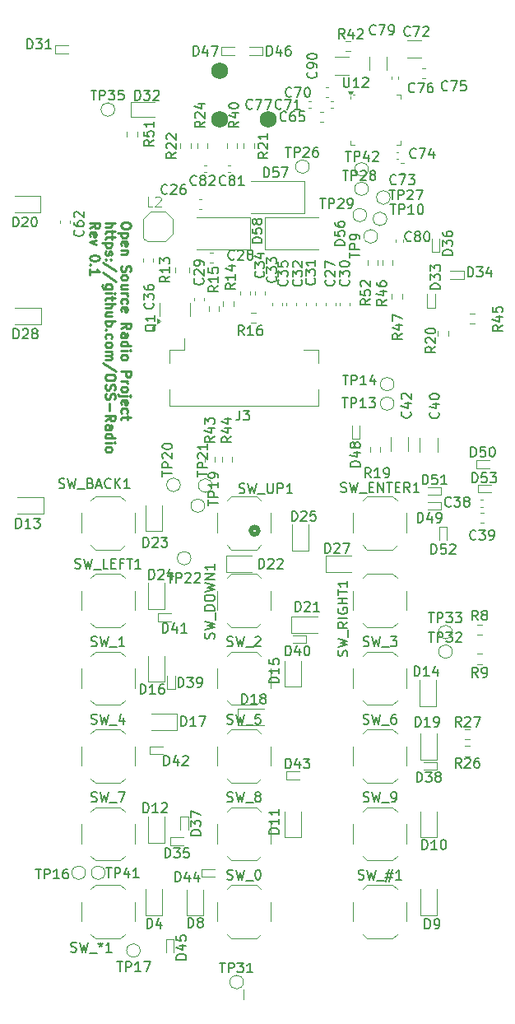
<source format=gto>
%TF.GenerationSoftware,KiCad,Pcbnew,9.0.2*%
%TF.CreationDate,2025-06-22T20:43:22-06:00*%
%TF.ProjectId,OSS Radio Hardware Design,4f535320-5261-4646-996f-204861726477,rev?*%
%TF.SameCoordinates,Original*%
%TF.FileFunction,Legend,Top*%
%TF.FilePolarity,Positive*%
%FSLAX46Y46*%
G04 Gerber Fmt 4.6, Leading zero omitted, Abs format (unit mm)*
G04 Created by KiCad (PCBNEW 9.0.2) date 2025-06-22 20:43:22*
%MOMM*%
%LPD*%
G01*
G04 APERTURE LIST*
%ADD10C,0.100000*%
%ADD11C,0.250000*%
%ADD12C,0.150000*%
%ADD13C,0.120000*%
%ADD14C,0.508000*%
%ADD15C,1.750000*%
G04 APERTURE END LIST*
D10*
X87000000Y-146500000D02*
X87000000Y-146000000D01*
X87000000Y-146000000D02*
X87000000Y-145500000D01*
D11*
X75355268Y-66843044D02*
X75355268Y-67033520D01*
X75355268Y-67033520D02*
X75307649Y-67128758D01*
X75307649Y-67128758D02*
X75212411Y-67223996D01*
X75212411Y-67223996D02*
X75021935Y-67271615D01*
X75021935Y-67271615D02*
X74688602Y-67271615D01*
X74688602Y-67271615D02*
X74498126Y-67223996D01*
X74498126Y-67223996D02*
X74402888Y-67128758D01*
X74402888Y-67128758D02*
X74355268Y-67033520D01*
X74355268Y-67033520D02*
X74355268Y-66843044D01*
X74355268Y-66843044D02*
X74402888Y-66747806D01*
X74402888Y-66747806D02*
X74498126Y-66652568D01*
X74498126Y-66652568D02*
X74688602Y-66604949D01*
X74688602Y-66604949D02*
X75021935Y-66604949D01*
X75021935Y-66604949D02*
X75212411Y-66652568D01*
X75212411Y-66652568D02*
X75307649Y-66747806D01*
X75307649Y-66747806D02*
X75355268Y-66843044D01*
X75021935Y-67700187D02*
X74021935Y-67700187D01*
X74974316Y-67700187D02*
X75021935Y-67795425D01*
X75021935Y-67795425D02*
X75021935Y-67985901D01*
X75021935Y-67985901D02*
X74974316Y-68081139D01*
X74974316Y-68081139D02*
X74926697Y-68128758D01*
X74926697Y-68128758D02*
X74831459Y-68176377D01*
X74831459Y-68176377D02*
X74545745Y-68176377D01*
X74545745Y-68176377D02*
X74450507Y-68128758D01*
X74450507Y-68128758D02*
X74402888Y-68081139D01*
X74402888Y-68081139D02*
X74355268Y-67985901D01*
X74355268Y-67985901D02*
X74355268Y-67795425D01*
X74355268Y-67795425D02*
X74402888Y-67700187D01*
X74402888Y-68985901D02*
X74355268Y-68890663D01*
X74355268Y-68890663D02*
X74355268Y-68700187D01*
X74355268Y-68700187D02*
X74402888Y-68604949D01*
X74402888Y-68604949D02*
X74498126Y-68557330D01*
X74498126Y-68557330D02*
X74879078Y-68557330D01*
X74879078Y-68557330D02*
X74974316Y-68604949D01*
X74974316Y-68604949D02*
X75021935Y-68700187D01*
X75021935Y-68700187D02*
X75021935Y-68890663D01*
X75021935Y-68890663D02*
X74974316Y-68985901D01*
X74974316Y-68985901D02*
X74879078Y-69033520D01*
X74879078Y-69033520D02*
X74783840Y-69033520D01*
X74783840Y-69033520D02*
X74688602Y-68557330D01*
X75021935Y-69462092D02*
X74355268Y-69462092D01*
X74926697Y-69462092D02*
X74974316Y-69509711D01*
X74974316Y-69509711D02*
X75021935Y-69604949D01*
X75021935Y-69604949D02*
X75021935Y-69747806D01*
X75021935Y-69747806D02*
X74974316Y-69843044D01*
X74974316Y-69843044D02*
X74879078Y-69890663D01*
X74879078Y-69890663D02*
X74355268Y-69890663D01*
X74402888Y-71081140D02*
X74355268Y-71223997D01*
X74355268Y-71223997D02*
X74355268Y-71462092D01*
X74355268Y-71462092D02*
X74402888Y-71557330D01*
X74402888Y-71557330D02*
X74450507Y-71604949D01*
X74450507Y-71604949D02*
X74545745Y-71652568D01*
X74545745Y-71652568D02*
X74640983Y-71652568D01*
X74640983Y-71652568D02*
X74736221Y-71604949D01*
X74736221Y-71604949D02*
X74783840Y-71557330D01*
X74783840Y-71557330D02*
X74831459Y-71462092D01*
X74831459Y-71462092D02*
X74879078Y-71271616D01*
X74879078Y-71271616D02*
X74926697Y-71176378D01*
X74926697Y-71176378D02*
X74974316Y-71128759D01*
X74974316Y-71128759D02*
X75069554Y-71081140D01*
X75069554Y-71081140D02*
X75164792Y-71081140D01*
X75164792Y-71081140D02*
X75260030Y-71128759D01*
X75260030Y-71128759D02*
X75307649Y-71176378D01*
X75307649Y-71176378D02*
X75355268Y-71271616D01*
X75355268Y-71271616D02*
X75355268Y-71509711D01*
X75355268Y-71509711D02*
X75307649Y-71652568D01*
X74355268Y-72223997D02*
X74402888Y-72128759D01*
X74402888Y-72128759D02*
X74450507Y-72081140D01*
X74450507Y-72081140D02*
X74545745Y-72033521D01*
X74545745Y-72033521D02*
X74831459Y-72033521D01*
X74831459Y-72033521D02*
X74926697Y-72081140D01*
X74926697Y-72081140D02*
X74974316Y-72128759D01*
X74974316Y-72128759D02*
X75021935Y-72223997D01*
X75021935Y-72223997D02*
X75021935Y-72366854D01*
X75021935Y-72366854D02*
X74974316Y-72462092D01*
X74974316Y-72462092D02*
X74926697Y-72509711D01*
X74926697Y-72509711D02*
X74831459Y-72557330D01*
X74831459Y-72557330D02*
X74545745Y-72557330D01*
X74545745Y-72557330D02*
X74450507Y-72509711D01*
X74450507Y-72509711D02*
X74402888Y-72462092D01*
X74402888Y-72462092D02*
X74355268Y-72366854D01*
X74355268Y-72366854D02*
X74355268Y-72223997D01*
X75021935Y-73414473D02*
X74355268Y-73414473D01*
X75021935Y-72985902D02*
X74498126Y-72985902D01*
X74498126Y-72985902D02*
X74402888Y-73033521D01*
X74402888Y-73033521D02*
X74355268Y-73128759D01*
X74355268Y-73128759D02*
X74355268Y-73271616D01*
X74355268Y-73271616D02*
X74402888Y-73366854D01*
X74402888Y-73366854D02*
X74450507Y-73414473D01*
X74355268Y-73890664D02*
X75021935Y-73890664D01*
X74831459Y-73890664D02*
X74926697Y-73938283D01*
X74926697Y-73938283D02*
X74974316Y-73985902D01*
X74974316Y-73985902D02*
X75021935Y-74081140D01*
X75021935Y-74081140D02*
X75021935Y-74176378D01*
X74402888Y-74938283D02*
X74355268Y-74843045D01*
X74355268Y-74843045D02*
X74355268Y-74652569D01*
X74355268Y-74652569D02*
X74402888Y-74557331D01*
X74402888Y-74557331D02*
X74450507Y-74509712D01*
X74450507Y-74509712D02*
X74545745Y-74462093D01*
X74545745Y-74462093D02*
X74831459Y-74462093D01*
X74831459Y-74462093D02*
X74926697Y-74509712D01*
X74926697Y-74509712D02*
X74974316Y-74557331D01*
X74974316Y-74557331D02*
X75021935Y-74652569D01*
X75021935Y-74652569D02*
X75021935Y-74843045D01*
X75021935Y-74843045D02*
X74974316Y-74938283D01*
X74402888Y-75747807D02*
X74355268Y-75652569D01*
X74355268Y-75652569D02*
X74355268Y-75462093D01*
X74355268Y-75462093D02*
X74402888Y-75366855D01*
X74402888Y-75366855D02*
X74498126Y-75319236D01*
X74498126Y-75319236D02*
X74879078Y-75319236D01*
X74879078Y-75319236D02*
X74974316Y-75366855D01*
X74974316Y-75366855D02*
X75021935Y-75462093D01*
X75021935Y-75462093D02*
X75021935Y-75652569D01*
X75021935Y-75652569D02*
X74974316Y-75747807D01*
X74974316Y-75747807D02*
X74879078Y-75795426D01*
X74879078Y-75795426D02*
X74783840Y-75795426D01*
X74783840Y-75795426D02*
X74688602Y-75319236D01*
X74355268Y-77557331D02*
X74831459Y-77223998D01*
X74355268Y-76985903D02*
X75355268Y-76985903D01*
X75355268Y-76985903D02*
X75355268Y-77366855D01*
X75355268Y-77366855D02*
X75307649Y-77462093D01*
X75307649Y-77462093D02*
X75260030Y-77509712D01*
X75260030Y-77509712D02*
X75164792Y-77557331D01*
X75164792Y-77557331D02*
X75021935Y-77557331D01*
X75021935Y-77557331D02*
X74926697Y-77509712D01*
X74926697Y-77509712D02*
X74879078Y-77462093D01*
X74879078Y-77462093D02*
X74831459Y-77366855D01*
X74831459Y-77366855D02*
X74831459Y-76985903D01*
X74355268Y-78414474D02*
X74879078Y-78414474D01*
X74879078Y-78414474D02*
X74974316Y-78366855D01*
X74974316Y-78366855D02*
X75021935Y-78271617D01*
X75021935Y-78271617D02*
X75021935Y-78081141D01*
X75021935Y-78081141D02*
X74974316Y-77985903D01*
X74402888Y-78414474D02*
X74355268Y-78319236D01*
X74355268Y-78319236D02*
X74355268Y-78081141D01*
X74355268Y-78081141D02*
X74402888Y-77985903D01*
X74402888Y-77985903D02*
X74498126Y-77938284D01*
X74498126Y-77938284D02*
X74593364Y-77938284D01*
X74593364Y-77938284D02*
X74688602Y-77985903D01*
X74688602Y-77985903D02*
X74736221Y-78081141D01*
X74736221Y-78081141D02*
X74736221Y-78319236D01*
X74736221Y-78319236D02*
X74783840Y-78414474D01*
X74355268Y-79319236D02*
X75355268Y-79319236D01*
X74402888Y-79319236D02*
X74355268Y-79223998D01*
X74355268Y-79223998D02*
X74355268Y-79033522D01*
X74355268Y-79033522D02*
X74402888Y-78938284D01*
X74402888Y-78938284D02*
X74450507Y-78890665D01*
X74450507Y-78890665D02*
X74545745Y-78843046D01*
X74545745Y-78843046D02*
X74831459Y-78843046D01*
X74831459Y-78843046D02*
X74926697Y-78890665D01*
X74926697Y-78890665D02*
X74974316Y-78938284D01*
X74974316Y-78938284D02*
X75021935Y-79033522D01*
X75021935Y-79033522D02*
X75021935Y-79223998D01*
X75021935Y-79223998D02*
X74974316Y-79319236D01*
X74355268Y-79795427D02*
X75021935Y-79795427D01*
X75355268Y-79795427D02*
X75307649Y-79747808D01*
X75307649Y-79747808D02*
X75260030Y-79795427D01*
X75260030Y-79795427D02*
X75307649Y-79843046D01*
X75307649Y-79843046D02*
X75355268Y-79795427D01*
X75355268Y-79795427D02*
X75260030Y-79795427D01*
X74355268Y-80414474D02*
X74402888Y-80319236D01*
X74402888Y-80319236D02*
X74450507Y-80271617D01*
X74450507Y-80271617D02*
X74545745Y-80223998D01*
X74545745Y-80223998D02*
X74831459Y-80223998D01*
X74831459Y-80223998D02*
X74926697Y-80271617D01*
X74926697Y-80271617D02*
X74974316Y-80319236D01*
X74974316Y-80319236D02*
X75021935Y-80414474D01*
X75021935Y-80414474D02*
X75021935Y-80557331D01*
X75021935Y-80557331D02*
X74974316Y-80652569D01*
X74974316Y-80652569D02*
X74926697Y-80700188D01*
X74926697Y-80700188D02*
X74831459Y-80747807D01*
X74831459Y-80747807D02*
X74545745Y-80747807D01*
X74545745Y-80747807D02*
X74450507Y-80700188D01*
X74450507Y-80700188D02*
X74402888Y-80652569D01*
X74402888Y-80652569D02*
X74355268Y-80557331D01*
X74355268Y-80557331D02*
X74355268Y-80414474D01*
X74355268Y-81938284D02*
X75355268Y-81938284D01*
X75355268Y-81938284D02*
X75355268Y-82319236D01*
X75355268Y-82319236D02*
X75307649Y-82414474D01*
X75307649Y-82414474D02*
X75260030Y-82462093D01*
X75260030Y-82462093D02*
X75164792Y-82509712D01*
X75164792Y-82509712D02*
X75021935Y-82509712D01*
X75021935Y-82509712D02*
X74926697Y-82462093D01*
X74926697Y-82462093D02*
X74879078Y-82414474D01*
X74879078Y-82414474D02*
X74831459Y-82319236D01*
X74831459Y-82319236D02*
X74831459Y-81938284D01*
X74355268Y-82938284D02*
X75021935Y-82938284D01*
X74831459Y-82938284D02*
X74926697Y-82985903D01*
X74926697Y-82985903D02*
X74974316Y-83033522D01*
X74974316Y-83033522D02*
X75021935Y-83128760D01*
X75021935Y-83128760D02*
X75021935Y-83223998D01*
X74355268Y-83700189D02*
X74402888Y-83604951D01*
X74402888Y-83604951D02*
X74450507Y-83557332D01*
X74450507Y-83557332D02*
X74545745Y-83509713D01*
X74545745Y-83509713D02*
X74831459Y-83509713D01*
X74831459Y-83509713D02*
X74926697Y-83557332D01*
X74926697Y-83557332D02*
X74974316Y-83604951D01*
X74974316Y-83604951D02*
X75021935Y-83700189D01*
X75021935Y-83700189D02*
X75021935Y-83843046D01*
X75021935Y-83843046D02*
X74974316Y-83938284D01*
X74974316Y-83938284D02*
X74926697Y-83985903D01*
X74926697Y-83985903D02*
X74831459Y-84033522D01*
X74831459Y-84033522D02*
X74545745Y-84033522D01*
X74545745Y-84033522D02*
X74450507Y-83985903D01*
X74450507Y-83985903D02*
X74402888Y-83938284D01*
X74402888Y-83938284D02*
X74355268Y-83843046D01*
X74355268Y-83843046D02*
X74355268Y-83700189D01*
X75021935Y-84462094D02*
X74164792Y-84462094D01*
X74164792Y-84462094D02*
X74069554Y-84414475D01*
X74069554Y-84414475D02*
X74021935Y-84319237D01*
X74021935Y-84319237D02*
X74021935Y-84271618D01*
X75355268Y-84462094D02*
X75307649Y-84414475D01*
X75307649Y-84414475D02*
X75260030Y-84462094D01*
X75260030Y-84462094D02*
X75307649Y-84509713D01*
X75307649Y-84509713D02*
X75355268Y-84462094D01*
X75355268Y-84462094D02*
X75260030Y-84462094D01*
X74402888Y-85319236D02*
X74355268Y-85223998D01*
X74355268Y-85223998D02*
X74355268Y-85033522D01*
X74355268Y-85033522D02*
X74402888Y-84938284D01*
X74402888Y-84938284D02*
X74498126Y-84890665D01*
X74498126Y-84890665D02*
X74879078Y-84890665D01*
X74879078Y-84890665D02*
X74974316Y-84938284D01*
X74974316Y-84938284D02*
X75021935Y-85033522D01*
X75021935Y-85033522D02*
X75021935Y-85223998D01*
X75021935Y-85223998D02*
X74974316Y-85319236D01*
X74974316Y-85319236D02*
X74879078Y-85366855D01*
X74879078Y-85366855D02*
X74783840Y-85366855D01*
X74783840Y-85366855D02*
X74688602Y-84890665D01*
X74402888Y-86223998D02*
X74355268Y-86128760D01*
X74355268Y-86128760D02*
X74355268Y-85938284D01*
X74355268Y-85938284D02*
X74402888Y-85843046D01*
X74402888Y-85843046D02*
X74450507Y-85795427D01*
X74450507Y-85795427D02*
X74545745Y-85747808D01*
X74545745Y-85747808D02*
X74831459Y-85747808D01*
X74831459Y-85747808D02*
X74926697Y-85795427D01*
X74926697Y-85795427D02*
X74974316Y-85843046D01*
X74974316Y-85843046D02*
X75021935Y-85938284D01*
X75021935Y-85938284D02*
X75021935Y-86128760D01*
X75021935Y-86128760D02*
X74974316Y-86223998D01*
X75021935Y-86509713D02*
X75021935Y-86890665D01*
X75355268Y-86652570D02*
X74498126Y-86652570D01*
X74498126Y-86652570D02*
X74402888Y-86700189D01*
X74402888Y-86700189D02*
X74355268Y-86795427D01*
X74355268Y-86795427D02*
X74355268Y-86890665D01*
X72745324Y-66652568D02*
X73745324Y-66652568D01*
X72745324Y-67081139D02*
X73269134Y-67081139D01*
X73269134Y-67081139D02*
X73364372Y-67033520D01*
X73364372Y-67033520D02*
X73411991Y-66938282D01*
X73411991Y-66938282D02*
X73411991Y-66795425D01*
X73411991Y-66795425D02*
X73364372Y-66700187D01*
X73364372Y-66700187D02*
X73316753Y-66652568D01*
X73411991Y-67414473D02*
X73411991Y-67795425D01*
X73745324Y-67557330D02*
X72888182Y-67557330D01*
X72888182Y-67557330D02*
X72792944Y-67604949D01*
X72792944Y-67604949D02*
X72745324Y-67700187D01*
X72745324Y-67700187D02*
X72745324Y-67795425D01*
X73411991Y-67985902D02*
X73411991Y-68366854D01*
X73745324Y-68128759D02*
X72888182Y-68128759D01*
X72888182Y-68128759D02*
X72792944Y-68176378D01*
X72792944Y-68176378D02*
X72745324Y-68271616D01*
X72745324Y-68271616D02*
X72745324Y-68366854D01*
X73411991Y-68700188D02*
X72411991Y-68700188D01*
X73364372Y-68700188D02*
X73411991Y-68795426D01*
X73411991Y-68795426D02*
X73411991Y-68985902D01*
X73411991Y-68985902D02*
X73364372Y-69081140D01*
X73364372Y-69081140D02*
X73316753Y-69128759D01*
X73316753Y-69128759D02*
X73221515Y-69176378D01*
X73221515Y-69176378D02*
X72935801Y-69176378D01*
X72935801Y-69176378D02*
X72840563Y-69128759D01*
X72840563Y-69128759D02*
X72792944Y-69081140D01*
X72792944Y-69081140D02*
X72745324Y-68985902D01*
X72745324Y-68985902D02*
X72745324Y-68795426D01*
X72745324Y-68795426D02*
X72792944Y-68700188D01*
X72792944Y-69557331D02*
X72745324Y-69652569D01*
X72745324Y-69652569D02*
X72745324Y-69843045D01*
X72745324Y-69843045D02*
X72792944Y-69938283D01*
X72792944Y-69938283D02*
X72888182Y-69985902D01*
X72888182Y-69985902D02*
X72935801Y-69985902D01*
X72935801Y-69985902D02*
X73031039Y-69938283D01*
X73031039Y-69938283D02*
X73078658Y-69843045D01*
X73078658Y-69843045D02*
X73078658Y-69700188D01*
X73078658Y-69700188D02*
X73126277Y-69604950D01*
X73126277Y-69604950D02*
X73221515Y-69557331D01*
X73221515Y-69557331D02*
X73269134Y-69557331D01*
X73269134Y-69557331D02*
X73364372Y-69604950D01*
X73364372Y-69604950D02*
X73411991Y-69700188D01*
X73411991Y-69700188D02*
X73411991Y-69843045D01*
X73411991Y-69843045D02*
X73364372Y-69938283D01*
X72840563Y-70414474D02*
X72792944Y-70462093D01*
X72792944Y-70462093D02*
X72745324Y-70414474D01*
X72745324Y-70414474D02*
X72792944Y-70366855D01*
X72792944Y-70366855D02*
X72840563Y-70414474D01*
X72840563Y-70414474D02*
X72745324Y-70414474D01*
X73364372Y-70414474D02*
X73316753Y-70462093D01*
X73316753Y-70462093D02*
X73269134Y-70414474D01*
X73269134Y-70414474D02*
X73316753Y-70366855D01*
X73316753Y-70366855D02*
X73364372Y-70414474D01*
X73364372Y-70414474D02*
X73269134Y-70414474D01*
X73792944Y-71604949D02*
X72507229Y-70747807D01*
X73792944Y-72652568D02*
X72507229Y-71795426D01*
X73411991Y-73414473D02*
X72602467Y-73414473D01*
X72602467Y-73414473D02*
X72507229Y-73366854D01*
X72507229Y-73366854D02*
X72459610Y-73319235D01*
X72459610Y-73319235D02*
X72411991Y-73223997D01*
X72411991Y-73223997D02*
X72411991Y-73081140D01*
X72411991Y-73081140D02*
X72459610Y-72985902D01*
X72792944Y-73414473D02*
X72745324Y-73319235D01*
X72745324Y-73319235D02*
X72745324Y-73128759D01*
X72745324Y-73128759D02*
X72792944Y-73033521D01*
X72792944Y-73033521D02*
X72840563Y-72985902D01*
X72840563Y-72985902D02*
X72935801Y-72938283D01*
X72935801Y-72938283D02*
X73221515Y-72938283D01*
X73221515Y-72938283D02*
X73316753Y-72985902D01*
X73316753Y-72985902D02*
X73364372Y-73033521D01*
X73364372Y-73033521D02*
X73411991Y-73128759D01*
X73411991Y-73128759D02*
X73411991Y-73319235D01*
X73411991Y-73319235D02*
X73364372Y-73414473D01*
X72745324Y-73890664D02*
X73411991Y-73890664D01*
X73745324Y-73890664D02*
X73697705Y-73843045D01*
X73697705Y-73843045D02*
X73650086Y-73890664D01*
X73650086Y-73890664D02*
X73697705Y-73938283D01*
X73697705Y-73938283D02*
X73745324Y-73890664D01*
X73745324Y-73890664D02*
X73650086Y-73890664D01*
X73411991Y-74223997D02*
X73411991Y-74604949D01*
X73745324Y-74366854D02*
X72888182Y-74366854D01*
X72888182Y-74366854D02*
X72792944Y-74414473D01*
X72792944Y-74414473D02*
X72745324Y-74509711D01*
X72745324Y-74509711D02*
X72745324Y-74604949D01*
X72745324Y-74938283D02*
X73745324Y-74938283D01*
X72745324Y-75366854D02*
X73269134Y-75366854D01*
X73269134Y-75366854D02*
X73364372Y-75319235D01*
X73364372Y-75319235D02*
X73411991Y-75223997D01*
X73411991Y-75223997D02*
X73411991Y-75081140D01*
X73411991Y-75081140D02*
X73364372Y-74985902D01*
X73364372Y-74985902D02*
X73316753Y-74938283D01*
X73411991Y-76271616D02*
X72745324Y-76271616D01*
X73411991Y-75843045D02*
X72888182Y-75843045D01*
X72888182Y-75843045D02*
X72792944Y-75890664D01*
X72792944Y-75890664D02*
X72745324Y-75985902D01*
X72745324Y-75985902D02*
X72745324Y-76128759D01*
X72745324Y-76128759D02*
X72792944Y-76223997D01*
X72792944Y-76223997D02*
X72840563Y-76271616D01*
X72745324Y-76747807D02*
X73745324Y-76747807D01*
X73364372Y-76747807D02*
X73411991Y-76843045D01*
X73411991Y-76843045D02*
X73411991Y-77033521D01*
X73411991Y-77033521D02*
X73364372Y-77128759D01*
X73364372Y-77128759D02*
X73316753Y-77176378D01*
X73316753Y-77176378D02*
X73221515Y-77223997D01*
X73221515Y-77223997D02*
X72935801Y-77223997D01*
X72935801Y-77223997D02*
X72840563Y-77176378D01*
X72840563Y-77176378D02*
X72792944Y-77128759D01*
X72792944Y-77128759D02*
X72745324Y-77033521D01*
X72745324Y-77033521D02*
X72745324Y-76843045D01*
X72745324Y-76843045D02*
X72792944Y-76747807D01*
X72840563Y-77652569D02*
X72792944Y-77700188D01*
X72792944Y-77700188D02*
X72745324Y-77652569D01*
X72745324Y-77652569D02*
X72792944Y-77604950D01*
X72792944Y-77604950D02*
X72840563Y-77652569D01*
X72840563Y-77652569D02*
X72745324Y-77652569D01*
X72792944Y-78557330D02*
X72745324Y-78462092D01*
X72745324Y-78462092D02*
X72745324Y-78271616D01*
X72745324Y-78271616D02*
X72792944Y-78176378D01*
X72792944Y-78176378D02*
X72840563Y-78128759D01*
X72840563Y-78128759D02*
X72935801Y-78081140D01*
X72935801Y-78081140D02*
X73221515Y-78081140D01*
X73221515Y-78081140D02*
X73316753Y-78128759D01*
X73316753Y-78128759D02*
X73364372Y-78176378D01*
X73364372Y-78176378D02*
X73411991Y-78271616D01*
X73411991Y-78271616D02*
X73411991Y-78462092D01*
X73411991Y-78462092D02*
X73364372Y-78557330D01*
X72745324Y-79128759D02*
X72792944Y-79033521D01*
X72792944Y-79033521D02*
X72840563Y-78985902D01*
X72840563Y-78985902D02*
X72935801Y-78938283D01*
X72935801Y-78938283D02*
X73221515Y-78938283D01*
X73221515Y-78938283D02*
X73316753Y-78985902D01*
X73316753Y-78985902D02*
X73364372Y-79033521D01*
X73364372Y-79033521D02*
X73411991Y-79128759D01*
X73411991Y-79128759D02*
X73411991Y-79271616D01*
X73411991Y-79271616D02*
X73364372Y-79366854D01*
X73364372Y-79366854D02*
X73316753Y-79414473D01*
X73316753Y-79414473D02*
X73221515Y-79462092D01*
X73221515Y-79462092D02*
X72935801Y-79462092D01*
X72935801Y-79462092D02*
X72840563Y-79414473D01*
X72840563Y-79414473D02*
X72792944Y-79366854D01*
X72792944Y-79366854D02*
X72745324Y-79271616D01*
X72745324Y-79271616D02*
X72745324Y-79128759D01*
X72745324Y-79890664D02*
X73411991Y-79890664D01*
X73316753Y-79890664D02*
X73364372Y-79938283D01*
X73364372Y-79938283D02*
X73411991Y-80033521D01*
X73411991Y-80033521D02*
X73411991Y-80176378D01*
X73411991Y-80176378D02*
X73364372Y-80271616D01*
X73364372Y-80271616D02*
X73269134Y-80319235D01*
X73269134Y-80319235D02*
X72745324Y-80319235D01*
X73269134Y-80319235D02*
X73364372Y-80366854D01*
X73364372Y-80366854D02*
X73411991Y-80462092D01*
X73411991Y-80462092D02*
X73411991Y-80604949D01*
X73411991Y-80604949D02*
X73364372Y-80700188D01*
X73364372Y-80700188D02*
X73269134Y-80747807D01*
X73269134Y-80747807D02*
X72745324Y-80747807D01*
X73792944Y-81938282D02*
X72507229Y-81081140D01*
X73745324Y-82462092D02*
X73745324Y-82652568D01*
X73745324Y-82652568D02*
X73697705Y-82747806D01*
X73697705Y-82747806D02*
X73602467Y-82843044D01*
X73602467Y-82843044D02*
X73411991Y-82890663D01*
X73411991Y-82890663D02*
X73078658Y-82890663D01*
X73078658Y-82890663D02*
X72888182Y-82843044D01*
X72888182Y-82843044D02*
X72792944Y-82747806D01*
X72792944Y-82747806D02*
X72745324Y-82652568D01*
X72745324Y-82652568D02*
X72745324Y-82462092D01*
X72745324Y-82462092D02*
X72792944Y-82366854D01*
X72792944Y-82366854D02*
X72888182Y-82271616D01*
X72888182Y-82271616D02*
X73078658Y-82223997D01*
X73078658Y-82223997D02*
X73411991Y-82223997D01*
X73411991Y-82223997D02*
X73602467Y-82271616D01*
X73602467Y-82271616D02*
X73697705Y-82366854D01*
X73697705Y-82366854D02*
X73745324Y-82462092D01*
X72792944Y-83271616D02*
X72745324Y-83414473D01*
X72745324Y-83414473D02*
X72745324Y-83652568D01*
X72745324Y-83652568D02*
X72792944Y-83747806D01*
X72792944Y-83747806D02*
X72840563Y-83795425D01*
X72840563Y-83795425D02*
X72935801Y-83843044D01*
X72935801Y-83843044D02*
X73031039Y-83843044D01*
X73031039Y-83843044D02*
X73126277Y-83795425D01*
X73126277Y-83795425D02*
X73173896Y-83747806D01*
X73173896Y-83747806D02*
X73221515Y-83652568D01*
X73221515Y-83652568D02*
X73269134Y-83462092D01*
X73269134Y-83462092D02*
X73316753Y-83366854D01*
X73316753Y-83366854D02*
X73364372Y-83319235D01*
X73364372Y-83319235D02*
X73459610Y-83271616D01*
X73459610Y-83271616D02*
X73554848Y-83271616D01*
X73554848Y-83271616D02*
X73650086Y-83319235D01*
X73650086Y-83319235D02*
X73697705Y-83366854D01*
X73697705Y-83366854D02*
X73745324Y-83462092D01*
X73745324Y-83462092D02*
X73745324Y-83700187D01*
X73745324Y-83700187D02*
X73697705Y-83843044D01*
X72792944Y-84223997D02*
X72745324Y-84366854D01*
X72745324Y-84366854D02*
X72745324Y-84604949D01*
X72745324Y-84604949D02*
X72792944Y-84700187D01*
X72792944Y-84700187D02*
X72840563Y-84747806D01*
X72840563Y-84747806D02*
X72935801Y-84795425D01*
X72935801Y-84795425D02*
X73031039Y-84795425D01*
X73031039Y-84795425D02*
X73126277Y-84747806D01*
X73126277Y-84747806D02*
X73173896Y-84700187D01*
X73173896Y-84700187D02*
X73221515Y-84604949D01*
X73221515Y-84604949D02*
X73269134Y-84414473D01*
X73269134Y-84414473D02*
X73316753Y-84319235D01*
X73316753Y-84319235D02*
X73364372Y-84271616D01*
X73364372Y-84271616D02*
X73459610Y-84223997D01*
X73459610Y-84223997D02*
X73554848Y-84223997D01*
X73554848Y-84223997D02*
X73650086Y-84271616D01*
X73650086Y-84271616D02*
X73697705Y-84319235D01*
X73697705Y-84319235D02*
X73745324Y-84414473D01*
X73745324Y-84414473D02*
X73745324Y-84652568D01*
X73745324Y-84652568D02*
X73697705Y-84795425D01*
X73126277Y-85223997D02*
X73126277Y-85985902D01*
X72745324Y-87033520D02*
X73221515Y-86700187D01*
X72745324Y-86462092D02*
X73745324Y-86462092D01*
X73745324Y-86462092D02*
X73745324Y-86843044D01*
X73745324Y-86843044D02*
X73697705Y-86938282D01*
X73697705Y-86938282D02*
X73650086Y-86985901D01*
X73650086Y-86985901D02*
X73554848Y-87033520D01*
X73554848Y-87033520D02*
X73411991Y-87033520D01*
X73411991Y-87033520D02*
X73316753Y-86985901D01*
X73316753Y-86985901D02*
X73269134Y-86938282D01*
X73269134Y-86938282D02*
X73221515Y-86843044D01*
X73221515Y-86843044D02*
X73221515Y-86462092D01*
X72745324Y-87890663D02*
X73269134Y-87890663D01*
X73269134Y-87890663D02*
X73364372Y-87843044D01*
X73364372Y-87843044D02*
X73411991Y-87747806D01*
X73411991Y-87747806D02*
X73411991Y-87557330D01*
X73411991Y-87557330D02*
X73364372Y-87462092D01*
X72792944Y-87890663D02*
X72745324Y-87795425D01*
X72745324Y-87795425D02*
X72745324Y-87557330D01*
X72745324Y-87557330D02*
X72792944Y-87462092D01*
X72792944Y-87462092D02*
X72888182Y-87414473D01*
X72888182Y-87414473D02*
X72983420Y-87414473D01*
X72983420Y-87414473D02*
X73078658Y-87462092D01*
X73078658Y-87462092D02*
X73126277Y-87557330D01*
X73126277Y-87557330D02*
X73126277Y-87795425D01*
X73126277Y-87795425D02*
X73173896Y-87890663D01*
X72745324Y-88795425D02*
X73745324Y-88795425D01*
X72792944Y-88795425D02*
X72745324Y-88700187D01*
X72745324Y-88700187D02*
X72745324Y-88509711D01*
X72745324Y-88509711D02*
X72792944Y-88414473D01*
X72792944Y-88414473D02*
X72840563Y-88366854D01*
X72840563Y-88366854D02*
X72935801Y-88319235D01*
X72935801Y-88319235D02*
X73221515Y-88319235D01*
X73221515Y-88319235D02*
X73316753Y-88366854D01*
X73316753Y-88366854D02*
X73364372Y-88414473D01*
X73364372Y-88414473D02*
X73411991Y-88509711D01*
X73411991Y-88509711D02*
X73411991Y-88700187D01*
X73411991Y-88700187D02*
X73364372Y-88795425D01*
X72745324Y-89271616D02*
X73411991Y-89271616D01*
X73745324Y-89271616D02*
X73697705Y-89223997D01*
X73697705Y-89223997D02*
X73650086Y-89271616D01*
X73650086Y-89271616D02*
X73697705Y-89319235D01*
X73697705Y-89319235D02*
X73745324Y-89271616D01*
X73745324Y-89271616D02*
X73650086Y-89271616D01*
X72745324Y-89890663D02*
X72792944Y-89795425D01*
X72792944Y-89795425D02*
X72840563Y-89747806D01*
X72840563Y-89747806D02*
X72935801Y-89700187D01*
X72935801Y-89700187D02*
X73221515Y-89700187D01*
X73221515Y-89700187D02*
X73316753Y-89747806D01*
X73316753Y-89747806D02*
X73364372Y-89795425D01*
X73364372Y-89795425D02*
X73411991Y-89890663D01*
X73411991Y-89890663D02*
X73411991Y-90033520D01*
X73411991Y-90033520D02*
X73364372Y-90128758D01*
X73364372Y-90128758D02*
X73316753Y-90176377D01*
X73316753Y-90176377D02*
X73221515Y-90223996D01*
X73221515Y-90223996D02*
X72935801Y-90223996D01*
X72935801Y-90223996D02*
X72840563Y-90176377D01*
X72840563Y-90176377D02*
X72792944Y-90128758D01*
X72792944Y-90128758D02*
X72745324Y-90033520D01*
X72745324Y-90033520D02*
X72745324Y-89890663D01*
X71135380Y-67223996D02*
X71611571Y-66890663D01*
X71135380Y-66652568D02*
X72135380Y-66652568D01*
X72135380Y-66652568D02*
X72135380Y-67033520D01*
X72135380Y-67033520D02*
X72087761Y-67128758D01*
X72087761Y-67128758D02*
X72040142Y-67176377D01*
X72040142Y-67176377D02*
X71944904Y-67223996D01*
X71944904Y-67223996D02*
X71802047Y-67223996D01*
X71802047Y-67223996D02*
X71706809Y-67176377D01*
X71706809Y-67176377D02*
X71659190Y-67128758D01*
X71659190Y-67128758D02*
X71611571Y-67033520D01*
X71611571Y-67033520D02*
X71611571Y-66652568D01*
X71183000Y-68033520D02*
X71135380Y-67938282D01*
X71135380Y-67938282D02*
X71135380Y-67747806D01*
X71135380Y-67747806D02*
X71183000Y-67652568D01*
X71183000Y-67652568D02*
X71278238Y-67604949D01*
X71278238Y-67604949D02*
X71659190Y-67604949D01*
X71659190Y-67604949D02*
X71754428Y-67652568D01*
X71754428Y-67652568D02*
X71802047Y-67747806D01*
X71802047Y-67747806D02*
X71802047Y-67938282D01*
X71802047Y-67938282D02*
X71754428Y-68033520D01*
X71754428Y-68033520D02*
X71659190Y-68081139D01*
X71659190Y-68081139D02*
X71563952Y-68081139D01*
X71563952Y-68081139D02*
X71468714Y-67604949D01*
X71802047Y-68414473D02*
X71135380Y-68652568D01*
X71135380Y-68652568D02*
X71802047Y-68890663D01*
X72135380Y-70223997D02*
X72135380Y-70319235D01*
X72135380Y-70319235D02*
X72087761Y-70414473D01*
X72087761Y-70414473D02*
X72040142Y-70462092D01*
X72040142Y-70462092D02*
X71944904Y-70509711D01*
X71944904Y-70509711D02*
X71754428Y-70557330D01*
X71754428Y-70557330D02*
X71516333Y-70557330D01*
X71516333Y-70557330D02*
X71325857Y-70509711D01*
X71325857Y-70509711D02*
X71230619Y-70462092D01*
X71230619Y-70462092D02*
X71183000Y-70414473D01*
X71183000Y-70414473D02*
X71135380Y-70319235D01*
X71135380Y-70319235D02*
X71135380Y-70223997D01*
X71135380Y-70223997D02*
X71183000Y-70128759D01*
X71183000Y-70128759D02*
X71230619Y-70081140D01*
X71230619Y-70081140D02*
X71325857Y-70033521D01*
X71325857Y-70033521D02*
X71516333Y-69985902D01*
X71516333Y-69985902D02*
X71754428Y-69985902D01*
X71754428Y-69985902D02*
X71944904Y-70033521D01*
X71944904Y-70033521D02*
X72040142Y-70081140D01*
X72040142Y-70081140D02*
X72087761Y-70128759D01*
X72087761Y-70128759D02*
X72135380Y-70223997D01*
X71230619Y-70985902D02*
X71183000Y-71033521D01*
X71183000Y-71033521D02*
X71135380Y-70985902D01*
X71135380Y-70985902D02*
X71183000Y-70938283D01*
X71183000Y-70938283D02*
X71230619Y-70985902D01*
X71230619Y-70985902D02*
X71135380Y-70985902D01*
X71135380Y-71985901D02*
X71135380Y-71414473D01*
X71135380Y-71700187D02*
X72135380Y-71700187D01*
X72135380Y-71700187D02*
X71992523Y-71604949D01*
X71992523Y-71604949D02*
X71897285Y-71509711D01*
X71897285Y-71509711D02*
X71849666Y-71414473D01*
D12*
X81054819Y-142414285D02*
X80054819Y-142414285D01*
X80054819Y-142414285D02*
X80054819Y-142176190D01*
X80054819Y-142176190D02*
X80102438Y-142033333D01*
X80102438Y-142033333D02*
X80197676Y-141938095D01*
X80197676Y-141938095D02*
X80292914Y-141890476D01*
X80292914Y-141890476D02*
X80483390Y-141842857D01*
X80483390Y-141842857D02*
X80626247Y-141842857D01*
X80626247Y-141842857D02*
X80816723Y-141890476D01*
X80816723Y-141890476D02*
X80911961Y-141938095D01*
X80911961Y-141938095D02*
X81007200Y-142033333D01*
X81007200Y-142033333D02*
X81054819Y-142176190D01*
X81054819Y-142176190D02*
X81054819Y-142414285D01*
X80388152Y-140985714D02*
X81054819Y-140985714D01*
X80007200Y-141223809D02*
X80721485Y-141461904D01*
X80721485Y-141461904D02*
X80721485Y-140842857D01*
X80054819Y-139985714D02*
X80054819Y-140461904D01*
X80054819Y-140461904D02*
X80531009Y-140509523D01*
X80531009Y-140509523D02*
X80483390Y-140461904D01*
X80483390Y-140461904D02*
X80435771Y-140366666D01*
X80435771Y-140366666D02*
X80435771Y-140128571D01*
X80435771Y-140128571D02*
X80483390Y-140033333D01*
X80483390Y-140033333D02*
X80531009Y-139985714D01*
X80531009Y-139985714D02*
X80626247Y-139938095D01*
X80626247Y-139938095D02*
X80864342Y-139938095D01*
X80864342Y-139938095D02*
X80959580Y-139985714D01*
X80959580Y-139985714D02*
X81007200Y-140033333D01*
X81007200Y-140033333D02*
X81054819Y-140128571D01*
X81054819Y-140128571D02*
X81054819Y-140366666D01*
X81054819Y-140366666D02*
X81007200Y-140461904D01*
X81007200Y-140461904D02*
X80959580Y-140509523D01*
X89009580Y-71642857D02*
X89057200Y-71690476D01*
X89057200Y-71690476D02*
X89104819Y-71833333D01*
X89104819Y-71833333D02*
X89104819Y-71928571D01*
X89104819Y-71928571D02*
X89057200Y-72071428D01*
X89057200Y-72071428D02*
X88961961Y-72166666D01*
X88961961Y-72166666D02*
X88866723Y-72214285D01*
X88866723Y-72214285D02*
X88676247Y-72261904D01*
X88676247Y-72261904D02*
X88533390Y-72261904D01*
X88533390Y-72261904D02*
X88342914Y-72214285D01*
X88342914Y-72214285D02*
X88247676Y-72166666D01*
X88247676Y-72166666D02*
X88152438Y-72071428D01*
X88152438Y-72071428D02*
X88104819Y-71928571D01*
X88104819Y-71928571D02*
X88104819Y-71833333D01*
X88104819Y-71833333D02*
X88152438Y-71690476D01*
X88152438Y-71690476D02*
X88200057Y-71642857D01*
X88104819Y-71309523D02*
X88104819Y-70690476D01*
X88104819Y-70690476D02*
X88485771Y-71023809D01*
X88485771Y-71023809D02*
X88485771Y-70880952D01*
X88485771Y-70880952D02*
X88533390Y-70785714D01*
X88533390Y-70785714D02*
X88581009Y-70738095D01*
X88581009Y-70738095D02*
X88676247Y-70690476D01*
X88676247Y-70690476D02*
X88914342Y-70690476D01*
X88914342Y-70690476D02*
X89009580Y-70738095D01*
X89009580Y-70738095D02*
X89057200Y-70785714D01*
X89057200Y-70785714D02*
X89104819Y-70880952D01*
X89104819Y-70880952D02*
X89104819Y-71166666D01*
X89104819Y-71166666D02*
X89057200Y-71261904D01*
X89057200Y-71261904D02*
X89009580Y-71309523D01*
X88438152Y-69833333D02*
X89104819Y-69833333D01*
X88057200Y-70071428D02*
X88771485Y-70309523D01*
X88771485Y-70309523D02*
X88771485Y-69690476D01*
X86511905Y-94407200D02*
X86654762Y-94454819D01*
X86654762Y-94454819D02*
X86892857Y-94454819D01*
X86892857Y-94454819D02*
X86988095Y-94407200D01*
X86988095Y-94407200D02*
X87035714Y-94359580D01*
X87035714Y-94359580D02*
X87083333Y-94264342D01*
X87083333Y-94264342D02*
X87083333Y-94169104D01*
X87083333Y-94169104D02*
X87035714Y-94073866D01*
X87035714Y-94073866D02*
X86988095Y-94026247D01*
X86988095Y-94026247D02*
X86892857Y-93978628D01*
X86892857Y-93978628D02*
X86702381Y-93931009D01*
X86702381Y-93931009D02*
X86607143Y-93883390D01*
X86607143Y-93883390D02*
X86559524Y-93835771D01*
X86559524Y-93835771D02*
X86511905Y-93740533D01*
X86511905Y-93740533D02*
X86511905Y-93645295D01*
X86511905Y-93645295D02*
X86559524Y-93550057D01*
X86559524Y-93550057D02*
X86607143Y-93502438D01*
X86607143Y-93502438D02*
X86702381Y-93454819D01*
X86702381Y-93454819D02*
X86940476Y-93454819D01*
X86940476Y-93454819D02*
X87083333Y-93502438D01*
X87416667Y-93454819D02*
X87654762Y-94454819D01*
X87654762Y-94454819D02*
X87845238Y-93740533D01*
X87845238Y-93740533D02*
X88035714Y-94454819D01*
X88035714Y-94454819D02*
X88273810Y-93454819D01*
X88416667Y-94550057D02*
X89178571Y-94550057D01*
X89416667Y-93454819D02*
X89416667Y-94264342D01*
X89416667Y-94264342D02*
X89464286Y-94359580D01*
X89464286Y-94359580D02*
X89511905Y-94407200D01*
X89511905Y-94407200D02*
X89607143Y-94454819D01*
X89607143Y-94454819D02*
X89797619Y-94454819D01*
X89797619Y-94454819D02*
X89892857Y-94407200D01*
X89892857Y-94407200D02*
X89940476Y-94359580D01*
X89940476Y-94359580D02*
X89988095Y-94264342D01*
X89988095Y-94264342D02*
X89988095Y-93454819D01*
X90464286Y-94454819D02*
X90464286Y-93454819D01*
X90464286Y-93454819D02*
X90845238Y-93454819D01*
X90845238Y-93454819D02*
X90940476Y-93502438D01*
X90940476Y-93502438D02*
X90988095Y-93550057D01*
X90988095Y-93550057D02*
X91035714Y-93645295D01*
X91035714Y-93645295D02*
X91035714Y-93788152D01*
X91035714Y-93788152D02*
X90988095Y-93883390D01*
X90988095Y-93883390D02*
X90940476Y-93931009D01*
X90940476Y-93931009D02*
X90845238Y-93978628D01*
X90845238Y-93978628D02*
X90464286Y-93978628D01*
X91988095Y-94454819D02*
X91416667Y-94454819D01*
X91702381Y-94454819D02*
X91702381Y-93454819D01*
X91702381Y-93454819D02*
X91607143Y-93597676D01*
X91607143Y-93597676D02*
X91511905Y-93692914D01*
X91511905Y-93692914D02*
X91416667Y-93740533D01*
X80024819Y-59392857D02*
X79548628Y-59726190D01*
X80024819Y-59964285D02*
X79024819Y-59964285D01*
X79024819Y-59964285D02*
X79024819Y-59583333D01*
X79024819Y-59583333D02*
X79072438Y-59488095D01*
X79072438Y-59488095D02*
X79120057Y-59440476D01*
X79120057Y-59440476D02*
X79215295Y-59392857D01*
X79215295Y-59392857D02*
X79358152Y-59392857D01*
X79358152Y-59392857D02*
X79453390Y-59440476D01*
X79453390Y-59440476D02*
X79501009Y-59488095D01*
X79501009Y-59488095D02*
X79548628Y-59583333D01*
X79548628Y-59583333D02*
X79548628Y-59964285D01*
X79120057Y-59011904D02*
X79072438Y-58964285D01*
X79072438Y-58964285D02*
X79024819Y-58869047D01*
X79024819Y-58869047D02*
X79024819Y-58630952D01*
X79024819Y-58630952D02*
X79072438Y-58535714D01*
X79072438Y-58535714D02*
X79120057Y-58488095D01*
X79120057Y-58488095D02*
X79215295Y-58440476D01*
X79215295Y-58440476D02*
X79310533Y-58440476D01*
X79310533Y-58440476D02*
X79453390Y-58488095D01*
X79453390Y-58488095D02*
X80024819Y-59059523D01*
X80024819Y-59059523D02*
X80024819Y-58440476D01*
X79120057Y-58059523D02*
X79072438Y-58011904D01*
X79072438Y-58011904D02*
X79024819Y-57916666D01*
X79024819Y-57916666D02*
X79024819Y-57678571D01*
X79024819Y-57678571D02*
X79072438Y-57583333D01*
X79072438Y-57583333D02*
X79120057Y-57535714D01*
X79120057Y-57535714D02*
X79215295Y-57488095D01*
X79215295Y-57488095D02*
X79310533Y-57488095D01*
X79310533Y-57488095D02*
X79453390Y-57535714D01*
X79453390Y-57535714D02*
X80024819Y-58107142D01*
X80024819Y-58107142D02*
X80024819Y-57488095D01*
X84511905Y-142756819D02*
X85083333Y-142756819D01*
X84797619Y-143756819D02*
X84797619Y-142756819D01*
X85416667Y-143756819D02*
X85416667Y-142756819D01*
X85416667Y-142756819D02*
X85797619Y-142756819D01*
X85797619Y-142756819D02*
X85892857Y-142804438D01*
X85892857Y-142804438D02*
X85940476Y-142852057D01*
X85940476Y-142852057D02*
X85988095Y-142947295D01*
X85988095Y-142947295D02*
X85988095Y-143090152D01*
X85988095Y-143090152D02*
X85940476Y-143185390D01*
X85940476Y-143185390D02*
X85892857Y-143233009D01*
X85892857Y-143233009D02*
X85797619Y-143280628D01*
X85797619Y-143280628D02*
X85416667Y-143280628D01*
X86321429Y-142756819D02*
X86940476Y-142756819D01*
X86940476Y-142756819D02*
X86607143Y-143137771D01*
X86607143Y-143137771D02*
X86750000Y-143137771D01*
X86750000Y-143137771D02*
X86845238Y-143185390D01*
X86845238Y-143185390D02*
X86892857Y-143233009D01*
X86892857Y-143233009D02*
X86940476Y-143328247D01*
X86940476Y-143328247D02*
X86940476Y-143566342D01*
X86940476Y-143566342D02*
X86892857Y-143661580D01*
X86892857Y-143661580D02*
X86845238Y-143709200D01*
X86845238Y-143709200D02*
X86750000Y-143756819D01*
X86750000Y-143756819D02*
X86464286Y-143756819D01*
X86464286Y-143756819D02*
X86369048Y-143709200D01*
X86369048Y-143709200D02*
X86321429Y-143661580D01*
X87892857Y-143756819D02*
X87321429Y-143756819D01*
X87607143Y-143756819D02*
X87607143Y-142756819D01*
X87607143Y-142756819D02*
X87511905Y-142899676D01*
X87511905Y-142899676D02*
X87416667Y-142994914D01*
X87416667Y-142994914D02*
X87321429Y-143042533D01*
X79111905Y-102654819D02*
X79683333Y-102654819D01*
X79397619Y-103654819D02*
X79397619Y-102654819D01*
X80016667Y-103654819D02*
X80016667Y-102654819D01*
X80016667Y-102654819D02*
X80397619Y-102654819D01*
X80397619Y-102654819D02*
X80492857Y-102702438D01*
X80492857Y-102702438D02*
X80540476Y-102750057D01*
X80540476Y-102750057D02*
X80588095Y-102845295D01*
X80588095Y-102845295D02*
X80588095Y-102988152D01*
X80588095Y-102988152D02*
X80540476Y-103083390D01*
X80540476Y-103083390D02*
X80492857Y-103131009D01*
X80492857Y-103131009D02*
X80397619Y-103178628D01*
X80397619Y-103178628D02*
X80016667Y-103178628D01*
X80969048Y-102750057D02*
X81016667Y-102702438D01*
X81016667Y-102702438D02*
X81111905Y-102654819D01*
X81111905Y-102654819D02*
X81350000Y-102654819D01*
X81350000Y-102654819D02*
X81445238Y-102702438D01*
X81445238Y-102702438D02*
X81492857Y-102750057D01*
X81492857Y-102750057D02*
X81540476Y-102845295D01*
X81540476Y-102845295D02*
X81540476Y-102940533D01*
X81540476Y-102940533D02*
X81492857Y-103083390D01*
X81492857Y-103083390D02*
X80921429Y-103654819D01*
X80921429Y-103654819D02*
X81540476Y-103654819D01*
X81921429Y-102750057D02*
X81969048Y-102702438D01*
X81969048Y-102702438D02*
X82064286Y-102654819D01*
X82064286Y-102654819D02*
X82302381Y-102654819D01*
X82302381Y-102654819D02*
X82397619Y-102702438D01*
X82397619Y-102702438D02*
X82445238Y-102750057D01*
X82445238Y-102750057D02*
X82492857Y-102845295D01*
X82492857Y-102845295D02*
X82492857Y-102940533D01*
X82492857Y-102940533D02*
X82445238Y-103083390D01*
X82445238Y-103083390D02*
X81873810Y-103654819D01*
X81873810Y-103654819D02*
X82492857Y-103654819D01*
X91907142Y-53609580D02*
X91859523Y-53657200D01*
X91859523Y-53657200D02*
X91716666Y-53704819D01*
X91716666Y-53704819D02*
X91621428Y-53704819D01*
X91621428Y-53704819D02*
X91478571Y-53657200D01*
X91478571Y-53657200D02*
X91383333Y-53561961D01*
X91383333Y-53561961D02*
X91335714Y-53466723D01*
X91335714Y-53466723D02*
X91288095Y-53276247D01*
X91288095Y-53276247D02*
X91288095Y-53133390D01*
X91288095Y-53133390D02*
X91335714Y-52942914D01*
X91335714Y-52942914D02*
X91383333Y-52847676D01*
X91383333Y-52847676D02*
X91478571Y-52752438D01*
X91478571Y-52752438D02*
X91621428Y-52704819D01*
X91621428Y-52704819D02*
X91716666Y-52704819D01*
X91716666Y-52704819D02*
X91859523Y-52752438D01*
X91859523Y-52752438D02*
X91907142Y-52800057D01*
X92240476Y-52704819D02*
X92907142Y-52704819D01*
X92907142Y-52704819D02*
X92478571Y-53704819D01*
X93478571Y-52704819D02*
X93573809Y-52704819D01*
X93573809Y-52704819D02*
X93669047Y-52752438D01*
X93669047Y-52752438D02*
X93716666Y-52800057D01*
X93716666Y-52800057D02*
X93764285Y-52895295D01*
X93764285Y-52895295D02*
X93811904Y-53085771D01*
X93811904Y-53085771D02*
X93811904Y-53323866D01*
X93811904Y-53323866D02*
X93764285Y-53514342D01*
X93764285Y-53514342D02*
X93716666Y-53609580D01*
X93716666Y-53609580D02*
X93669047Y-53657200D01*
X93669047Y-53657200D02*
X93573809Y-53704819D01*
X93573809Y-53704819D02*
X93478571Y-53704819D01*
X93478571Y-53704819D02*
X93383333Y-53657200D01*
X93383333Y-53657200D02*
X93335714Y-53609580D01*
X93335714Y-53609580D02*
X93288095Y-53514342D01*
X93288095Y-53514342D02*
X93240476Y-53323866D01*
X93240476Y-53323866D02*
X93240476Y-53085771D01*
X93240476Y-53085771D02*
X93288095Y-52895295D01*
X93288095Y-52895295D02*
X93335714Y-52800057D01*
X93335714Y-52800057D02*
X93383333Y-52752438D01*
X93383333Y-52752438D02*
X93478571Y-52704819D01*
X97759580Y-72505357D02*
X97807200Y-72552976D01*
X97807200Y-72552976D02*
X97854819Y-72695833D01*
X97854819Y-72695833D02*
X97854819Y-72791071D01*
X97854819Y-72791071D02*
X97807200Y-72933928D01*
X97807200Y-72933928D02*
X97711961Y-73029166D01*
X97711961Y-73029166D02*
X97616723Y-73076785D01*
X97616723Y-73076785D02*
X97426247Y-73124404D01*
X97426247Y-73124404D02*
X97283390Y-73124404D01*
X97283390Y-73124404D02*
X97092914Y-73076785D01*
X97092914Y-73076785D02*
X96997676Y-73029166D01*
X96997676Y-73029166D02*
X96902438Y-72933928D01*
X96902438Y-72933928D02*
X96854819Y-72791071D01*
X96854819Y-72791071D02*
X96854819Y-72695833D01*
X96854819Y-72695833D02*
X96902438Y-72552976D01*
X96902438Y-72552976D02*
X96950057Y-72505357D01*
X96854819Y-72172023D02*
X96854819Y-71552976D01*
X96854819Y-71552976D02*
X97235771Y-71886309D01*
X97235771Y-71886309D02*
X97235771Y-71743452D01*
X97235771Y-71743452D02*
X97283390Y-71648214D01*
X97283390Y-71648214D02*
X97331009Y-71600595D01*
X97331009Y-71600595D02*
X97426247Y-71552976D01*
X97426247Y-71552976D02*
X97664342Y-71552976D01*
X97664342Y-71552976D02*
X97759580Y-71600595D01*
X97759580Y-71600595D02*
X97807200Y-71648214D01*
X97807200Y-71648214D02*
X97854819Y-71743452D01*
X97854819Y-71743452D02*
X97854819Y-72029166D01*
X97854819Y-72029166D02*
X97807200Y-72124404D01*
X97807200Y-72124404D02*
X97759580Y-72172023D01*
X96854819Y-70933928D02*
X96854819Y-70838690D01*
X96854819Y-70838690D02*
X96902438Y-70743452D01*
X96902438Y-70743452D02*
X96950057Y-70695833D01*
X96950057Y-70695833D02*
X97045295Y-70648214D01*
X97045295Y-70648214D02*
X97235771Y-70600595D01*
X97235771Y-70600595D02*
X97473866Y-70600595D01*
X97473866Y-70600595D02*
X97664342Y-70648214D01*
X97664342Y-70648214D02*
X97759580Y-70695833D01*
X97759580Y-70695833D02*
X97807200Y-70743452D01*
X97807200Y-70743452D02*
X97854819Y-70838690D01*
X97854819Y-70838690D02*
X97854819Y-70933928D01*
X97854819Y-70933928D02*
X97807200Y-71029166D01*
X97807200Y-71029166D02*
X97759580Y-71076785D01*
X97759580Y-71076785D02*
X97664342Y-71124404D01*
X97664342Y-71124404D02*
X97473866Y-71172023D01*
X97473866Y-71172023D02*
X97235771Y-71172023D01*
X97235771Y-71172023D02*
X97045295Y-71124404D01*
X97045295Y-71124404D02*
X96950057Y-71076785D01*
X96950057Y-71076785D02*
X96902438Y-71029166D01*
X96902438Y-71029166D02*
X96854819Y-70933928D01*
X91285714Y-111154819D02*
X91285714Y-110154819D01*
X91285714Y-110154819D02*
X91523809Y-110154819D01*
X91523809Y-110154819D02*
X91666666Y-110202438D01*
X91666666Y-110202438D02*
X91761904Y-110297676D01*
X91761904Y-110297676D02*
X91809523Y-110392914D01*
X91809523Y-110392914D02*
X91857142Y-110583390D01*
X91857142Y-110583390D02*
X91857142Y-110726247D01*
X91857142Y-110726247D02*
X91809523Y-110916723D01*
X91809523Y-110916723D02*
X91761904Y-111011961D01*
X91761904Y-111011961D02*
X91666666Y-111107200D01*
X91666666Y-111107200D02*
X91523809Y-111154819D01*
X91523809Y-111154819D02*
X91285714Y-111154819D01*
X92714285Y-110488152D02*
X92714285Y-111154819D01*
X92476190Y-110107200D02*
X92238095Y-110821485D01*
X92238095Y-110821485D02*
X92857142Y-110821485D01*
X93428571Y-110154819D02*
X93523809Y-110154819D01*
X93523809Y-110154819D02*
X93619047Y-110202438D01*
X93619047Y-110202438D02*
X93666666Y-110250057D01*
X93666666Y-110250057D02*
X93714285Y-110345295D01*
X93714285Y-110345295D02*
X93761904Y-110535771D01*
X93761904Y-110535771D02*
X93761904Y-110773866D01*
X93761904Y-110773866D02*
X93714285Y-110964342D01*
X93714285Y-110964342D02*
X93666666Y-111059580D01*
X93666666Y-111059580D02*
X93619047Y-111107200D01*
X93619047Y-111107200D02*
X93523809Y-111154819D01*
X93523809Y-111154819D02*
X93428571Y-111154819D01*
X93428571Y-111154819D02*
X93333333Y-111107200D01*
X93333333Y-111107200D02*
X93285714Y-111059580D01*
X93285714Y-111059580D02*
X93238095Y-110964342D01*
X93238095Y-110964342D02*
X93190476Y-110773866D01*
X93190476Y-110773866D02*
X93190476Y-110535771D01*
X93190476Y-110535771D02*
X93238095Y-110345295D01*
X93238095Y-110345295D02*
X93285714Y-110250057D01*
X93285714Y-110250057D02*
X93333333Y-110202438D01*
X93333333Y-110202438D02*
X93428571Y-110154819D01*
X107957142Y-52959580D02*
X107909523Y-53007200D01*
X107909523Y-53007200D02*
X107766666Y-53054819D01*
X107766666Y-53054819D02*
X107671428Y-53054819D01*
X107671428Y-53054819D02*
X107528571Y-53007200D01*
X107528571Y-53007200D02*
X107433333Y-52911961D01*
X107433333Y-52911961D02*
X107385714Y-52816723D01*
X107385714Y-52816723D02*
X107338095Y-52626247D01*
X107338095Y-52626247D02*
X107338095Y-52483390D01*
X107338095Y-52483390D02*
X107385714Y-52292914D01*
X107385714Y-52292914D02*
X107433333Y-52197676D01*
X107433333Y-52197676D02*
X107528571Y-52102438D01*
X107528571Y-52102438D02*
X107671428Y-52054819D01*
X107671428Y-52054819D02*
X107766666Y-52054819D01*
X107766666Y-52054819D02*
X107909523Y-52102438D01*
X107909523Y-52102438D02*
X107957142Y-52150057D01*
X108290476Y-52054819D02*
X108957142Y-52054819D01*
X108957142Y-52054819D02*
X108528571Y-53054819D01*
X109814285Y-52054819D02*
X109338095Y-52054819D01*
X109338095Y-52054819D02*
X109290476Y-52531009D01*
X109290476Y-52531009D02*
X109338095Y-52483390D01*
X109338095Y-52483390D02*
X109433333Y-52435771D01*
X109433333Y-52435771D02*
X109671428Y-52435771D01*
X109671428Y-52435771D02*
X109766666Y-52483390D01*
X109766666Y-52483390D02*
X109814285Y-52531009D01*
X109814285Y-52531009D02*
X109861904Y-52626247D01*
X109861904Y-52626247D02*
X109861904Y-52864342D01*
X109861904Y-52864342D02*
X109814285Y-52959580D01*
X109814285Y-52959580D02*
X109766666Y-53007200D01*
X109766666Y-53007200D02*
X109671428Y-53054819D01*
X109671428Y-53054819D02*
X109433333Y-53054819D01*
X109433333Y-53054819D02*
X109338095Y-53007200D01*
X109338095Y-53007200D02*
X109290476Y-52959580D01*
X104885714Y-97454819D02*
X104885714Y-96454819D01*
X104885714Y-96454819D02*
X105123809Y-96454819D01*
X105123809Y-96454819D02*
X105266666Y-96502438D01*
X105266666Y-96502438D02*
X105361904Y-96597676D01*
X105361904Y-96597676D02*
X105409523Y-96692914D01*
X105409523Y-96692914D02*
X105457142Y-96883390D01*
X105457142Y-96883390D02*
X105457142Y-97026247D01*
X105457142Y-97026247D02*
X105409523Y-97216723D01*
X105409523Y-97216723D02*
X105361904Y-97311961D01*
X105361904Y-97311961D02*
X105266666Y-97407200D01*
X105266666Y-97407200D02*
X105123809Y-97454819D01*
X105123809Y-97454819D02*
X104885714Y-97454819D01*
X106314285Y-96788152D02*
X106314285Y-97454819D01*
X106076190Y-96407200D02*
X105838095Y-97121485D01*
X105838095Y-97121485D02*
X106457142Y-97121485D01*
X106885714Y-97454819D02*
X107076190Y-97454819D01*
X107076190Y-97454819D02*
X107171428Y-97407200D01*
X107171428Y-97407200D02*
X107219047Y-97359580D01*
X107219047Y-97359580D02*
X107314285Y-97216723D01*
X107314285Y-97216723D02*
X107361904Y-97026247D01*
X107361904Y-97026247D02*
X107361904Y-96645295D01*
X107361904Y-96645295D02*
X107314285Y-96550057D01*
X107314285Y-96550057D02*
X107266666Y-96502438D01*
X107266666Y-96502438D02*
X107171428Y-96454819D01*
X107171428Y-96454819D02*
X106980952Y-96454819D01*
X106980952Y-96454819D02*
X106885714Y-96502438D01*
X106885714Y-96502438D02*
X106838095Y-96550057D01*
X106838095Y-96550057D02*
X106790476Y-96645295D01*
X106790476Y-96645295D02*
X106790476Y-96883390D01*
X106790476Y-96883390D02*
X106838095Y-96978628D01*
X106838095Y-96978628D02*
X106885714Y-97026247D01*
X106885714Y-97026247D02*
X106980952Y-97073866D01*
X106980952Y-97073866D02*
X107171428Y-97073866D01*
X107171428Y-97073866D02*
X107266666Y-97026247D01*
X107266666Y-97026247D02*
X107314285Y-96978628D01*
X107314285Y-96978628D02*
X107361904Y-96883390D01*
X70409580Y-67410357D02*
X70457200Y-67457976D01*
X70457200Y-67457976D02*
X70504819Y-67600833D01*
X70504819Y-67600833D02*
X70504819Y-67696071D01*
X70504819Y-67696071D02*
X70457200Y-67838928D01*
X70457200Y-67838928D02*
X70361961Y-67934166D01*
X70361961Y-67934166D02*
X70266723Y-67981785D01*
X70266723Y-67981785D02*
X70076247Y-68029404D01*
X70076247Y-68029404D02*
X69933390Y-68029404D01*
X69933390Y-68029404D02*
X69742914Y-67981785D01*
X69742914Y-67981785D02*
X69647676Y-67934166D01*
X69647676Y-67934166D02*
X69552438Y-67838928D01*
X69552438Y-67838928D02*
X69504819Y-67696071D01*
X69504819Y-67696071D02*
X69504819Y-67600833D01*
X69504819Y-67600833D02*
X69552438Y-67457976D01*
X69552438Y-67457976D02*
X69600057Y-67410357D01*
X69504819Y-66553214D02*
X69504819Y-66743690D01*
X69504819Y-66743690D02*
X69552438Y-66838928D01*
X69552438Y-66838928D02*
X69600057Y-66886547D01*
X69600057Y-66886547D02*
X69742914Y-66981785D01*
X69742914Y-66981785D02*
X69933390Y-67029404D01*
X69933390Y-67029404D02*
X70314342Y-67029404D01*
X70314342Y-67029404D02*
X70409580Y-66981785D01*
X70409580Y-66981785D02*
X70457200Y-66934166D01*
X70457200Y-66934166D02*
X70504819Y-66838928D01*
X70504819Y-66838928D02*
X70504819Y-66648452D01*
X70504819Y-66648452D02*
X70457200Y-66553214D01*
X70457200Y-66553214D02*
X70409580Y-66505595D01*
X70409580Y-66505595D02*
X70314342Y-66457976D01*
X70314342Y-66457976D02*
X70076247Y-66457976D01*
X70076247Y-66457976D02*
X69981009Y-66505595D01*
X69981009Y-66505595D02*
X69933390Y-66553214D01*
X69933390Y-66553214D02*
X69885771Y-66648452D01*
X69885771Y-66648452D02*
X69885771Y-66838928D01*
X69885771Y-66838928D02*
X69933390Y-66934166D01*
X69933390Y-66934166D02*
X69981009Y-66981785D01*
X69981009Y-66981785D02*
X70076247Y-67029404D01*
X69600057Y-66077023D02*
X69552438Y-66029404D01*
X69552438Y-66029404D02*
X69504819Y-65934166D01*
X69504819Y-65934166D02*
X69504819Y-65696071D01*
X69504819Y-65696071D02*
X69552438Y-65600833D01*
X69552438Y-65600833D02*
X69600057Y-65553214D01*
X69600057Y-65553214D02*
X69695295Y-65505595D01*
X69695295Y-65505595D02*
X69790533Y-65505595D01*
X69790533Y-65505595D02*
X69933390Y-65553214D01*
X69933390Y-65553214D02*
X70504819Y-66124642D01*
X70504819Y-66124642D02*
X70504819Y-65505595D01*
X79354819Y-72142857D02*
X78878628Y-72476190D01*
X79354819Y-72714285D02*
X78354819Y-72714285D01*
X78354819Y-72714285D02*
X78354819Y-72333333D01*
X78354819Y-72333333D02*
X78402438Y-72238095D01*
X78402438Y-72238095D02*
X78450057Y-72190476D01*
X78450057Y-72190476D02*
X78545295Y-72142857D01*
X78545295Y-72142857D02*
X78688152Y-72142857D01*
X78688152Y-72142857D02*
X78783390Y-72190476D01*
X78783390Y-72190476D02*
X78831009Y-72238095D01*
X78831009Y-72238095D02*
X78878628Y-72333333D01*
X78878628Y-72333333D02*
X78878628Y-72714285D01*
X79354819Y-71190476D02*
X79354819Y-71761904D01*
X79354819Y-71476190D02*
X78354819Y-71476190D01*
X78354819Y-71476190D02*
X78497676Y-71571428D01*
X78497676Y-71571428D02*
X78592914Y-71666666D01*
X78592914Y-71666666D02*
X78640533Y-71761904D01*
X78354819Y-70857142D02*
X78354819Y-70238095D01*
X78354819Y-70238095D02*
X78735771Y-70571428D01*
X78735771Y-70571428D02*
X78735771Y-70428571D01*
X78735771Y-70428571D02*
X78783390Y-70333333D01*
X78783390Y-70333333D02*
X78831009Y-70285714D01*
X78831009Y-70285714D02*
X78926247Y-70238095D01*
X78926247Y-70238095D02*
X79164342Y-70238095D01*
X79164342Y-70238095D02*
X79259580Y-70285714D01*
X79259580Y-70285714D02*
X79307200Y-70333333D01*
X79307200Y-70333333D02*
X79354819Y-70428571D01*
X79354819Y-70428571D02*
X79354819Y-70714285D01*
X79354819Y-70714285D02*
X79307200Y-70809523D01*
X79307200Y-70809523D02*
X79259580Y-70857142D01*
X102657142Y-62609580D02*
X102609523Y-62657200D01*
X102609523Y-62657200D02*
X102466666Y-62704819D01*
X102466666Y-62704819D02*
X102371428Y-62704819D01*
X102371428Y-62704819D02*
X102228571Y-62657200D01*
X102228571Y-62657200D02*
X102133333Y-62561961D01*
X102133333Y-62561961D02*
X102085714Y-62466723D01*
X102085714Y-62466723D02*
X102038095Y-62276247D01*
X102038095Y-62276247D02*
X102038095Y-62133390D01*
X102038095Y-62133390D02*
X102085714Y-61942914D01*
X102085714Y-61942914D02*
X102133333Y-61847676D01*
X102133333Y-61847676D02*
X102228571Y-61752438D01*
X102228571Y-61752438D02*
X102371428Y-61704819D01*
X102371428Y-61704819D02*
X102466666Y-61704819D01*
X102466666Y-61704819D02*
X102609523Y-61752438D01*
X102609523Y-61752438D02*
X102657142Y-61800057D01*
X102990476Y-61704819D02*
X103657142Y-61704819D01*
X103657142Y-61704819D02*
X103228571Y-62704819D01*
X103942857Y-61704819D02*
X104561904Y-61704819D01*
X104561904Y-61704819D02*
X104228571Y-62085771D01*
X104228571Y-62085771D02*
X104371428Y-62085771D01*
X104371428Y-62085771D02*
X104466666Y-62133390D01*
X104466666Y-62133390D02*
X104514285Y-62181009D01*
X104514285Y-62181009D02*
X104561904Y-62276247D01*
X104561904Y-62276247D02*
X104561904Y-62514342D01*
X104561904Y-62514342D02*
X104514285Y-62609580D01*
X104514285Y-62609580D02*
X104466666Y-62657200D01*
X104466666Y-62657200D02*
X104371428Y-62704819D01*
X104371428Y-62704819D02*
X104085714Y-62704819D01*
X104085714Y-62704819D02*
X103990476Y-62657200D01*
X103990476Y-62657200D02*
X103942857Y-62609580D01*
X105611905Y-139254819D02*
X105611905Y-138254819D01*
X105611905Y-138254819D02*
X105850000Y-138254819D01*
X105850000Y-138254819D02*
X105992857Y-138302438D01*
X105992857Y-138302438D02*
X106088095Y-138397676D01*
X106088095Y-138397676D02*
X106135714Y-138492914D01*
X106135714Y-138492914D02*
X106183333Y-138683390D01*
X106183333Y-138683390D02*
X106183333Y-138826247D01*
X106183333Y-138826247D02*
X106135714Y-139016723D01*
X106135714Y-139016723D02*
X106088095Y-139111961D01*
X106088095Y-139111961D02*
X105992857Y-139207200D01*
X105992857Y-139207200D02*
X105850000Y-139254819D01*
X105850000Y-139254819D02*
X105611905Y-139254819D01*
X106659524Y-139254819D02*
X106850000Y-139254819D01*
X106850000Y-139254819D02*
X106945238Y-139207200D01*
X106945238Y-139207200D02*
X106992857Y-139159580D01*
X106992857Y-139159580D02*
X107088095Y-139016723D01*
X107088095Y-139016723D02*
X107135714Y-138826247D01*
X107135714Y-138826247D02*
X107135714Y-138445295D01*
X107135714Y-138445295D02*
X107088095Y-138350057D01*
X107088095Y-138350057D02*
X107040476Y-138302438D01*
X107040476Y-138302438D02*
X106945238Y-138254819D01*
X106945238Y-138254819D02*
X106754762Y-138254819D01*
X106754762Y-138254819D02*
X106659524Y-138302438D01*
X106659524Y-138302438D02*
X106611905Y-138350057D01*
X106611905Y-138350057D02*
X106564286Y-138445295D01*
X106564286Y-138445295D02*
X106564286Y-138683390D01*
X106564286Y-138683390D02*
X106611905Y-138778628D01*
X106611905Y-138778628D02*
X106659524Y-138826247D01*
X106659524Y-138826247D02*
X106754762Y-138873866D01*
X106754762Y-138873866D02*
X106945238Y-138873866D01*
X106945238Y-138873866D02*
X107040476Y-138826247D01*
X107040476Y-138826247D02*
X107088095Y-138778628D01*
X107088095Y-138778628D02*
X107135714Y-138683390D01*
X99285714Y-126157200D02*
X99428571Y-126204819D01*
X99428571Y-126204819D02*
X99666666Y-126204819D01*
X99666666Y-126204819D02*
X99761904Y-126157200D01*
X99761904Y-126157200D02*
X99809523Y-126109580D01*
X99809523Y-126109580D02*
X99857142Y-126014342D01*
X99857142Y-126014342D02*
X99857142Y-125919104D01*
X99857142Y-125919104D02*
X99809523Y-125823866D01*
X99809523Y-125823866D02*
X99761904Y-125776247D01*
X99761904Y-125776247D02*
X99666666Y-125728628D01*
X99666666Y-125728628D02*
X99476190Y-125681009D01*
X99476190Y-125681009D02*
X99380952Y-125633390D01*
X99380952Y-125633390D02*
X99333333Y-125585771D01*
X99333333Y-125585771D02*
X99285714Y-125490533D01*
X99285714Y-125490533D02*
X99285714Y-125395295D01*
X99285714Y-125395295D02*
X99333333Y-125300057D01*
X99333333Y-125300057D02*
X99380952Y-125252438D01*
X99380952Y-125252438D02*
X99476190Y-125204819D01*
X99476190Y-125204819D02*
X99714285Y-125204819D01*
X99714285Y-125204819D02*
X99857142Y-125252438D01*
X100190476Y-125204819D02*
X100428571Y-126204819D01*
X100428571Y-126204819D02*
X100619047Y-125490533D01*
X100619047Y-125490533D02*
X100809523Y-126204819D01*
X100809523Y-126204819D02*
X101047619Y-125204819D01*
X101190476Y-126300057D02*
X101952380Y-126300057D01*
X102238095Y-126204819D02*
X102428571Y-126204819D01*
X102428571Y-126204819D02*
X102523809Y-126157200D01*
X102523809Y-126157200D02*
X102571428Y-126109580D01*
X102571428Y-126109580D02*
X102666666Y-125966723D01*
X102666666Y-125966723D02*
X102714285Y-125776247D01*
X102714285Y-125776247D02*
X102714285Y-125395295D01*
X102714285Y-125395295D02*
X102666666Y-125300057D01*
X102666666Y-125300057D02*
X102619047Y-125252438D01*
X102619047Y-125252438D02*
X102523809Y-125204819D01*
X102523809Y-125204819D02*
X102333333Y-125204819D01*
X102333333Y-125204819D02*
X102238095Y-125252438D01*
X102238095Y-125252438D02*
X102190476Y-125300057D01*
X102190476Y-125300057D02*
X102142857Y-125395295D01*
X102142857Y-125395295D02*
X102142857Y-125633390D01*
X102142857Y-125633390D02*
X102190476Y-125728628D01*
X102190476Y-125728628D02*
X102238095Y-125776247D01*
X102238095Y-125776247D02*
X102333333Y-125823866D01*
X102333333Y-125823866D02*
X102523809Y-125823866D01*
X102523809Y-125823866D02*
X102619047Y-125776247D01*
X102619047Y-125776247D02*
X102666666Y-125728628D01*
X102666666Y-125728628D02*
X102714285Y-125633390D01*
X85285714Y-118157200D02*
X85428571Y-118204819D01*
X85428571Y-118204819D02*
X85666666Y-118204819D01*
X85666666Y-118204819D02*
X85761904Y-118157200D01*
X85761904Y-118157200D02*
X85809523Y-118109580D01*
X85809523Y-118109580D02*
X85857142Y-118014342D01*
X85857142Y-118014342D02*
X85857142Y-117919104D01*
X85857142Y-117919104D02*
X85809523Y-117823866D01*
X85809523Y-117823866D02*
X85761904Y-117776247D01*
X85761904Y-117776247D02*
X85666666Y-117728628D01*
X85666666Y-117728628D02*
X85476190Y-117681009D01*
X85476190Y-117681009D02*
X85380952Y-117633390D01*
X85380952Y-117633390D02*
X85333333Y-117585771D01*
X85333333Y-117585771D02*
X85285714Y-117490533D01*
X85285714Y-117490533D02*
X85285714Y-117395295D01*
X85285714Y-117395295D02*
X85333333Y-117300057D01*
X85333333Y-117300057D02*
X85380952Y-117252438D01*
X85380952Y-117252438D02*
X85476190Y-117204819D01*
X85476190Y-117204819D02*
X85714285Y-117204819D01*
X85714285Y-117204819D02*
X85857142Y-117252438D01*
X86190476Y-117204819D02*
X86428571Y-118204819D01*
X86428571Y-118204819D02*
X86619047Y-117490533D01*
X86619047Y-117490533D02*
X86809523Y-118204819D01*
X86809523Y-118204819D02*
X87047619Y-117204819D01*
X87190476Y-118300057D02*
X87952380Y-118300057D01*
X88666666Y-117204819D02*
X88190476Y-117204819D01*
X88190476Y-117204819D02*
X88142857Y-117681009D01*
X88142857Y-117681009D02*
X88190476Y-117633390D01*
X88190476Y-117633390D02*
X88285714Y-117585771D01*
X88285714Y-117585771D02*
X88523809Y-117585771D01*
X88523809Y-117585771D02*
X88619047Y-117633390D01*
X88619047Y-117633390D02*
X88666666Y-117681009D01*
X88666666Y-117681009D02*
X88714285Y-117776247D01*
X88714285Y-117776247D02*
X88714285Y-118014342D01*
X88714285Y-118014342D02*
X88666666Y-118109580D01*
X88666666Y-118109580D02*
X88619047Y-118157200D01*
X88619047Y-118157200D02*
X88523809Y-118204819D01*
X88523809Y-118204819D02*
X88285714Y-118204819D01*
X88285714Y-118204819D02*
X88190476Y-118157200D01*
X88190476Y-118157200D02*
X88142857Y-118109580D01*
X102061905Y-64754819D02*
X102633333Y-64754819D01*
X102347619Y-65754819D02*
X102347619Y-64754819D01*
X102966667Y-65754819D02*
X102966667Y-64754819D01*
X102966667Y-64754819D02*
X103347619Y-64754819D01*
X103347619Y-64754819D02*
X103442857Y-64802438D01*
X103442857Y-64802438D02*
X103490476Y-64850057D01*
X103490476Y-64850057D02*
X103538095Y-64945295D01*
X103538095Y-64945295D02*
X103538095Y-65088152D01*
X103538095Y-65088152D02*
X103490476Y-65183390D01*
X103490476Y-65183390D02*
X103442857Y-65231009D01*
X103442857Y-65231009D02*
X103347619Y-65278628D01*
X103347619Y-65278628D02*
X102966667Y-65278628D01*
X104490476Y-65754819D02*
X103919048Y-65754819D01*
X104204762Y-65754819D02*
X104204762Y-64754819D01*
X104204762Y-64754819D02*
X104109524Y-64897676D01*
X104109524Y-64897676D02*
X104014286Y-64992914D01*
X104014286Y-64992914D02*
X103919048Y-65040533D01*
X105109524Y-64754819D02*
X105204762Y-64754819D01*
X105204762Y-64754819D02*
X105300000Y-64802438D01*
X105300000Y-64802438D02*
X105347619Y-64850057D01*
X105347619Y-64850057D02*
X105395238Y-64945295D01*
X105395238Y-64945295D02*
X105442857Y-65135771D01*
X105442857Y-65135771D02*
X105442857Y-65373866D01*
X105442857Y-65373866D02*
X105395238Y-65564342D01*
X105395238Y-65564342D02*
X105347619Y-65659580D01*
X105347619Y-65659580D02*
X105300000Y-65707200D01*
X105300000Y-65707200D02*
X105204762Y-65754819D01*
X105204762Y-65754819D02*
X105109524Y-65754819D01*
X105109524Y-65754819D02*
X105014286Y-65707200D01*
X105014286Y-65707200D02*
X104966667Y-65659580D01*
X104966667Y-65659580D02*
X104919048Y-65564342D01*
X104919048Y-65564342D02*
X104871429Y-65373866D01*
X104871429Y-65373866D02*
X104871429Y-65135771D01*
X104871429Y-65135771D02*
X104919048Y-64945295D01*
X104919048Y-64945295D02*
X104966667Y-64850057D01*
X104966667Y-64850057D02*
X105014286Y-64802438D01*
X105014286Y-64802438D02*
X105109524Y-64754819D01*
X86454819Y-56230357D02*
X85978628Y-56563690D01*
X86454819Y-56801785D02*
X85454819Y-56801785D01*
X85454819Y-56801785D02*
X85454819Y-56420833D01*
X85454819Y-56420833D02*
X85502438Y-56325595D01*
X85502438Y-56325595D02*
X85550057Y-56277976D01*
X85550057Y-56277976D02*
X85645295Y-56230357D01*
X85645295Y-56230357D02*
X85788152Y-56230357D01*
X85788152Y-56230357D02*
X85883390Y-56277976D01*
X85883390Y-56277976D02*
X85931009Y-56325595D01*
X85931009Y-56325595D02*
X85978628Y-56420833D01*
X85978628Y-56420833D02*
X85978628Y-56801785D01*
X85788152Y-55373214D02*
X86454819Y-55373214D01*
X85407200Y-55611309D02*
X86121485Y-55849404D01*
X86121485Y-55849404D02*
X86121485Y-55230357D01*
X85454819Y-54658928D02*
X85454819Y-54563690D01*
X85454819Y-54563690D02*
X85502438Y-54468452D01*
X85502438Y-54468452D02*
X85550057Y-54420833D01*
X85550057Y-54420833D02*
X85645295Y-54373214D01*
X85645295Y-54373214D02*
X85835771Y-54325595D01*
X85835771Y-54325595D02*
X86073866Y-54325595D01*
X86073866Y-54325595D02*
X86264342Y-54373214D01*
X86264342Y-54373214D02*
X86359580Y-54420833D01*
X86359580Y-54420833D02*
X86407200Y-54468452D01*
X86407200Y-54468452D02*
X86454819Y-54563690D01*
X86454819Y-54563690D02*
X86454819Y-54658928D01*
X86454819Y-54658928D02*
X86407200Y-54754166D01*
X86407200Y-54754166D02*
X86359580Y-54801785D01*
X86359580Y-54801785D02*
X86264342Y-54849404D01*
X86264342Y-54849404D02*
X86073866Y-54897023D01*
X86073866Y-54897023D02*
X85835771Y-54897023D01*
X85835771Y-54897023D02*
X85645295Y-54849404D01*
X85645295Y-54849404D02*
X85550057Y-54801785D01*
X85550057Y-54801785D02*
X85502438Y-54754166D01*
X85502438Y-54754166D02*
X85454819Y-54658928D01*
X82954819Y-56230357D02*
X82478628Y-56563690D01*
X82954819Y-56801785D02*
X81954819Y-56801785D01*
X81954819Y-56801785D02*
X81954819Y-56420833D01*
X81954819Y-56420833D02*
X82002438Y-56325595D01*
X82002438Y-56325595D02*
X82050057Y-56277976D01*
X82050057Y-56277976D02*
X82145295Y-56230357D01*
X82145295Y-56230357D02*
X82288152Y-56230357D01*
X82288152Y-56230357D02*
X82383390Y-56277976D01*
X82383390Y-56277976D02*
X82431009Y-56325595D01*
X82431009Y-56325595D02*
X82478628Y-56420833D01*
X82478628Y-56420833D02*
X82478628Y-56801785D01*
X82050057Y-55849404D02*
X82002438Y-55801785D01*
X82002438Y-55801785D02*
X81954819Y-55706547D01*
X81954819Y-55706547D02*
X81954819Y-55468452D01*
X81954819Y-55468452D02*
X82002438Y-55373214D01*
X82002438Y-55373214D02*
X82050057Y-55325595D01*
X82050057Y-55325595D02*
X82145295Y-55277976D01*
X82145295Y-55277976D02*
X82240533Y-55277976D01*
X82240533Y-55277976D02*
X82383390Y-55325595D01*
X82383390Y-55325595D02*
X82954819Y-55897023D01*
X82954819Y-55897023D02*
X82954819Y-55277976D01*
X82288152Y-54420833D02*
X82954819Y-54420833D01*
X81907200Y-54658928D02*
X82621485Y-54897023D01*
X82621485Y-54897023D02*
X82621485Y-54277976D01*
X91935714Y-97304819D02*
X91935714Y-96304819D01*
X91935714Y-96304819D02*
X92173809Y-96304819D01*
X92173809Y-96304819D02*
X92316666Y-96352438D01*
X92316666Y-96352438D02*
X92411904Y-96447676D01*
X92411904Y-96447676D02*
X92459523Y-96542914D01*
X92459523Y-96542914D02*
X92507142Y-96733390D01*
X92507142Y-96733390D02*
X92507142Y-96876247D01*
X92507142Y-96876247D02*
X92459523Y-97066723D01*
X92459523Y-97066723D02*
X92411904Y-97161961D01*
X92411904Y-97161961D02*
X92316666Y-97257200D01*
X92316666Y-97257200D02*
X92173809Y-97304819D01*
X92173809Y-97304819D02*
X91935714Y-97304819D01*
X92888095Y-96400057D02*
X92935714Y-96352438D01*
X92935714Y-96352438D02*
X93030952Y-96304819D01*
X93030952Y-96304819D02*
X93269047Y-96304819D01*
X93269047Y-96304819D02*
X93364285Y-96352438D01*
X93364285Y-96352438D02*
X93411904Y-96400057D01*
X93411904Y-96400057D02*
X93459523Y-96495295D01*
X93459523Y-96495295D02*
X93459523Y-96590533D01*
X93459523Y-96590533D02*
X93411904Y-96733390D01*
X93411904Y-96733390D02*
X92840476Y-97304819D01*
X92840476Y-97304819D02*
X93459523Y-97304819D01*
X94364285Y-96304819D02*
X93888095Y-96304819D01*
X93888095Y-96304819D02*
X93840476Y-96781009D01*
X93840476Y-96781009D02*
X93888095Y-96733390D01*
X93888095Y-96733390D02*
X93983333Y-96685771D01*
X93983333Y-96685771D02*
X94221428Y-96685771D01*
X94221428Y-96685771D02*
X94316666Y-96733390D01*
X94316666Y-96733390D02*
X94364285Y-96781009D01*
X94364285Y-96781009D02*
X94411904Y-96876247D01*
X94411904Y-96876247D02*
X94411904Y-97114342D01*
X94411904Y-97114342D02*
X94364285Y-97209580D01*
X94364285Y-97209580D02*
X94316666Y-97257200D01*
X94316666Y-97257200D02*
X94221428Y-97304819D01*
X94221428Y-97304819D02*
X93983333Y-97304819D01*
X93983333Y-97304819D02*
X93888095Y-97257200D01*
X93888095Y-97257200D02*
X93840476Y-97209580D01*
X77622080Y-74892857D02*
X77669700Y-74940476D01*
X77669700Y-74940476D02*
X77717319Y-75083333D01*
X77717319Y-75083333D02*
X77717319Y-75178571D01*
X77717319Y-75178571D02*
X77669700Y-75321428D01*
X77669700Y-75321428D02*
X77574461Y-75416666D01*
X77574461Y-75416666D02*
X77479223Y-75464285D01*
X77479223Y-75464285D02*
X77288747Y-75511904D01*
X77288747Y-75511904D02*
X77145890Y-75511904D01*
X77145890Y-75511904D02*
X76955414Y-75464285D01*
X76955414Y-75464285D02*
X76860176Y-75416666D01*
X76860176Y-75416666D02*
X76764938Y-75321428D01*
X76764938Y-75321428D02*
X76717319Y-75178571D01*
X76717319Y-75178571D02*
X76717319Y-75083333D01*
X76717319Y-75083333D02*
X76764938Y-74940476D01*
X76764938Y-74940476D02*
X76812557Y-74892857D01*
X76717319Y-74559523D02*
X76717319Y-73940476D01*
X76717319Y-73940476D02*
X77098271Y-74273809D01*
X77098271Y-74273809D02*
X77098271Y-74130952D01*
X77098271Y-74130952D02*
X77145890Y-74035714D01*
X77145890Y-74035714D02*
X77193509Y-73988095D01*
X77193509Y-73988095D02*
X77288747Y-73940476D01*
X77288747Y-73940476D02*
X77526842Y-73940476D01*
X77526842Y-73940476D02*
X77622080Y-73988095D01*
X77622080Y-73988095D02*
X77669700Y-74035714D01*
X77669700Y-74035714D02*
X77717319Y-74130952D01*
X77717319Y-74130952D02*
X77717319Y-74416666D01*
X77717319Y-74416666D02*
X77669700Y-74511904D01*
X77669700Y-74511904D02*
X77622080Y-74559523D01*
X76717319Y-73083333D02*
X76717319Y-73273809D01*
X76717319Y-73273809D02*
X76764938Y-73369047D01*
X76764938Y-73369047D02*
X76812557Y-73416666D01*
X76812557Y-73416666D02*
X76955414Y-73511904D01*
X76955414Y-73511904D02*
X77145890Y-73559523D01*
X77145890Y-73559523D02*
X77526842Y-73559523D01*
X77526842Y-73559523D02*
X77622080Y-73511904D01*
X77622080Y-73511904D02*
X77669700Y-73464285D01*
X77669700Y-73464285D02*
X77717319Y-73369047D01*
X77717319Y-73369047D02*
X77717319Y-73178571D01*
X77717319Y-73178571D02*
X77669700Y-73083333D01*
X77669700Y-73083333D02*
X77622080Y-73035714D01*
X77622080Y-73035714D02*
X77526842Y-72988095D01*
X77526842Y-72988095D02*
X77288747Y-72988095D01*
X77288747Y-72988095D02*
X77193509Y-73035714D01*
X77193509Y-73035714D02*
X77145890Y-73083333D01*
X77145890Y-73083333D02*
X77098271Y-73178571D01*
X77098271Y-73178571D02*
X77098271Y-73369047D01*
X77098271Y-73369047D02*
X77145890Y-73464285D01*
X77145890Y-73464285D02*
X77193509Y-73511904D01*
X77193509Y-73511904D02*
X77288747Y-73559523D01*
X84354819Y-73142857D02*
X83878628Y-73476190D01*
X84354819Y-73714285D02*
X83354819Y-73714285D01*
X83354819Y-73714285D02*
X83354819Y-73333333D01*
X83354819Y-73333333D02*
X83402438Y-73238095D01*
X83402438Y-73238095D02*
X83450057Y-73190476D01*
X83450057Y-73190476D02*
X83545295Y-73142857D01*
X83545295Y-73142857D02*
X83688152Y-73142857D01*
X83688152Y-73142857D02*
X83783390Y-73190476D01*
X83783390Y-73190476D02*
X83831009Y-73238095D01*
X83831009Y-73238095D02*
X83878628Y-73333333D01*
X83878628Y-73333333D02*
X83878628Y-73714285D01*
X84354819Y-72190476D02*
X84354819Y-72761904D01*
X84354819Y-72476190D02*
X83354819Y-72476190D01*
X83354819Y-72476190D02*
X83497676Y-72571428D01*
X83497676Y-72571428D02*
X83592914Y-72666666D01*
X83592914Y-72666666D02*
X83640533Y-72761904D01*
X83354819Y-71285714D02*
X83354819Y-71761904D01*
X83354819Y-71761904D02*
X83831009Y-71809523D01*
X83831009Y-71809523D02*
X83783390Y-71761904D01*
X83783390Y-71761904D02*
X83735771Y-71666666D01*
X83735771Y-71666666D02*
X83735771Y-71428571D01*
X83735771Y-71428571D02*
X83783390Y-71333333D01*
X83783390Y-71333333D02*
X83831009Y-71285714D01*
X83831009Y-71285714D02*
X83926247Y-71238095D01*
X83926247Y-71238095D02*
X84164342Y-71238095D01*
X84164342Y-71238095D02*
X84259580Y-71285714D01*
X84259580Y-71285714D02*
X84307200Y-71333333D01*
X84307200Y-71333333D02*
X84354819Y-71428571D01*
X84354819Y-71428571D02*
X84354819Y-71666666D01*
X84354819Y-71666666D02*
X84307200Y-71761904D01*
X84307200Y-71761904D02*
X84259580Y-71809523D01*
X101654819Y-74542857D02*
X101178628Y-74876190D01*
X101654819Y-75114285D02*
X100654819Y-75114285D01*
X100654819Y-75114285D02*
X100654819Y-74733333D01*
X100654819Y-74733333D02*
X100702438Y-74638095D01*
X100702438Y-74638095D02*
X100750057Y-74590476D01*
X100750057Y-74590476D02*
X100845295Y-74542857D01*
X100845295Y-74542857D02*
X100988152Y-74542857D01*
X100988152Y-74542857D02*
X101083390Y-74590476D01*
X101083390Y-74590476D02*
X101131009Y-74638095D01*
X101131009Y-74638095D02*
X101178628Y-74733333D01*
X101178628Y-74733333D02*
X101178628Y-75114285D01*
X100988152Y-73685714D02*
X101654819Y-73685714D01*
X100607200Y-73923809D02*
X101321485Y-74161904D01*
X101321485Y-74161904D02*
X101321485Y-73542857D01*
X100654819Y-72733333D02*
X100654819Y-72923809D01*
X100654819Y-72923809D02*
X100702438Y-73019047D01*
X100702438Y-73019047D02*
X100750057Y-73066666D01*
X100750057Y-73066666D02*
X100892914Y-73161904D01*
X100892914Y-73161904D02*
X101083390Y-73209523D01*
X101083390Y-73209523D02*
X101464342Y-73209523D01*
X101464342Y-73209523D02*
X101559580Y-73161904D01*
X101559580Y-73161904D02*
X101607200Y-73114285D01*
X101607200Y-73114285D02*
X101654819Y-73019047D01*
X101654819Y-73019047D02*
X101654819Y-72828571D01*
X101654819Y-72828571D02*
X101607200Y-72733333D01*
X101607200Y-72733333D02*
X101559580Y-72685714D01*
X101559580Y-72685714D02*
X101464342Y-72638095D01*
X101464342Y-72638095D02*
X101226247Y-72638095D01*
X101226247Y-72638095D02*
X101131009Y-72685714D01*
X101131009Y-72685714D02*
X101083390Y-72733333D01*
X101083390Y-72733333D02*
X101035771Y-72828571D01*
X101035771Y-72828571D02*
X101035771Y-73019047D01*
X101035771Y-73019047D02*
X101083390Y-73114285D01*
X101083390Y-73114285D02*
X101131009Y-73161904D01*
X101131009Y-73161904D02*
X101226247Y-73209523D01*
X85285714Y-134157200D02*
X85428571Y-134204819D01*
X85428571Y-134204819D02*
X85666666Y-134204819D01*
X85666666Y-134204819D02*
X85761904Y-134157200D01*
X85761904Y-134157200D02*
X85809523Y-134109580D01*
X85809523Y-134109580D02*
X85857142Y-134014342D01*
X85857142Y-134014342D02*
X85857142Y-133919104D01*
X85857142Y-133919104D02*
X85809523Y-133823866D01*
X85809523Y-133823866D02*
X85761904Y-133776247D01*
X85761904Y-133776247D02*
X85666666Y-133728628D01*
X85666666Y-133728628D02*
X85476190Y-133681009D01*
X85476190Y-133681009D02*
X85380952Y-133633390D01*
X85380952Y-133633390D02*
X85333333Y-133585771D01*
X85333333Y-133585771D02*
X85285714Y-133490533D01*
X85285714Y-133490533D02*
X85285714Y-133395295D01*
X85285714Y-133395295D02*
X85333333Y-133300057D01*
X85333333Y-133300057D02*
X85380952Y-133252438D01*
X85380952Y-133252438D02*
X85476190Y-133204819D01*
X85476190Y-133204819D02*
X85714285Y-133204819D01*
X85714285Y-133204819D02*
X85857142Y-133252438D01*
X86190476Y-133204819D02*
X86428571Y-134204819D01*
X86428571Y-134204819D02*
X86619047Y-133490533D01*
X86619047Y-133490533D02*
X86809523Y-134204819D01*
X86809523Y-134204819D02*
X87047619Y-133204819D01*
X87190476Y-134300057D02*
X87952380Y-134300057D01*
X88380952Y-133204819D02*
X88476190Y-133204819D01*
X88476190Y-133204819D02*
X88571428Y-133252438D01*
X88571428Y-133252438D02*
X88619047Y-133300057D01*
X88619047Y-133300057D02*
X88666666Y-133395295D01*
X88666666Y-133395295D02*
X88714285Y-133585771D01*
X88714285Y-133585771D02*
X88714285Y-133823866D01*
X88714285Y-133823866D02*
X88666666Y-134014342D01*
X88666666Y-134014342D02*
X88619047Y-134109580D01*
X88619047Y-134109580D02*
X88571428Y-134157200D01*
X88571428Y-134157200D02*
X88476190Y-134204819D01*
X88476190Y-134204819D02*
X88380952Y-134204819D01*
X88380952Y-134204819D02*
X88285714Y-134157200D01*
X88285714Y-134157200D02*
X88238095Y-134109580D01*
X88238095Y-134109580D02*
X88190476Y-134014342D01*
X88190476Y-134014342D02*
X88142857Y-133823866D01*
X88142857Y-133823866D02*
X88142857Y-133585771D01*
X88142857Y-133585771D02*
X88190476Y-133395295D01*
X88190476Y-133395295D02*
X88238095Y-133300057D01*
X88238095Y-133300057D02*
X88285714Y-133252438D01*
X88285714Y-133252438D02*
X88380952Y-133204819D01*
X106704819Y-79392857D02*
X106228628Y-79726190D01*
X106704819Y-79964285D02*
X105704819Y-79964285D01*
X105704819Y-79964285D02*
X105704819Y-79583333D01*
X105704819Y-79583333D02*
X105752438Y-79488095D01*
X105752438Y-79488095D02*
X105800057Y-79440476D01*
X105800057Y-79440476D02*
X105895295Y-79392857D01*
X105895295Y-79392857D02*
X106038152Y-79392857D01*
X106038152Y-79392857D02*
X106133390Y-79440476D01*
X106133390Y-79440476D02*
X106181009Y-79488095D01*
X106181009Y-79488095D02*
X106228628Y-79583333D01*
X106228628Y-79583333D02*
X106228628Y-79964285D01*
X105800057Y-79011904D02*
X105752438Y-78964285D01*
X105752438Y-78964285D02*
X105704819Y-78869047D01*
X105704819Y-78869047D02*
X105704819Y-78630952D01*
X105704819Y-78630952D02*
X105752438Y-78535714D01*
X105752438Y-78535714D02*
X105800057Y-78488095D01*
X105800057Y-78488095D02*
X105895295Y-78440476D01*
X105895295Y-78440476D02*
X105990533Y-78440476D01*
X105990533Y-78440476D02*
X106133390Y-78488095D01*
X106133390Y-78488095D02*
X106704819Y-79059523D01*
X106704819Y-79059523D02*
X106704819Y-78440476D01*
X105704819Y-77821428D02*
X105704819Y-77726190D01*
X105704819Y-77726190D02*
X105752438Y-77630952D01*
X105752438Y-77630952D02*
X105800057Y-77583333D01*
X105800057Y-77583333D02*
X105895295Y-77535714D01*
X105895295Y-77535714D02*
X106085771Y-77488095D01*
X106085771Y-77488095D02*
X106323866Y-77488095D01*
X106323866Y-77488095D02*
X106514342Y-77535714D01*
X106514342Y-77535714D02*
X106609580Y-77583333D01*
X106609580Y-77583333D02*
X106657200Y-77630952D01*
X106657200Y-77630952D02*
X106704819Y-77726190D01*
X106704819Y-77726190D02*
X106704819Y-77821428D01*
X106704819Y-77821428D02*
X106657200Y-77916666D01*
X106657200Y-77916666D02*
X106609580Y-77964285D01*
X106609580Y-77964285D02*
X106514342Y-78011904D01*
X106514342Y-78011904D02*
X106323866Y-78059523D01*
X106323866Y-78059523D02*
X106085771Y-78059523D01*
X106085771Y-78059523D02*
X105895295Y-78011904D01*
X105895295Y-78011904D02*
X105800057Y-77964285D01*
X105800057Y-77964285D02*
X105752438Y-77916666D01*
X105752438Y-77916666D02*
X105704819Y-77821428D01*
X106011905Y-106756819D02*
X106583333Y-106756819D01*
X106297619Y-107756819D02*
X106297619Y-106756819D01*
X106916667Y-107756819D02*
X106916667Y-106756819D01*
X106916667Y-106756819D02*
X107297619Y-106756819D01*
X107297619Y-106756819D02*
X107392857Y-106804438D01*
X107392857Y-106804438D02*
X107440476Y-106852057D01*
X107440476Y-106852057D02*
X107488095Y-106947295D01*
X107488095Y-106947295D02*
X107488095Y-107090152D01*
X107488095Y-107090152D02*
X107440476Y-107185390D01*
X107440476Y-107185390D02*
X107392857Y-107233009D01*
X107392857Y-107233009D02*
X107297619Y-107280628D01*
X107297619Y-107280628D02*
X106916667Y-107280628D01*
X107821429Y-106756819D02*
X108440476Y-106756819D01*
X108440476Y-106756819D02*
X108107143Y-107137771D01*
X108107143Y-107137771D02*
X108250000Y-107137771D01*
X108250000Y-107137771D02*
X108345238Y-107185390D01*
X108345238Y-107185390D02*
X108392857Y-107233009D01*
X108392857Y-107233009D02*
X108440476Y-107328247D01*
X108440476Y-107328247D02*
X108440476Y-107566342D01*
X108440476Y-107566342D02*
X108392857Y-107661580D01*
X108392857Y-107661580D02*
X108345238Y-107709200D01*
X108345238Y-107709200D02*
X108250000Y-107756819D01*
X108250000Y-107756819D02*
X107964286Y-107756819D01*
X107964286Y-107756819D02*
X107869048Y-107709200D01*
X107869048Y-107709200D02*
X107821429Y-107661580D01*
X108773810Y-106756819D02*
X109392857Y-106756819D01*
X109392857Y-106756819D02*
X109059524Y-107137771D01*
X109059524Y-107137771D02*
X109202381Y-107137771D01*
X109202381Y-107137771D02*
X109297619Y-107185390D01*
X109297619Y-107185390D02*
X109345238Y-107233009D01*
X109345238Y-107233009D02*
X109392857Y-107328247D01*
X109392857Y-107328247D02*
X109392857Y-107566342D01*
X109392857Y-107566342D02*
X109345238Y-107661580D01*
X109345238Y-107661580D02*
X109297619Y-107709200D01*
X109297619Y-107709200D02*
X109202381Y-107756819D01*
X109202381Y-107756819D02*
X108916667Y-107756819D01*
X108916667Y-107756819D02*
X108821429Y-107709200D01*
X108821429Y-107709200D02*
X108773810Y-107661580D01*
X71261905Y-53006819D02*
X71833333Y-53006819D01*
X71547619Y-54006819D02*
X71547619Y-53006819D01*
X72166667Y-54006819D02*
X72166667Y-53006819D01*
X72166667Y-53006819D02*
X72547619Y-53006819D01*
X72547619Y-53006819D02*
X72642857Y-53054438D01*
X72642857Y-53054438D02*
X72690476Y-53102057D01*
X72690476Y-53102057D02*
X72738095Y-53197295D01*
X72738095Y-53197295D02*
X72738095Y-53340152D01*
X72738095Y-53340152D02*
X72690476Y-53435390D01*
X72690476Y-53435390D02*
X72642857Y-53483009D01*
X72642857Y-53483009D02*
X72547619Y-53530628D01*
X72547619Y-53530628D02*
X72166667Y-53530628D01*
X73071429Y-53006819D02*
X73690476Y-53006819D01*
X73690476Y-53006819D02*
X73357143Y-53387771D01*
X73357143Y-53387771D02*
X73500000Y-53387771D01*
X73500000Y-53387771D02*
X73595238Y-53435390D01*
X73595238Y-53435390D02*
X73642857Y-53483009D01*
X73642857Y-53483009D02*
X73690476Y-53578247D01*
X73690476Y-53578247D02*
X73690476Y-53816342D01*
X73690476Y-53816342D02*
X73642857Y-53911580D01*
X73642857Y-53911580D02*
X73595238Y-53959200D01*
X73595238Y-53959200D02*
X73500000Y-54006819D01*
X73500000Y-54006819D02*
X73214286Y-54006819D01*
X73214286Y-54006819D02*
X73119048Y-53959200D01*
X73119048Y-53959200D02*
X73071429Y-53911580D01*
X74595238Y-53006819D02*
X74119048Y-53006819D01*
X74119048Y-53006819D02*
X74071429Y-53483009D01*
X74071429Y-53483009D02*
X74119048Y-53435390D01*
X74119048Y-53435390D02*
X74214286Y-53387771D01*
X74214286Y-53387771D02*
X74452381Y-53387771D01*
X74452381Y-53387771D02*
X74547619Y-53435390D01*
X74547619Y-53435390D02*
X74595238Y-53483009D01*
X74595238Y-53483009D02*
X74642857Y-53578247D01*
X74642857Y-53578247D02*
X74642857Y-53816342D01*
X74642857Y-53816342D02*
X74595238Y-53911580D01*
X74595238Y-53911580D02*
X74547619Y-53959200D01*
X74547619Y-53959200D02*
X74452381Y-54006819D01*
X74452381Y-54006819D02*
X74214286Y-54006819D01*
X74214286Y-54006819D02*
X74119048Y-53959200D01*
X74119048Y-53959200D02*
X74071429Y-53911580D01*
X90857142Y-54859580D02*
X90809523Y-54907200D01*
X90809523Y-54907200D02*
X90666666Y-54954819D01*
X90666666Y-54954819D02*
X90571428Y-54954819D01*
X90571428Y-54954819D02*
X90428571Y-54907200D01*
X90428571Y-54907200D02*
X90333333Y-54811961D01*
X90333333Y-54811961D02*
X90285714Y-54716723D01*
X90285714Y-54716723D02*
X90238095Y-54526247D01*
X90238095Y-54526247D02*
X90238095Y-54383390D01*
X90238095Y-54383390D02*
X90285714Y-54192914D01*
X90285714Y-54192914D02*
X90333333Y-54097676D01*
X90333333Y-54097676D02*
X90428571Y-54002438D01*
X90428571Y-54002438D02*
X90571428Y-53954819D01*
X90571428Y-53954819D02*
X90666666Y-53954819D01*
X90666666Y-53954819D02*
X90809523Y-54002438D01*
X90809523Y-54002438D02*
X90857142Y-54050057D01*
X91190476Y-53954819D02*
X91857142Y-53954819D01*
X91857142Y-53954819D02*
X91428571Y-54954819D01*
X92761904Y-54954819D02*
X92190476Y-54954819D01*
X92476190Y-54954819D02*
X92476190Y-53954819D01*
X92476190Y-53954819D02*
X92380952Y-54097676D01*
X92380952Y-54097676D02*
X92285714Y-54192914D01*
X92285714Y-54192914D02*
X92190476Y-54240533D01*
X107204819Y-73464285D02*
X106204819Y-73464285D01*
X106204819Y-73464285D02*
X106204819Y-73226190D01*
X106204819Y-73226190D02*
X106252438Y-73083333D01*
X106252438Y-73083333D02*
X106347676Y-72988095D01*
X106347676Y-72988095D02*
X106442914Y-72940476D01*
X106442914Y-72940476D02*
X106633390Y-72892857D01*
X106633390Y-72892857D02*
X106776247Y-72892857D01*
X106776247Y-72892857D02*
X106966723Y-72940476D01*
X106966723Y-72940476D02*
X107061961Y-72988095D01*
X107061961Y-72988095D02*
X107157200Y-73083333D01*
X107157200Y-73083333D02*
X107204819Y-73226190D01*
X107204819Y-73226190D02*
X107204819Y-73464285D01*
X106204819Y-72559523D02*
X106204819Y-71940476D01*
X106204819Y-71940476D02*
X106585771Y-72273809D01*
X106585771Y-72273809D02*
X106585771Y-72130952D01*
X106585771Y-72130952D02*
X106633390Y-72035714D01*
X106633390Y-72035714D02*
X106681009Y-71988095D01*
X106681009Y-71988095D02*
X106776247Y-71940476D01*
X106776247Y-71940476D02*
X107014342Y-71940476D01*
X107014342Y-71940476D02*
X107109580Y-71988095D01*
X107109580Y-71988095D02*
X107157200Y-72035714D01*
X107157200Y-72035714D02*
X107204819Y-72130952D01*
X107204819Y-72130952D02*
X107204819Y-72416666D01*
X107204819Y-72416666D02*
X107157200Y-72511904D01*
X107157200Y-72511904D02*
X107109580Y-72559523D01*
X106204819Y-71607142D02*
X106204819Y-70988095D01*
X106204819Y-70988095D02*
X106585771Y-71321428D01*
X106585771Y-71321428D02*
X106585771Y-71178571D01*
X106585771Y-71178571D02*
X106633390Y-71083333D01*
X106633390Y-71083333D02*
X106681009Y-71035714D01*
X106681009Y-71035714D02*
X106776247Y-70988095D01*
X106776247Y-70988095D02*
X107014342Y-70988095D01*
X107014342Y-70988095D02*
X107109580Y-71035714D01*
X107109580Y-71035714D02*
X107157200Y-71083333D01*
X107157200Y-71083333D02*
X107204819Y-71178571D01*
X107204819Y-71178571D02*
X107204819Y-71464285D01*
X107204819Y-71464285D02*
X107157200Y-71559523D01*
X107157200Y-71559523D02*
X107109580Y-71607142D01*
X79107142Y-63609580D02*
X79059523Y-63657200D01*
X79059523Y-63657200D02*
X78916666Y-63704819D01*
X78916666Y-63704819D02*
X78821428Y-63704819D01*
X78821428Y-63704819D02*
X78678571Y-63657200D01*
X78678571Y-63657200D02*
X78583333Y-63561961D01*
X78583333Y-63561961D02*
X78535714Y-63466723D01*
X78535714Y-63466723D02*
X78488095Y-63276247D01*
X78488095Y-63276247D02*
X78488095Y-63133390D01*
X78488095Y-63133390D02*
X78535714Y-62942914D01*
X78535714Y-62942914D02*
X78583333Y-62847676D01*
X78583333Y-62847676D02*
X78678571Y-62752438D01*
X78678571Y-62752438D02*
X78821428Y-62704819D01*
X78821428Y-62704819D02*
X78916666Y-62704819D01*
X78916666Y-62704819D02*
X79059523Y-62752438D01*
X79059523Y-62752438D02*
X79107142Y-62800057D01*
X79488095Y-62800057D02*
X79535714Y-62752438D01*
X79535714Y-62752438D02*
X79630952Y-62704819D01*
X79630952Y-62704819D02*
X79869047Y-62704819D01*
X79869047Y-62704819D02*
X79964285Y-62752438D01*
X79964285Y-62752438D02*
X80011904Y-62800057D01*
X80011904Y-62800057D02*
X80059523Y-62895295D01*
X80059523Y-62895295D02*
X80059523Y-62990533D01*
X80059523Y-62990533D02*
X80011904Y-63133390D01*
X80011904Y-63133390D02*
X79440476Y-63704819D01*
X79440476Y-63704819D02*
X80059523Y-63704819D01*
X80916666Y-62704819D02*
X80726190Y-62704819D01*
X80726190Y-62704819D02*
X80630952Y-62752438D01*
X80630952Y-62752438D02*
X80583333Y-62800057D01*
X80583333Y-62800057D02*
X80488095Y-62942914D01*
X80488095Y-62942914D02*
X80440476Y-63133390D01*
X80440476Y-63133390D02*
X80440476Y-63514342D01*
X80440476Y-63514342D02*
X80488095Y-63609580D01*
X80488095Y-63609580D02*
X80535714Y-63657200D01*
X80535714Y-63657200D02*
X80630952Y-63704819D01*
X80630952Y-63704819D02*
X80821428Y-63704819D01*
X80821428Y-63704819D02*
X80916666Y-63657200D01*
X80916666Y-63657200D02*
X80964285Y-63609580D01*
X80964285Y-63609580D02*
X81011904Y-63514342D01*
X81011904Y-63514342D02*
X81011904Y-63276247D01*
X81011904Y-63276247D02*
X80964285Y-63181009D01*
X80964285Y-63181009D02*
X80916666Y-63133390D01*
X80916666Y-63133390D02*
X80821428Y-63085771D01*
X80821428Y-63085771D02*
X80630952Y-63085771D01*
X80630952Y-63085771D02*
X80535714Y-63133390D01*
X80535714Y-63133390D02*
X80488095Y-63181009D01*
X80488095Y-63181009D02*
X80440476Y-63276247D01*
X77704819Y-58142857D02*
X77228628Y-58476190D01*
X77704819Y-58714285D02*
X76704819Y-58714285D01*
X76704819Y-58714285D02*
X76704819Y-58333333D01*
X76704819Y-58333333D02*
X76752438Y-58238095D01*
X76752438Y-58238095D02*
X76800057Y-58190476D01*
X76800057Y-58190476D02*
X76895295Y-58142857D01*
X76895295Y-58142857D02*
X77038152Y-58142857D01*
X77038152Y-58142857D02*
X77133390Y-58190476D01*
X77133390Y-58190476D02*
X77181009Y-58238095D01*
X77181009Y-58238095D02*
X77228628Y-58333333D01*
X77228628Y-58333333D02*
X77228628Y-58714285D01*
X76704819Y-57238095D02*
X76704819Y-57714285D01*
X76704819Y-57714285D02*
X77181009Y-57761904D01*
X77181009Y-57761904D02*
X77133390Y-57714285D01*
X77133390Y-57714285D02*
X77085771Y-57619047D01*
X77085771Y-57619047D02*
X77085771Y-57380952D01*
X77085771Y-57380952D02*
X77133390Y-57285714D01*
X77133390Y-57285714D02*
X77181009Y-57238095D01*
X77181009Y-57238095D02*
X77276247Y-57190476D01*
X77276247Y-57190476D02*
X77514342Y-57190476D01*
X77514342Y-57190476D02*
X77609580Y-57238095D01*
X77609580Y-57238095D02*
X77657200Y-57285714D01*
X77657200Y-57285714D02*
X77704819Y-57380952D01*
X77704819Y-57380952D02*
X77704819Y-57619047D01*
X77704819Y-57619047D02*
X77657200Y-57714285D01*
X77657200Y-57714285D02*
X77609580Y-57761904D01*
X77704819Y-56238095D02*
X77704819Y-56809523D01*
X77704819Y-56523809D02*
X76704819Y-56523809D01*
X76704819Y-56523809D02*
X76847676Y-56619047D01*
X76847676Y-56619047D02*
X76942914Y-56714285D01*
X76942914Y-56714285D02*
X76990533Y-56809523D01*
X100557142Y-47209580D02*
X100509523Y-47257200D01*
X100509523Y-47257200D02*
X100366666Y-47304819D01*
X100366666Y-47304819D02*
X100271428Y-47304819D01*
X100271428Y-47304819D02*
X100128571Y-47257200D01*
X100128571Y-47257200D02*
X100033333Y-47161961D01*
X100033333Y-47161961D02*
X99985714Y-47066723D01*
X99985714Y-47066723D02*
X99938095Y-46876247D01*
X99938095Y-46876247D02*
X99938095Y-46733390D01*
X99938095Y-46733390D02*
X99985714Y-46542914D01*
X99985714Y-46542914D02*
X100033333Y-46447676D01*
X100033333Y-46447676D02*
X100128571Y-46352438D01*
X100128571Y-46352438D02*
X100271428Y-46304819D01*
X100271428Y-46304819D02*
X100366666Y-46304819D01*
X100366666Y-46304819D02*
X100509523Y-46352438D01*
X100509523Y-46352438D02*
X100557142Y-46400057D01*
X100890476Y-46304819D02*
X101557142Y-46304819D01*
X101557142Y-46304819D02*
X101128571Y-47304819D01*
X101985714Y-47304819D02*
X102176190Y-47304819D01*
X102176190Y-47304819D02*
X102271428Y-47257200D01*
X102271428Y-47257200D02*
X102319047Y-47209580D01*
X102319047Y-47209580D02*
X102414285Y-47066723D01*
X102414285Y-47066723D02*
X102461904Y-46876247D01*
X102461904Y-46876247D02*
X102461904Y-46495295D01*
X102461904Y-46495295D02*
X102414285Y-46400057D01*
X102414285Y-46400057D02*
X102366666Y-46352438D01*
X102366666Y-46352438D02*
X102271428Y-46304819D01*
X102271428Y-46304819D02*
X102080952Y-46304819D01*
X102080952Y-46304819D02*
X101985714Y-46352438D01*
X101985714Y-46352438D02*
X101938095Y-46400057D01*
X101938095Y-46400057D02*
X101890476Y-46495295D01*
X101890476Y-46495295D02*
X101890476Y-46733390D01*
X101890476Y-46733390D02*
X101938095Y-46828628D01*
X101938095Y-46828628D02*
X101985714Y-46876247D01*
X101985714Y-46876247D02*
X102080952Y-46923866D01*
X102080952Y-46923866D02*
X102271428Y-46923866D01*
X102271428Y-46923866D02*
X102366666Y-46876247D01*
X102366666Y-46876247D02*
X102414285Y-46828628D01*
X102414285Y-46828628D02*
X102461904Y-46733390D01*
X67957143Y-93907200D02*
X68100000Y-93954819D01*
X68100000Y-93954819D02*
X68338095Y-93954819D01*
X68338095Y-93954819D02*
X68433333Y-93907200D01*
X68433333Y-93907200D02*
X68480952Y-93859580D01*
X68480952Y-93859580D02*
X68528571Y-93764342D01*
X68528571Y-93764342D02*
X68528571Y-93669104D01*
X68528571Y-93669104D02*
X68480952Y-93573866D01*
X68480952Y-93573866D02*
X68433333Y-93526247D01*
X68433333Y-93526247D02*
X68338095Y-93478628D01*
X68338095Y-93478628D02*
X68147619Y-93431009D01*
X68147619Y-93431009D02*
X68052381Y-93383390D01*
X68052381Y-93383390D02*
X68004762Y-93335771D01*
X68004762Y-93335771D02*
X67957143Y-93240533D01*
X67957143Y-93240533D02*
X67957143Y-93145295D01*
X67957143Y-93145295D02*
X68004762Y-93050057D01*
X68004762Y-93050057D02*
X68052381Y-93002438D01*
X68052381Y-93002438D02*
X68147619Y-92954819D01*
X68147619Y-92954819D02*
X68385714Y-92954819D01*
X68385714Y-92954819D02*
X68528571Y-93002438D01*
X68861905Y-92954819D02*
X69100000Y-93954819D01*
X69100000Y-93954819D02*
X69290476Y-93240533D01*
X69290476Y-93240533D02*
X69480952Y-93954819D01*
X69480952Y-93954819D02*
X69719048Y-92954819D01*
X69861905Y-94050057D02*
X70623809Y-94050057D01*
X71195238Y-93431009D02*
X71338095Y-93478628D01*
X71338095Y-93478628D02*
X71385714Y-93526247D01*
X71385714Y-93526247D02*
X71433333Y-93621485D01*
X71433333Y-93621485D02*
X71433333Y-93764342D01*
X71433333Y-93764342D02*
X71385714Y-93859580D01*
X71385714Y-93859580D02*
X71338095Y-93907200D01*
X71338095Y-93907200D02*
X71242857Y-93954819D01*
X71242857Y-93954819D02*
X70861905Y-93954819D01*
X70861905Y-93954819D02*
X70861905Y-92954819D01*
X70861905Y-92954819D02*
X71195238Y-92954819D01*
X71195238Y-92954819D02*
X71290476Y-93002438D01*
X71290476Y-93002438D02*
X71338095Y-93050057D01*
X71338095Y-93050057D02*
X71385714Y-93145295D01*
X71385714Y-93145295D02*
X71385714Y-93240533D01*
X71385714Y-93240533D02*
X71338095Y-93335771D01*
X71338095Y-93335771D02*
X71290476Y-93383390D01*
X71290476Y-93383390D02*
X71195238Y-93431009D01*
X71195238Y-93431009D02*
X70861905Y-93431009D01*
X71814286Y-93669104D02*
X72290476Y-93669104D01*
X71719048Y-93954819D02*
X72052381Y-92954819D01*
X72052381Y-92954819D02*
X72385714Y-93954819D01*
X73290476Y-93859580D02*
X73242857Y-93907200D01*
X73242857Y-93907200D02*
X73100000Y-93954819D01*
X73100000Y-93954819D02*
X73004762Y-93954819D01*
X73004762Y-93954819D02*
X72861905Y-93907200D01*
X72861905Y-93907200D02*
X72766667Y-93811961D01*
X72766667Y-93811961D02*
X72719048Y-93716723D01*
X72719048Y-93716723D02*
X72671429Y-93526247D01*
X72671429Y-93526247D02*
X72671429Y-93383390D01*
X72671429Y-93383390D02*
X72719048Y-93192914D01*
X72719048Y-93192914D02*
X72766667Y-93097676D01*
X72766667Y-93097676D02*
X72861905Y-93002438D01*
X72861905Y-93002438D02*
X73004762Y-92954819D01*
X73004762Y-92954819D02*
X73100000Y-92954819D01*
X73100000Y-92954819D02*
X73242857Y-93002438D01*
X73242857Y-93002438D02*
X73290476Y-93050057D01*
X73719048Y-93954819D02*
X73719048Y-92954819D01*
X74290476Y-93954819D02*
X73861905Y-93383390D01*
X74290476Y-92954819D02*
X73719048Y-93526247D01*
X75242857Y-93954819D02*
X74671429Y-93954819D01*
X74957143Y-93954819D02*
X74957143Y-92954819D01*
X74957143Y-92954819D02*
X74861905Y-93097676D01*
X74861905Y-93097676D02*
X74766667Y-93192914D01*
X74766667Y-93192914D02*
X74671429Y-93240533D01*
X65561905Y-133104819D02*
X66133333Y-133104819D01*
X65847619Y-134104819D02*
X65847619Y-133104819D01*
X66466667Y-134104819D02*
X66466667Y-133104819D01*
X66466667Y-133104819D02*
X66847619Y-133104819D01*
X66847619Y-133104819D02*
X66942857Y-133152438D01*
X66942857Y-133152438D02*
X66990476Y-133200057D01*
X66990476Y-133200057D02*
X67038095Y-133295295D01*
X67038095Y-133295295D02*
X67038095Y-133438152D01*
X67038095Y-133438152D02*
X66990476Y-133533390D01*
X66990476Y-133533390D02*
X66942857Y-133581009D01*
X66942857Y-133581009D02*
X66847619Y-133628628D01*
X66847619Y-133628628D02*
X66466667Y-133628628D01*
X67990476Y-134104819D02*
X67419048Y-134104819D01*
X67704762Y-134104819D02*
X67704762Y-133104819D01*
X67704762Y-133104819D02*
X67609524Y-133247676D01*
X67609524Y-133247676D02*
X67514286Y-133342914D01*
X67514286Y-133342914D02*
X67419048Y-133390533D01*
X68847619Y-133104819D02*
X68657143Y-133104819D01*
X68657143Y-133104819D02*
X68561905Y-133152438D01*
X68561905Y-133152438D02*
X68514286Y-133200057D01*
X68514286Y-133200057D02*
X68419048Y-133342914D01*
X68419048Y-133342914D02*
X68371429Y-133533390D01*
X68371429Y-133533390D02*
X68371429Y-133914342D01*
X68371429Y-133914342D02*
X68419048Y-134009580D01*
X68419048Y-134009580D02*
X68466667Y-134057200D01*
X68466667Y-134057200D02*
X68561905Y-134104819D01*
X68561905Y-134104819D02*
X68752381Y-134104819D01*
X68752381Y-134104819D02*
X68847619Y-134057200D01*
X68847619Y-134057200D02*
X68895238Y-134009580D01*
X68895238Y-134009580D02*
X68942857Y-133914342D01*
X68942857Y-133914342D02*
X68942857Y-133676247D01*
X68942857Y-133676247D02*
X68895238Y-133581009D01*
X68895238Y-133581009D02*
X68847619Y-133533390D01*
X68847619Y-133533390D02*
X68752381Y-133485771D01*
X68752381Y-133485771D02*
X68561905Y-133485771D01*
X68561905Y-133485771D02*
X68466667Y-133533390D01*
X68466667Y-133533390D02*
X68419048Y-133581009D01*
X68419048Y-133581009D02*
X68371429Y-133676247D01*
X86007142Y-70359580D02*
X85959523Y-70407200D01*
X85959523Y-70407200D02*
X85816666Y-70454819D01*
X85816666Y-70454819D02*
X85721428Y-70454819D01*
X85721428Y-70454819D02*
X85578571Y-70407200D01*
X85578571Y-70407200D02*
X85483333Y-70311961D01*
X85483333Y-70311961D02*
X85435714Y-70216723D01*
X85435714Y-70216723D02*
X85388095Y-70026247D01*
X85388095Y-70026247D02*
X85388095Y-69883390D01*
X85388095Y-69883390D02*
X85435714Y-69692914D01*
X85435714Y-69692914D02*
X85483333Y-69597676D01*
X85483333Y-69597676D02*
X85578571Y-69502438D01*
X85578571Y-69502438D02*
X85721428Y-69454819D01*
X85721428Y-69454819D02*
X85816666Y-69454819D01*
X85816666Y-69454819D02*
X85959523Y-69502438D01*
X85959523Y-69502438D02*
X86007142Y-69550057D01*
X86388095Y-69550057D02*
X86435714Y-69502438D01*
X86435714Y-69502438D02*
X86530952Y-69454819D01*
X86530952Y-69454819D02*
X86769047Y-69454819D01*
X86769047Y-69454819D02*
X86864285Y-69502438D01*
X86864285Y-69502438D02*
X86911904Y-69550057D01*
X86911904Y-69550057D02*
X86959523Y-69645295D01*
X86959523Y-69645295D02*
X86959523Y-69740533D01*
X86959523Y-69740533D02*
X86911904Y-69883390D01*
X86911904Y-69883390D02*
X86340476Y-70454819D01*
X86340476Y-70454819D02*
X86959523Y-70454819D01*
X87530952Y-69883390D02*
X87435714Y-69835771D01*
X87435714Y-69835771D02*
X87388095Y-69788152D01*
X87388095Y-69788152D02*
X87340476Y-69692914D01*
X87340476Y-69692914D02*
X87340476Y-69645295D01*
X87340476Y-69645295D02*
X87388095Y-69550057D01*
X87388095Y-69550057D02*
X87435714Y-69502438D01*
X87435714Y-69502438D02*
X87530952Y-69454819D01*
X87530952Y-69454819D02*
X87721428Y-69454819D01*
X87721428Y-69454819D02*
X87816666Y-69502438D01*
X87816666Y-69502438D02*
X87864285Y-69550057D01*
X87864285Y-69550057D02*
X87911904Y-69645295D01*
X87911904Y-69645295D02*
X87911904Y-69692914D01*
X87911904Y-69692914D02*
X87864285Y-69788152D01*
X87864285Y-69788152D02*
X87816666Y-69835771D01*
X87816666Y-69835771D02*
X87721428Y-69883390D01*
X87721428Y-69883390D02*
X87530952Y-69883390D01*
X87530952Y-69883390D02*
X87435714Y-69931009D01*
X87435714Y-69931009D02*
X87388095Y-69978628D01*
X87388095Y-69978628D02*
X87340476Y-70073866D01*
X87340476Y-70073866D02*
X87340476Y-70264342D01*
X87340476Y-70264342D02*
X87388095Y-70359580D01*
X87388095Y-70359580D02*
X87435714Y-70407200D01*
X87435714Y-70407200D02*
X87530952Y-70454819D01*
X87530952Y-70454819D02*
X87721428Y-70454819D01*
X87721428Y-70454819D02*
X87816666Y-70407200D01*
X87816666Y-70407200D02*
X87864285Y-70359580D01*
X87864285Y-70359580D02*
X87911904Y-70264342D01*
X87911904Y-70264342D02*
X87911904Y-70073866D01*
X87911904Y-70073866D02*
X87864285Y-69978628D01*
X87864285Y-69978628D02*
X87816666Y-69931009D01*
X87816666Y-69931009D02*
X87721428Y-69883390D01*
X80235714Y-114404819D02*
X80235714Y-113404819D01*
X80235714Y-113404819D02*
X80473809Y-113404819D01*
X80473809Y-113404819D02*
X80616666Y-113452438D01*
X80616666Y-113452438D02*
X80711904Y-113547676D01*
X80711904Y-113547676D02*
X80759523Y-113642914D01*
X80759523Y-113642914D02*
X80807142Y-113833390D01*
X80807142Y-113833390D02*
X80807142Y-113976247D01*
X80807142Y-113976247D02*
X80759523Y-114166723D01*
X80759523Y-114166723D02*
X80711904Y-114261961D01*
X80711904Y-114261961D02*
X80616666Y-114357200D01*
X80616666Y-114357200D02*
X80473809Y-114404819D01*
X80473809Y-114404819D02*
X80235714Y-114404819D01*
X81140476Y-113404819D02*
X81759523Y-113404819D01*
X81759523Y-113404819D02*
X81426190Y-113785771D01*
X81426190Y-113785771D02*
X81569047Y-113785771D01*
X81569047Y-113785771D02*
X81664285Y-113833390D01*
X81664285Y-113833390D02*
X81711904Y-113881009D01*
X81711904Y-113881009D02*
X81759523Y-113976247D01*
X81759523Y-113976247D02*
X81759523Y-114214342D01*
X81759523Y-114214342D02*
X81711904Y-114309580D01*
X81711904Y-114309580D02*
X81664285Y-114357200D01*
X81664285Y-114357200D02*
X81569047Y-114404819D01*
X81569047Y-114404819D02*
X81283333Y-114404819D01*
X81283333Y-114404819D02*
X81188095Y-114357200D01*
X81188095Y-114357200D02*
X81140476Y-114309580D01*
X82235714Y-114404819D02*
X82426190Y-114404819D01*
X82426190Y-114404819D02*
X82521428Y-114357200D01*
X82521428Y-114357200D02*
X82569047Y-114309580D01*
X82569047Y-114309580D02*
X82664285Y-114166723D01*
X82664285Y-114166723D02*
X82711904Y-113976247D01*
X82711904Y-113976247D02*
X82711904Y-113595295D01*
X82711904Y-113595295D02*
X82664285Y-113500057D01*
X82664285Y-113500057D02*
X82616666Y-113452438D01*
X82616666Y-113452438D02*
X82521428Y-113404819D01*
X82521428Y-113404819D02*
X82330952Y-113404819D01*
X82330952Y-113404819D02*
X82235714Y-113452438D01*
X82235714Y-113452438D02*
X82188095Y-113500057D01*
X82188095Y-113500057D02*
X82140476Y-113595295D01*
X82140476Y-113595295D02*
X82140476Y-113833390D01*
X82140476Y-113833390D02*
X82188095Y-113928628D01*
X82188095Y-113928628D02*
X82235714Y-113976247D01*
X82235714Y-113976247D02*
X82330952Y-114023866D01*
X82330952Y-114023866D02*
X82521428Y-114023866D01*
X82521428Y-114023866D02*
X82616666Y-113976247D01*
X82616666Y-113976247D02*
X82664285Y-113928628D01*
X82664285Y-113928628D02*
X82711904Y-113833390D01*
X85704819Y-88642857D02*
X85228628Y-88976190D01*
X85704819Y-89214285D02*
X84704819Y-89214285D01*
X84704819Y-89214285D02*
X84704819Y-88833333D01*
X84704819Y-88833333D02*
X84752438Y-88738095D01*
X84752438Y-88738095D02*
X84800057Y-88690476D01*
X84800057Y-88690476D02*
X84895295Y-88642857D01*
X84895295Y-88642857D02*
X85038152Y-88642857D01*
X85038152Y-88642857D02*
X85133390Y-88690476D01*
X85133390Y-88690476D02*
X85181009Y-88738095D01*
X85181009Y-88738095D02*
X85228628Y-88833333D01*
X85228628Y-88833333D02*
X85228628Y-89214285D01*
X85038152Y-87785714D02*
X85704819Y-87785714D01*
X84657200Y-88023809D02*
X85371485Y-88261904D01*
X85371485Y-88261904D02*
X85371485Y-87642857D01*
X85038152Y-86833333D02*
X85704819Y-86833333D01*
X84657200Y-87071428D02*
X85371485Y-87309523D01*
X85371485Y-87309523D02*
X85371485Y-86690476D01*
X81261905Y-139154819D02*
X81261905Y-138154819D01*
X81261905Y-138154819D02*
X81500000Y-138154819D01*
X81500000Y-138154819D02*
X81642857Y-138202438D01*
X81642857Y-138202438D02*
X81738095Y-138297676D01*
X81738095Y-138297676D02*
X81785714Y-138392914D01*
X81785714Y-138392914D02*
X81833333Y-138583390D01*
X81833333Y-138583390D02*
X81833333Y-138726247D01*
X81833333Y-138726247D02*
X81785714Y-138916723D01*
X81785714Y-138916723D02*
X81738095Y-139011961D01*
X81738095Y-139011961D02*
X81642857Y-139107200D01*
X81642857Y-139107200D02*
X81500000Y-139154819D01*
X81500000Y-139154819D02*
X81261905Y-139154819D01*
X82404762Y-138583390D02*
X82309524Y-138535771D01*
X82309524Y-138535771D02*
X82261905Y-138488152D01*
X82261905Y-138488152D02*
X82214286Y-138392914D01*
X82214286Y-138392914D02*
X82214286Y-138345295D01*
X82214286Y-138345295D02*
X82261905Y-138250057D01*
X82261905Y-138250057D02*
X82309524Y-138202438D01*
X82309524Y-138202438D02*
X82404762Y-138154819D01*
X82404762Y-138154819D02*
X82595238Y-138154819D01*
X82595238Y-138154819D02*
X82690476Y-138202438D01*
X82690476Y-138202438D02*
X82738095Y-138250057D01*
X82738095Y-138250057D02*
X82785714Y-138345295D01*
X82785714Y-138345295D02*
X82785714Y-138392914D01*
X82785714Y-138392914D02*
X82738095Y-138488152D01*
X82738095Y-138488152D02*
X82690476Y-138535771D01*
X82690476Y-138535771D02*
X82595238Y-138583390D01*
X82595238Y-138583390D02*
X82404762Y-138583390D01*
X82404762Y-138583390D02*
X82309524Y-138631009D01*
X82309524Y-138631009D02*
X82261905Y-138678628D01*
X82261905Y-138678628D02*
X82214286Y-138773866D01*
X82214286Y-138773866D02*
X82214286Y-138964342D01*
X82214286Y-138964342D02*
X82261905Y-139059580D01*
X82261905Y-139059580D02*
X82309524Y-139107200D01*
X82309524Y-139107200D02*
X82404762Y-139154819D01*
X82404762Y-139154819D02*
X82595238Y-139154819D01*
X82595238Y-139154819D02*
X82690476Y-139107200D01*
X82690476Y-139107200D02*
X82738095Y-139059580D01*
X82738095Y-139059580D02*
X82785714Y-138964342D01*
X82785714Y-138964342D02*
X82785714Y-138773866D01*
X82785714Y-138773866D02*
X82738095Y-138678628D01*
X82738095Y-138678628D02*
X82690476Y-138631009D01*
X82690476Y-138631009D02*
X82595238Y-138583390D01*
X79935714Y-134404819D02*
X79935714Y-133404819D01*
X79935714Y-133404819D02*
X80173809Y-133404819D01*
X80173809Y-133404819D02*
X80316666Y-133452438D01*
X80316666Y-133452438D02*
X80411904Y-133547676D01*
X80411904Y-133547676D02*
X80459523Y-133642914D01*
X80459523Y-133642914D02*
X80507142Y-133833390D01*
X80507142Y-133833390D02*
X80507142Y-133976247D01*
X80507142Y-133976247D02*
X80459523Y-134166723D01*
X80459523Y-134166723D02*
X80411904Y-134261961D01*
X80411904Y-134261961D02*
X80316666Y-134357200D01*
X80316666Y-134357200D02*
X80173809Y-134404819D01*
X80173809Y-134404819D02*
X79935714Y-134404819D01*
X81364285Y-133738152D02*
X81364285Y-134404819D01*
X81126190Y-133357200D02*
X80888095Y-134071485D01*
X80888095Y-134071485D02*
X81507142Y-134071485D01*
X82316666Y-133738152D02*
X82316666Y-134404819D01*
X82078571Y-133357200D02*
X81840476Y-134071485D01*
X81840476Y-134071485D02*
X82459523Y-134071485D01*
X97111905Y-84654819D02*
X97683333Y-84654819D01*
X97397619Y-85654819D02*
X97397619Y-84654819D01*
X98016667Y-85654819D02*
X98016667Y-84654819D01*
X98016667Y-84654819D02*
X98397619Y-84654819D01*
X98397619Y-84654819D02*
X98492857Y-84702438D01*
X98492857Y-84702438D02*
X98540476Y-84750057D01*
X98540476Y-84750057D02*
X98588095Y-84845295D01*
X98588095Y-84845295D02*
X98588095Y-84988152D01*
X98588095Y-84988152D02*
X98540476Y-85083390D01*
X98540476Y-85083390D02*
X98492857Y-85131009D01*
X98492857Y-85131009D02*
X98397619Y-85178628D01*
X98397619Y-85178628D02*
X98016667Y-85178628D01*
X99540476Y-85654819D02*
X98969048Y-85654819D01*
X99254762Y-85654819D02*
X99254762Y-84654819D01*
X99254762Y-84654819D02*
X99159524Y-84797676D01*
X99159524Y-84797676D02*
X99064286Y-84892914D01*
X99064286Y-84892914D02*
X98969048Y-84940533D01*
X99873810Y-84654819D02*
X100492857Y-84654819D01*
X100492857Y-84654819D02*
X100159524Y-85035771D01*
X100159524Y-85035771D02*
X100302381Y-85035771D01*
X100302381Y-85035771D02*
X100397619Y-85083390D01*
X100397619Y-85083390D02*
X100445238Y-85131009D01*
X100445238Y-85131009D02*
X100492857Y-85226247D01*
X100492857Y-85226247D02*
X100492857Y-85464342D01*
X100492857Y-85464342D02*
X100445238Y-85559580D01*
X100445238Y-85559580D02*
X100397619Y-85607200D01*
X100397619Y-85607200D02*
X100302381Y-85654819D01*
X100302381Y-85654819D02*
X100016667Y-85654819D01*
X100016667Y-85654819D02*
X99921429Y-85607200D01*
X99921429Y-85607200D02*
X99873810Y-85559580D01*
X91357142Y-56109580D02*
X91309523Y-56157200D01*
X91309523Y-56157200D02*
X91166666Y-56204819D01*
X91166666Y-56204819D02*
X91071428Y-56204819D01*
X91071428Y-56204819D02*
X90928571Y-56157200D01*
X90928571Y-56157200D02*
X90833333Y-56061961D01*
X90833333Y-56061961D02*
X90785714Y-55966723D01*
X90785714Y-55966723D02*
X90738095Y-55776247D01*
X90738095Y-55776247D02*
X90738095Y-55633390D01*
X90738095Y-55633390D02*
X90785714Y-55442914D01*
X90785714Y-55442914D02*
X90833333Y-55347676D01*
X90833333Y-55347676D02*
X90928571Y-55252438D01*
X90928571Y-55252438D02*
X91071428Y-55204819D01*
X91071428Y-55204819D02*
X91166666Y-55204819D01*
X91166666Y-55204819D02*
X91309523Y-55252438D01*
X91309523Y-55252438D02*
X91357142Y-55300057D01*
X92214285Y-55204819D02*
X92023809Y-55204819D01*
X92023809Y-55204819D02*
X91928571Y-55252438D01*
X91928571Y-55252438D02*
X91880952Y-55300057D01*
X91880952Y-55300057D02*
X91785714Y-55442914D01*
X91785714Y-55442914D02*
X91738095Y-55633390D01*
X91738095Y-55633390D02*
X91738095Y-56014342D01*
X91738095Y-56014342D02*
X91785714Y-56109580D01*
X91785714Y-56109580D02*
X91833333Y-56157200D01*
X91833333Y-56157200D02*
X91928571Y-56204819D01*
X91928571Y-56204819D02*
X92119047Y-56204819D01*
X92119047Y-56204819D02*
X92214285Y-56157200D01*
X92214285Y-56157200D02*
X92261904Y-56109580D01*
X92261904Y-56109580D02*
X92309523Y-56014342D01*
X92309523Y-56014342D02*
X92309523Y-55776247D01*
X92309523Y-55776247D02*
X92261904Y-55681009D01*
X92261904Y-55681009D02*
X92214285Y-55633390D01*
X92214285Y-55633390D02*
X92119047Y-55585771D01*
X92119047Y-55585771D02*
X91928571Y-55585771D01*
X91928571Y-55585771D02*
X91833333Y-55633390D01*
X91833333Y-55633390D02*
X91785714Y-55681009D01*
X91785714Y-55681009D02*
X91738095Y-55776247D01*
X93214285Y-55204819D02*
X92738095Y-55204819D01*
X92738095Y-55204819D02*
X92690476Y-55681009D01*
X92690476Y-55681009D02*
X92738095Y-55633390D01*
X92738095Y-55633390D02*
X92833333Y-55585771D01*
X92833333Y-55585771D02*
X93071428Y-55585771D01*
X93071428Y-55585771D02*
X93166666Y-55633390D01*
X93166666Y-55633390D02*
X93214285Y-55681009D01*
X93214285Y-55681009D02*
X93261904Y-55776247D01*
X93261904Y-55776247D02*
X93261904Y-56014342D01*
X93261904Y-56014342D02*
X93214285Y-56109580D01*
X93214285Y-56109580D02*
X93166666Y-56157200D01*
X93166666Y-56157200D02*
X93071428Y-56204819D01*
X93071428Y-56204819D02*
X92833333Y-56204819D01*
X92833333Y-56204819D02*
X92738095Y-56157200D01*
X92738095Y-56157200D02*
X92690476Y-56109580D01*
X76635714Y-127304819D02*
X76635714Y-126304819D01*
X76635714Y-126304819D02*
X76873809Y-126304819D01*
X76873809Y-126304819D02*
X77016666Y-126352438D01*
X77016666Y-126352438D02*
X77111904Y-126447676D01*
X77111904Y-126447676D02*
X77159523Y-126542914D01*
X77159523Y-126542914D02*
X77207142Y-126733390D01*
X77207142Y-126733390D02*
X77207142Y-126876247D01*
X77207142Y-126876247D02*
X77159523Y-127066723D01*
X77159523Y-127066723D02*
X77111904Y-127161961D01*
X77111904Y-127161961D02*
X77016666Y-127257200D01*
X77016666Y-127257200D02*
X76873809Y-127304819D01*
X76873809Y-127304819D02*
X76635714Y-127304819D01*
X78159523Y-127304819D02*
X77588095Y-127304819D01*
X77873809Y-127304819D02*
X77873809Y-126304819D01*
X77873809Y-126304819D02*
X77778571Y-126447676D01*
X77778571Y-126447676D02*
X77683333Y-126542914D01*
X77683333Y-126542914D02*
X77588095Y-126590533D01*
X78540476Y-126400057D02*
X78588095Y-126352438D01*
X78588095Y-126352438D02*
X78683333Y-126304819D01*
X78683333Y-126304819D02*
X78921428Y-126304819D01*
X78921428Y-126304819D02*
X79016666Y-126352438D01*
X79016666Y-126352438D02*
X79064285Y-126400057D01*
X79064285Y-126400057D02*
X79111904Y-126495295D01*
X79111904Y-126495295D02*
X79111904Y-126590533D01*
X79111904Y-126590533D02*
X79064285Y-126733390D01*
X79064285Y-126733390D02*
X78492857Y-127304819D01*
X78492857Y-127304819D02*
X79111904Y-127304819D01*
X88854819Y-68714285D02*
X87854819Y-68714285D01*
X87854819Y-68714285D02*
X87854819Y-68476190D01*
X87854819Y-68476190D02*
X87902438Y-68333333D01*
X87902438Y-68333333D02*
X87997676Y-68238095D01*
X87997676Y-68238095D02*
X88092914Y-68190476D01*
X88092914Y-68190476D02*
X88283390Y-68142857D01*
X88283390Y-68142857D02*
X88426247Y-68142857D01*
X88426247Y-68142857D02*
X88616723Y-68190476D01*
X88616723Y-68190476D02*
X88711961Y-68238095D01*
X88711961Y-68238095D02*
X88807200Y-68333333D01*
X88807200Y-68333333D02*
X88854819Y-68476190D01*
X88854819Y-68476190D02*
X88854819Y-68714285D01*
X87854819Y-67238095D02*
X87854819Y-67714285D01*
X87854819Y-67714285D02*
X88331009Y-67761904D01*
X88331009Y-67761904D02*
X88283390Y-67714285D01*
X88283390Y-67714285D02*
X88235771Y-67619047D01*
X88235771Y-67619047D02*
X88235771Y-67380952D01*
X88235771Y-67380952D02*
X88283390Y-67285714D01*
X88283390Y-67285714D02*
X88331009Y-67238095D01*
X88331009Y-67238095D02*
X88426247Y-67190476D01*
X88426247Y-67190476D02*
X88664342Y-67190476D01*
X88664342Y-67190476D02*
X88759580Y-67238095D01*
X88759580Y-67238095D02*
X88807200Y-67285714D01*
X88807200Y-67285714D02*
X88854819Y-67380952D01*
X88854819Y-67380952D02*
X88854819Y-67619047D01*
X88854819Y-67619047D02*
X88807200Y-67714285D01*
X88807200Y-67714285D02*
X88759580Y-67761904D01*
X88283390Y-66619047D02*
X88235771Y-66714285D01*
X88235771Y-66714285D02*
X88188152Y-66761904D01*
X88188152Y-66761904D02*
X88092914Y-66809523D01*
X88092914Y-66809523D02*
X88045295Y-66809523D01*
X88045295Y-66809523D02*
X87950057Y-66761904D01*
X87950057Y-66761904D02*
X87902438Y-66714285D01*
X87902438Y-66714285D02*
X87854819Y-66619047D01*
X87854819Y-66619047D02*
X87854819Y-66428571D01*
X87854819Y-66428571D02*
X87902438Y-66333333D01*
X87902438Y-66333333D02*
X87950057Y-66285714D01*
X87950057Y-66285714D02*
X88045295Y-66238095D01*
X88045295Y-66238095D02*
X88092914Y-66238095D01*
X88092914Y-66238095D02*
X88188152Y-66285714D01*
X88188152Y-66285714D02*
X88235771Y-66333333D01*
X88235771Y-66333333D02*
X88283390Y-66428571D01*
X88283390Y-66428571D02*
X88283390Y-66619047D01*
X88283390Y-66619047D02*
X88331009Y-66714285D01*
X88331009Y-66714285D02*
X88378628Y-66761904D01*
X88378628Y-66761904D02*
X88473866Y-66809523D01*
X88473866Y-66809523D02*
X88664342Y-66809523D01*
X88664342Y-66809523D02*
X88759580Y-66761904D01*
X88759580Y-66761904D02*
X88807200Y-66714285D01*
X88807200Y-66714285D02*
X88854819Y-66619047D01*
X88854819Y-66619047D02*
X88854819Y-66428571D01*
X88854819Y-66428571D02*
X88807200Y-66333333D01*
X88807200Y-66333333D02*
X88759580Y-66285714D01*
X88759580Y-66285714D02*
X88664342Y-66238095D01*
X88664342Y-66238095D02*
X88473866Y-66238095D01*
X88473866Y-66238095D02*
X88378628Y-66285714D01*
X88378628Y-66285714D02*
X88331009Y-66333333D01*
X88331009Y-66333333D02*
X88283390Y-66428571D01*
X82759580Y-72392857D02*
X82807200Y-72440476D01*
X82807200Y-72440476D02*
X82854819Y-72583333D01*
X82854819Y-72583333D02*
X82854819Y-72678571D01*
X82854819Y-72678571D02*
X82807200Y-72821428D01*
X82807200Y-72821428D02*
X82711961Y-72916666D01*
X82711961Y-72916666D02*
X82616723Y-72964285D01*
X82616723Y-72964285D02*
X82426247Y-73011904D01*
X82426247Y-73011904D02*
X82283390Y-73011904D01*
X82283390Y-73011904D02*
X82092914Y-72964285D01*
X82092914Y-72964285D02*
X81997676Y-72916666D01*
X81997676Y-72916666D02*
X81902438Y-72821428D01*
X81902438Y-72821428D02*
X81854819Y-72678571D01*
X81854819Y-72678571D02*
X81854819Y-72583333D01*
X81854819Y-72583333D02*
X81902438Y-72440476D01*
X81902438Y-72440476D02*
X81950057Y-72392857D01*
X81950057Y-72011904D02*
X81902438Y-71964285D01*
X81902438Y-71964285D02*
X81854819Y-71869047D01*
X81854819Y-71869047D02*
X81854819Y-71630952D01*
X81854819Y-71630952D02*
X81902438Y-71535714D01*
X81902438Y-71535714D02*
X81950057Y-71488095D01*
X81950057Y-71488095D02*
X82045295Y-71440476D01*
X82045295Y-71440476D02*
X82140533Y-71440476D01*
X82140533Y-71440476D02*
X82283390Y-71488095D01*
X82283390Y-71488095D02*
X82854819Y-72059523D01*
X82854819Y-72059523D02*
X82854819Y-71440476D01*
X82854819Y-70964285D02*
X82854819Y-70773809D01*
X82854819Y-70773809D02*
X82807200Y-70678571D01*
X82807200Y-70678571D02*
X82759580Y-70630952D01*
X82759580Y-70630952D02*
X82616723Y-70535714D01*
X82616723Y-70535714D02*
X82426247Y-70488095D01*
X82426247Y-70488095D02*
X82045295Y-70488095D01*
X82045295Y-70488095D02*
X81950057Y-70535714D01*
X81950057Y-70535714D02*
X81902438Y-70583333D01*
X81902438Y-70583333D02*
X81854819Y-70678571D01*
X81854819Y-70678571D02*
X81854819Y-70869047D01*
X81854819Y-70869047D02*
X81902438Y-70964285D01*
X81902438Y-70964285D02*
X81950057Y-71011904D01*
X81950057Y-71011904D02*
X82045295Y-71059523D01*
X82045295Y-71059523D02*
X82283390Y-71059523D01*
X82283390Y-71059523D02*
X82378628Y-71011904D01*
X82378628Y-71011904D02*
X82426247Y-70964285D01*
X82426247Y-70964285D02*
X82473866Y-70869047D01*
X82473866Y-70869047D02*
X82473866Y-70678571D01*
X82473866Y-70678571D02*
X82426247Y-70583333D01*
X82426247Y-70583333D02*
X82378628Y-70535714D01*
X82378628Y-70535714D02*
X82283390Y-70488095D01*
D10*
X77595833Y-64957419D02*
X77119643Y-64957419D01*
X77119643Y-64957419D02*
X77119643Y-63957419D01*
X77881548Y-64052657D02*
X77929167Y-64005038D01*
X77929167Y-64005038D02*
X78024405Y-63957419D01*
X78024405Y-63957419D02*
X78262500Y-63957419D01*
X78262500Y-63957419D02*
X78357738Y-64005038D01*
X78357738Y-64005038D02*
X78405357Y-64052657D01*
X78405357Y-64052657D02*
X78452976Y-64147895D01*
X78452976Y-64147895D02*
X78452976Y-64243133D01*
X78452976Y-64243133D02*
X78405357Y-64385990D01*
X78405357Y-64385990D02*
X77833929Y-64957419D01*
X77833929Y-64957419D02*
X78452976Y-64957419D01*
D12*
X76635714Y-100004819D02*
X76635714Y-99004819D01*
X76635714Y-99004819D02*
X76873809Y-99004819D01*
X76873809Y-99004819D02*
X77016666Y-99052438D01*
X77016666Y-99052438D02*
X77111904Y-99147676D01*
X77111904Y-99147676D02*
X77159523Y-99242914D01*
X77159523Y-99242914D02*
X77207142Y-99433390D01*
X77207142Y-99433390D02*
X77207142Y-99576247D01*
X77207142Y-99576247D02*
X77159523Y-99766723D01*
X77159523Y-99766723D02*
X77111904Y-99861961D01*
X77111904Y-99861961D02*
X77016666Y-99957200D01*
X77016666Y-99957200D02*
X76873809Y-100004819D01*
X76873809Y-100004819D02*
X76635714Y-100004819D01*
X77588095Y-99100057D02*
X77635714Y-99052438D01*
X77635714Y-99052438D02*
X77730952Y-99004819D01*
X77730952Y-99004819D02*
X77969047Y-99004819D01*
X77969047Y-99004819D02*
X78064285Y-99052438D01*
X78064285Y-99052438D02*
X78111904Y-99100057D01*
X78111904Y-99100057D02*
X78159523Y-99195295D01*
X78159523Y-99195295D02*
X78159523Y-99290533D01*
X78159523Y-99290533D02*
X78111904Y-99433390D01*
X78111904Y-99433390D02*
X77540476Y-100004819D01*
X77540476Y-100004819D02*
X78159523Y-100004819D01*
X78492857Y-99004819D02*
X79111904Y-99004819D01*
X79111904Y-99004819D02*
X78778571Y-99385771D01*
X78778571Y-99385771D02*
X78921428Y-99385771D01*
X78921428Y-99385771D02*
X79016666Y-99433390D01*
X79016666Y-99433390D02*
X79064285Y-99481009D01*
X79064285Y-99481009D02*
X79111904Y-99576247D01*
X79111904Y-99576247D02*
X79111904Y-99814342D01*
X79111904Y-99814342D02*
X79064285Y-99909580D01*
X79064285Y-99909580D02*
X79016666Y-99957200D01*
X79016666Y-99957200D02*
X78921428Y-100004819D01*
X78921428Y-100004819D02*
X78635714Y-100004819D01*
X78635714Y-100004819D02*
X78540476Y-99957200D01*
X78540476Y-99957200D02*
X78492857Y-99909580D01*
X113604819Y-77192857D02*
X113128628Y-77526190D01*
X113604819Y-77764285D02*
X112604819Y-77764285D01*
X112604819Y-77764285D02*
X112604819Y-77383333D01*
X112604819Y-77383333D02*
X112652438Y-77288095D01*
X112652438Y-77288095D02*
X112700057Y-77240476D01*
X112700057Y-77240476D02*
X112795295Y-77192857D01*
X112795295Y-77192857D02*
X112938152Y-77192857D01*
X112938152Y-77192857D02*
X113033390Y-77240476D01*
X113033390Y-77240476D02*
X113081009Y-77288095D01*
X113081009Y-77288095D02*
X113128628Y-77383333D01*
X113128628Y-77383333D02*
X113128628Y-77764285D01*
X112938152Y-76335714D02*
X113604819Y-76335714D01*
X112557200Y-76573809D02*
X113271485Y-76811904D01*
X113271485Y-76811904D02*
X113271485Y-76192857D01*
X112604819Y-75335714D02*
X112604819Y-75811904D01*
X112604819Y-75811904D02*
X113081009Y-75859523D01*
X113081009Y-75859523D02*
X113033390Y-75811904D01*
X113033390Y-75811904D02*
X112985771Y-75716666D01*
X112985771Y-75716666D02*
X112985771Y-75478571D01*
X112985771Y-75478571D02*
X113033390Y-75383333D01*
X113033390Y-75383333D02*
X113081009Y-75335714D01*
X113081009Y-75335714D02*
X113176247Y-75288095D01*
X113176247Y-75288095D02*
X113414342Y-75288095D01*
X113414342Y-75288095D02*
X113509580Y-75335714D01*
X113509580Y-75335714D02*
X113557200Y-75383333D01*
X113557200Y-75383333D02*
X113604819Y-75478571D01*
X113604819Y-75478571D02*
X113604819Y-75716666D01*
X113604819Y-75716666D02*
X113557200Y-75811904D01*
X113557200Y-75811904D02*
X113509580Y-75859523D01*
X71285714Y-126157200D02*
X71428571Y-126204819D01*
X71428571Y-126204819D02*
X71666666Y-126204819D01*
X71666666Y-126204819D02*
X71761904Y-126157200D01*
X71761904Y-126157200D02*
X71809523Y-126109580D01*
X71809523Y-126109580D02*
X71857142Y-126014342D01*
X71857142Y-126014342D02*
X71857142Y-125919104D01*
X71857142Y-125919104D02*
X71809523Y-125823866D01*
X71809523Y-125823866D02*
X71761904Y-125776247D01*
X71761904Y-125776247D02*
X71666666Y-125728628D01*
X71666666Y-125728628D02*
X71476190Y-125681009D01*
X71476190Y-125681009D02*
X71380952Y-125633390D01*
X71380952Y-125633390D02*
X71333333Y-125585771D01*
X71333333Y-125585771D02*
X71285714Y-125490533D01*
X71285714Y-125490533D02*
X71285714Y-125395295D01*
X71285714Y-125395295D02*
X71333333Y-125300057D01*
X71333333Y-125300057D02*
X71380952Y-125252438D01*
X71380952Y-125252438D02*
X71476190Y-125204819D01*
X71476190Y-125204819D02*
X71714285Y-125204819D01*
X71714285Y-125204819D02*
X71857142Y-125252438D01*
X72190476Y-125204819D02*
X72428571Y-126204819D01*
X72428571Y-126204819D02*
X72619047Y-125490533D01*
X72619047Y-125490533D02*
X72809523Y-126204819D01*
X72809523Y-126204819D02*
X73047619Y-125204819D01*
X73190476Y-126300057D02*
X73952380Y-126300057D01*
X74095238Y-125204819D02*
X74761904Y-125204819D01*
X74761904Y-125204819D02*
X74333333Y-126204819D01*
X99285714Y-110157200D02*
X99428571Y-110204819D01*
X99428571Y-110204819D02*
X99666666Y-110204819D01*
X99666666Y-110204819D02*
X99761904Y-110157200D01*
X99761904Y-110157200D02*
X99809523Y-110109580D01*
X99809523Y-110109580D02*
X99857142Y-110014342D01*
X99857142Y-110014342D02*
X99857142Y-109919104D01*
X99857142Y-109919104D02*
X99809523Y-109823866D01*
X99809523Y-109823866D02*
X99761904Y-109776247D01*
X99761904Y-109776247D02*
X99666666Y-109728628D01*
X99666666Y-109728628D02*
X99476190Y-109681009D01*
X99476190Y-109681009D02*
X99380952Y-109633390D01*
X99380952Y-109633390D02*
X99333333Y-109585771D01*
X99333333Y-109585771D02*
X99285714Y-109490533D01*
X99285714Y-109490533D02*
X99285714Y-109395295D01*
X99285714Y-109395295D02*
X99333333Y-109300057D01*
X99333333Y-109300057D02*
X99380952Y-109252438D01*
X99380952Y-109252438D02*
X99476190Y-109204819D01*
X99476190Y-109204819D02*
X99714285Y-109204819D01*
X99714285Y-109204819D02*
X99857142Y-109252438D01*
X100190476Y-109204819D02*
X100428571Y-110204819D01*
X100428571Y-110204819D02*
X100619047Y-109490533D01*
X100619047Y-109490533D02*
X100809523Y-110204819D01*
X100809523Y-110204819D02*
X101047619Y-109204819D01*
X101190476Y-110300057D02*
X101952380Y-110300057D01*
X102095238Y-109204819D02*
X102714285Y-109204819D01*
X102714285Y-109204819D02*
X102380952Y-109585771D01*
X102380952Y-109585771D02*
X102523809Y-109585771D01*
X102523809Y-109585771D02*
X102619047Y-109633390D01*
X102619047Y-109633390D02*
X102666666Y-109681009D01*
X102666666Y-109681009D02*
X102714285Y-109776247D01*
X102714285Y-109776247D02*
X102714285Y-110014342D01*
X102714285Y-110014342D02*
X102666666Y-110109580D01*
X102666666Y-110109580D02*
X102619047Y-110157200D01*
X102619047Y-110157200D02*
X102523809Y-110204819D01*
X102523809Y-110204819D02*
X102238095Y-110204819D01*
X102238095Y-110204819D02*
X102142857Y-110157200D01*
X102142857Y-110157200D02*
X102095238Y-110109580D01*
X80535714Y-118404819D02*
X80535714Y-117404819D01*
X80535714Y-117404819D02*
X80773809Y-117404819D01*
X80773809Y-117404819D02*
X80916666Y-117452438D01*
X80916666Y-117452438D02*
X81011904Y-117547676D01*
X81011904Y-117547676D02*
X81059523Y-117642914D01*
X81059523Y-117642914D02*
X81107142Y-117833390D01*
X81107142Y-117833390D02*
X81107142Y-117976247D01*
X81107142Y-117976247D02*
X81059523Y-118166723D01*
X81059523Y-118166723D02*
X81011904Y-118261961D01*
X81011904Y-118261961D02*
X80916666Y-118357200D01*
X80916666Y-118357200D02*
X80773809Y-118404819D01*
X80773809Y-118404819D02*
X80535714Y-118404819D01*
X82059523Y-118404819D02*
X81488095Y-118404819D01*
X81773809Y-118404819D02*
X81773809Y-117404819D01*
X81773809Y-117404819D02*
X81678571Y-117547676D01*
X81678571Y-117547676D02*
X81583333Y-117642914D01*
X81583333Y-117642914D02*
X81488095Y-117690533D01*
X82392857Y-117404819D02*
X83059523Y-117404819D01*
X83059523Y-117404819D02*
X82630952Y-118404819D01*
X85285714Y-126157200D02*
X85428571Y-126204819D01*
X85428571Y-126204819D02*
X85666666Y-126204819D01*
X85666666Y-126204819D02*
X85761904Y-126157200D01*
X85761904Y-126157200D02*
X85809523Y-126109580D01*
X85809523Y-126109580D02*
X85857142Y-126014342D01*
X85857142Y-126014342D02*
X85857142Y-125919104D01*
X85857142Y-125919104D02*
X85809523Y-125823866D01*
X85809523Y-125823866D02*
X85761904Y-125776247D01*
X85761904Y-125776247D02*
X85666666Y-125728628D01*
X85666666Y-125728628D02*
X85476190Y-125681009D01*
X85476190Y-125681009D02*
X85380952Y-125633390D01*
X85380952Y-125633390D02*
X85333333Y-125585771D01*
X85333333Y-125585771D02*
X85285714Y-125490533D01*
X85285714Y-125490533D02*
X85285714Y-125395295D01*
X85285714Y-125395295D02*
X85333333Y-125300057D01*
X85333333Y-125300057D02*
X85380952Y-125252438D01*
X85380952Y-125252438D02*
X85476190Y-125204819D01*
X85476190Y-125204819D02*
X85714285Y-125204819D01*
X85714285Y-125204819D02*
X85857142Y-125252438D01*
X86190476Y-125204819D02*
X86428571Y-126204819D01*
X86428571Y-126204819D02*
X86619047Y-125490533D01*
X86619047Y-125490533D02*
X86809523Y-126204819D01*
X86809523Y-126204819D02*
X87047619Y-125204819D01*
X87190476Y-126300057D02*
X87952380Y-126300057D01*
X88333333Y-125633390D02*
X88238095Y-125585771D01*
X88238095Y-125585771D02*
X88190476Y-125538152D01*
X88190476Y-125538152D02*
X88142857Y-125442914D01*
X88142857Y-125442914D02*
X88142857Y-125395295D01*
X88142857Y-125395295D02*
X88190476Y-125300057D01*
X88190476Y-125300057D02*
X88238095Y-125252438D01*
X88238095Y-125252438D02*
X88333333Y-125204819D01*
X88333333Y-125204819D02*
X88523809Y-125204819D01*
X88523809Y-125204819D02*
X88619047Y-125252438D01*
X88619047Y-125252438D02*
X88666666Y-125300057D01*
X88666666Y-125300057D02*
X88714285Y-125395295D01*
X88714285Y-125395295D02*
X88714285Y-125442914D01*
X88714285Y-125442914D02*
X88666666Y-125538152D01*
X88666666Y-125538152D02*
X88619047Y-125585771D01*
X88619047Y-125585771D02*
X88523809Y-125633390D01*
X88523809Y-125633390D02*
X88333333Y-125633390D01*
X88333333Y-125633390D02*
X88238095Y-125681009D01*
X88238095Y-125681009D02*
X88190476Y-125728628D01*
X88190476Y-125728628D02*
X88142857Y-125823866D01*
X88142857Y-125823866D02*
X88142857Y-126014342D01*
X88142857Y-126014342D02*
X88190476Y-126109580D01*
X88190476Y-126109580D02*
X88238095Y-126157200D01*
X88238095Y-126157200D02*
X88333333Y-126204819D01*
X88333333Y-126204819D02*
X88523809Y-126204819D01*
X88523809Y-126204819D02*
X88619047Y-126157200D01*
X88619047Y-126157200D02*
X88666666Y-126109580D01*
X88666666Y-126109580D02*
X88714285Y-126014342D01*
X88714285Y-126014342D02*
X88714285Y-125823866D01*
X88714285Y-125823866D02*
X88666666Y-125728628D01*
X88666666Y-125728628D02*
X88619047Y-125681009D01*
X88619047Y-125681009D02*
X88523809Y-125633390D01*
X86104819Y-72892857D02*
X85628628Y-73226190D01*
X86104819Y-73464285D02*
X85104819Y-73464285D01*
X85104819Y-73464285D02*
X85104819Y-73083333D01*
X85104819Y-73083333D02*
X85152438Y-72988095D01*
X85152438Y-72988095D02*
X85200057Y-72940476D01*
X85200057Y-72940476D02*
X85295295Y-72892857D01*
X85295295Y-72892857D02*
X85438152Y-72892857D01*
X85438152Y-72892857D02*
X85533390Y-72940476D01*
X85533390Y-72940476D02*
X85581009Y-72988095D01*
X85581009Y-72988095D02*
X85628628Y-73083333D01*
X85628628Y-73083333D02*
X85628628Y-73464285D01*
X86104819Y-71940476D02*
X86104819Y-72511904D01*
X86104819Y-72226190D02*
X85104819Y-72226190D01*
X85104819Y-72226190D02*
X85247676Y-72321428D01*
X85247676Y-72321428D02*
X85342914Y-72416666D01*
X85342914Y-72416666D02*
X85390533Y-72511904D01*
X85438152Y-71083333D02*
X86104819Y-71083333D01*
X85057200Y-71321428D02*
X85771485Y-71559523D01*
X85771485Y-71559523D02*
X85771485Y-70940476D01*
X97261905Y-51704819D02*
X97261905Y-52514342D01*
X97261905Y-52514342D02*
X97309524Y-52609580D01*
X97309524Y-52609580D02*
X97357143Y-52657200D01*
X97357143Y-52657200D02*
X97452381Y-52704819D01*
X97452381Y-52704819D02*
X97642857Y-52704819D01*
X97642857Y-52704819D02*
X97738095Y-52657200D01*
X97738095Y-52657200D02*
X97785714Y-52609580D01*
X97785714Y-52609580D02*
X97833333Y-52514342D01*
X97833333Y-52514342D02*
X97833333Y-51704819D01*
X98833333Y-52704819D02*
X98261905Y-52704819D01*
X98547619Y-52704819D02*
X98547619Y-51704819D01*
X98547619Y-51704819D02*
X98452381Y-51847676D01*
X98452381Y-51847676D02*
X98357143Y-51942914D01*
X98357143Y-51942914D02*
X98261905Y-51990533D01*
X99214286Y-51800057D02*
X99261905Y-51752438D01*
X99261905Y-51752438D02*
X99357143Y-51704819D01*
X99357143Y-51704819D02*
X99595238Y-51704819D01*
X99595238Y-51704819D02*
X99690476Y-51752438D01*
X99690476Y-51752438D02*
X99738095Y-51800057D01*
X99738095Y-51800057D02*
X99785714Y-51895295D01*
X99785714Y-51895295D02*
X99785714Y-51990533D01*
X99785714Y-51990533D02*
X99738095Y-52133390D01*
X99738095Y-52133390D02*
X99166667Y-52704819D01*
X99166667Y-52704819D02*
X99785714Y-52704819D01*
X95335714Y-100604819D02*
X95335714Y-99604819D01*
X95335714Y-99604819D02*
X95573809Y-99604819D01*
X95573809Y-99604819D02*
X95716666Y-99652438D01*
X95716666Y-99652438D02*
X95811904Y-99747676D01*
X95811904Y-99747676D02*
X95859523Y-99842914D01*
X95859523Y-99842914D02*
X95907142Y-100033390D01*
X95907142Y-100033390D02*
X95907142Y-100176247D01*
X95907142Y-100176247D02*
X95859523Y-100366723D01*
X95859523Y-100366723D02*
X95811904Y-100461961D01*
X95811904Y-100461961D02*
X95716666Y-100557200D01*
X95716666Y-100557200D02*
X95573809Y-100604819D01*
X95573809Y-100604819D02*
X95335714Y-100604819D01*
X96288095Y-99700057D02*
X96335714Y-99652438D01*
X96335714Y-99652438D02*
X96430952Y-99604819D01*
X96430952Y-99604819D02*
X96669047Y-99604819D01*
X96669047Y-99604819D02*
X96764285Y-99652438D01*
X96764285Y-99652438D02*
X96811904Y-99700057D01*
X96811904Y-99700057D02*
X96859523Y-99795295D01*
X96859523Y-99795295D02*
X96859523Y-99890533D01*
X96859523Y-99890533D02*
X96811904Y-100033390D01*
X96811904Y-100033390D02*
X96240476Y-100604819D01*
X96240476Y-100604819D02*
X96859523Y-100604819D01*
X97192857Y-99604819D02*
X97859523Y-99604819D01*
X97859523Y-99604819D02*
X97430952Y-100604819D01*
X92285714Y-106604819D02*
X92285714Y-105604819D01*
X92285714Y-105604819D02*
X92523809Y-105604819D01*
X92523809Y-105604819D02*
X92666666Y-105652438D01*
X92666666Y-105652438D02*
X92761904Y-105747676D01*
X92761904Y-105747676D02*
X92809523Y-105842914D01*
X92809523Y-105842914D02*
X92857142Y-106033390D01*
X92857142Y-106033390D02*
X92857142Y-106176247D01*
X92857142Y-106176247D02*
X92809523Y-106366723D01*
X92809523Y-106366723D02*
X92761904Y-106461961D01*
X92761904Y-106461961D02*
X92666666Y-106557200D01*
X92666666Y-106557200D02*
X92523809Y-106604819D01*
X92523809Y-106604819D02*
X92285714Y-106604819D01*
X93238095Y-105700057D02*
X93285714Y-105652438D01*
X93285714Y-105652438D02*
X93380952Y-105604819D01*
X93380952Y-105604819D02*
X93619047Y-105604819D01*
X93619047Y-105604819D02*
X93714285Y-105652438D01*
X93714285Y-105652438D02*
X93761904Y-105700057D01*
X93761904Y-105700057D02*
X93809523Y-105795295D01*
X93809523Y-105795295D02*
X93809523Y-105890533D01*
X93809523Y-105890533D02*
X93761904Y-106033390D01*
X93761904Y-106033390D02*
X93190476Y-106604819D01*
X93190476Y-106604819D02*
X93809523Y-106604819D01*
X94761904Y-106604819D02*
X94190476Y-106604819D01*
X94476190Y-106604819D02*
X94476190Y-105604819D01*
X94476190Y-105604819D02*
X94380952Y-105747676D01*
X94380952Y-105747676D02*
X94285714Y-105842914D01*
X94285714Y-105842914D02*
X94190476Y-105890533D01*
X86566666Y-85954819D02*
X86566666Y-86669104D01*
X86566666Y-86669104D02*
X86519047Y-86811961D01*
X86519047Y-86811961D02*
X86423809Y-86907200D01*
X86423809Y-86907200D02*
X86280952Y-86954819D01*
X86280952Y-86954819D02*
X86185714Y-86954819D01*
X86947619Y-85954819D02*
X87566666Y-85954819D01*
X87566666Y-85954819D02*
X87233333Y-86335771D01*
X87233333Y-86335771D02*
X87376190Y-86335771D01*
X87376190Y-86335771D02*
X87471428Y-86383390D01*
X87471428Y-86383390D02*
X87519047Y-86431009D01*
X87519047Y-86431009D02*
X87566666Y-86526247D01*
X87566666Y-86526247D02*
X87566666Y-86764342D01*
X87566666Y-86764342D02*
X87519047Y-86859580D01*
X87519047Y-86859580D02*
X87471428Y-86907200D01*
X87471428Y-86907200D02*
X87376190Y-86954819D01*
X87376190Y-86954819D02*
X87090476Y-86954819D01*
X87090476Y-86954819D02*
X86995238Y-86907200D01*
X86995238Y-86907200D02*
X86947619Y-86859580D01*
X104107142Y-47359580D02*
X104059523Y-47407200D01*
X104059523Y-47407200D02*
X103916666Y-47454819D01*
X103916666Y-47454819D02*
X103821428Y-47454819D01*
X103821428Y-47454819D02*
X103678571Y-47407200D01*
X103678571Y-47407200D02*
X103583333Y-47311961D01*
X103583333Y-47311961D02*
X103535714Y-47216723D01*
X103535714Y-47216723D02*
X103488095Y-47026247D01*
X103488095Y-47026247D02*
X103488095Y-46883390D01*
X103488095Y-46883390D02*
X103535714Y-46692914D01*
X103535714Y-46692914D02*
X103583333Y-46597676D01*
X103583333Y-46597676D02*
X103678571Y-46502438D01*
X103678571Y-46502438D02*
X103821428Y-46454819D01*
X103821428Y-46454819D02*
X103916666Y-46454819D01*
X103916666Y-46454819D02*
X104059523Y-46502438D01*
X104059523Y-46502438D02*
X104107142Y-46550057D01*
X104440476Y-46454819D02*
X105107142Y-46454819D01*
X105107142Y-46454819D02*
X104678571Y-47454819D01*
X105440476Y-46550057D02*
X105488095Y-46502438D01*
X105488095Y-46502438D02*
X105583333Y-46454819D01*
X105583333Y-46454819D02*
X105821428Y-46454819D01*
X105821428Y-46454819D02*
X105916666Y-46502438D01*
X105916666Y-46502438D02*
X105964285Y-46550057D01*
X105964285Y-46550057D02*
X106011904Y-46645295D01*
X106011904Y-46645295D02*
X106011904Y-46740533D01*
X106011904Y-46740533D02*
X105964285Y-46883390D01*
X105964285Y-46883390D02*
X105392857Y-47454819D01*
X105392857Y-47454819D02*
X106011904Y-47454819D01*
X78604819Y-92738094D02*
X78604819Y-92166666D01*
X79604819Y-92452380D02*
X78604819Y-92452380D01*
X79604819Y-91833332D02*
X78604819Y-91833332D01*
X78604819Y-91833332D02*
X78604819Y-91452380D01*
X78604819Y-91452380D02*
X78652438Y-91357142D01*
X78652438Y-91357142D02*
X78700057Y-91309523D01*
X78700057Y-91309523D02*
X78795295Y-91261904D01*
X78795295Y-91261904D02*
X78938152Y-91261904D01*
X78938152Y-91261904D02*
X79033390Y-91309523D01*
X79033390Y-91309523D02*
X79081009Y-91357142D01*
X79081009Y-91357142D02*
X79128628Y-91452380D01*
X79128628Y-91452380D02*
X79128628Y-91833332D01*
X78700057Y-90880951D02*
X78652438Y-90833332D01*
X78652438Y-90833332D02*
X78604819Y-90738094D01*
X78604819Y-90738094D02*
X78604819Y-90499999D01*
X78604819Y-90499999D02*
X78652438Y-90404761D01*
X78652438Y-90404761D02*
X78700057Y-90357142D01*
X78700057Y-90357142D02*
X78795295Y-90309523D01*
X78795295Y-90309523D02*
X78890533Y-90309523D01*
X78890533Y-90309523D02*
X79033390Y-90357142D01*
X79033390Y-90357142D02*
X79604819Y-90928570D01*
X79604819Y-90928570D02*
X79604819Y-90309523D01*
X78604819Y-89690475D02*
X78604819Y-89595237D01*
X78604819Y-89595237D02*
X78652438Y-89499999D01*
X78652438Y-89499999D02*
X78700057Y-89452380D01*
X78700057Y-89452380D02*
X78795295Y-89404761D01*
X78795295Y-89404761D02*
X78985771Y-89357142D01*
X78985771Y-89357142D02*
X79223866Y-89357142D01*
X79223866Y-89357142D02*
X79414342Y-89404761D01*
X79414342Y-89404761D02*
X79509580Y-89452380D01*
X79509580Y-89452380D02*
X79557200Y-89499999D01*
X79557200Y-89499999D02*
X79604819Y-89595237D01*
X79604819Y-89595237D02*
X79604819Y-89690475D01*
X79604819Y-89690475D02*
X79557200Y-89785713D01*
X79557200Y-89785713D02*
X79509580Y-89833332D01*
X79509580Y-89833332D02*
X79414342Y-89880951D01*
X79414342Y-89880951D02*
X79223866Y-89928570D01*
X79223866Y-89928570D02*
X78985771Y-89928570D01*
X78985771Y-89928570D02*
X78795295Y-89880951D01*
X78795295Y-89880951D02*
X78700057Y-89833332D01*
X78700057Y-89833332D02*
X78652438Y-89785713D01*
X78652438Y-89785713D02*
X78604819Y-89690475D01*
X75785714Y-54024819D02*
X75785714Y-53024819D01*
X75785714Y-53024819D02*
X76023809Y-53024819D01*
X76023809Y-53024819D02*
X76166666Y-53072438D01*
X76166666Y-53072438D02*
X76261904Y-53167676D01*
X76261904Y-53167676D02*
X76309523Y-53262914D01*
X76309523Y-53262914D02*
X76357142Y-53453390D01*
X76357142Y-53453390D02*
X76357142Y-53596247D01*
X76357142Y-53596247D02*
X76309523Y-53786723D01*
X76309523Y-53786723D02*
X76261904Y-53881961D01*
X76261904Y-53881961D02*
X76166666Y-53977200D01*
X76166666Y-53977200D02*
X76023809Y-54024819D01*
X76023809Y-54024819D02*
X75785714Y-54024819D01*
X76690476Y-53024819D02*
X77309523Y-53024819D01*
X77309523Y-53024819D02*
X76976190Y-53405771D01*
X76976190Y-53405771D02*
X77119047Y-53405771D01*
X77119047Y-53405771D02*
X77214285Y-53453390D01*
X77214285Y-53453390D02*
X77261904Y-53501009D01*
X77261904Y-53501009D02*
X77309523Y-53596247D01*
X77309523Y-53596247D02*
X77309523Y-53834342D01*
X77309523Y-53834342D02*
X77261904Y-53929580D01*
X77261904Y-53929580D02*
X77214285Y-53977200D01*
X77214285Y-53977200D02*
X77119047Y-54024819D01*
X77119047Y-54024819D02*
X76833333Y-54024819D01*
X76833333Y-54024819D02*
X76738095Y-53977200D01*
X76738095Y-53977200D02*
X76690476Y-53929580D01*
X77690476Y-53120057D02*
X77738095Y-53072438D01*
X77738095Y-53072438D02*
X77833333Y-53024819D01*
X77833333Y-53024819D02*
X78071428Y-53024819D01*
X78071428Y-53024819D02*
X78166666Y-53072438D01*
X78166666Y-53072438D02*
X78214285Y-53120057D01*
X78214285Y-53120057D02*
X78261904Y-53215295D01*
X78261904Y-53215295D02*
X78261904Y-53310533D01*
X78261904Y-53310533D02*
X78214285Y-53453390D01*
X78214285Y-53453390D02*
X77642857Y-54024819D01*
X77642857Y-54024819D02*
X78261904Y-54024819D01*
X78785714Y-122454819D02*
X78785714Y-121454819D01*
X78785714Y-121454819D02*
X79023809Y-121454819D01*
X79023809Y-121454819D02*
X79166666Y-121502438D01*
X79166666Y-121502438D02*
X79261904Y-121597676D01*
X79261904Y-121597676D02*
X79309523Y-121692914D01*
X79309523Y-121692914D02*
X79357142Y-121883390D01*
X79357142Y-121883390D02*
X79357142Y-122026247D01*
X79357142Y-122026247D02*
X79309523Y-122216723D01*
X79309523Y-122216723D02*
X79261904Y-122311961D01*
X79261904Y-122311961D02*
X79166666Y-122407200D01*
X79166666Y-122407200D02*
X79023809Y-122454819D01*
X79023809Y-122454819D02*
X78785714Y-122454819D01*
X80214285Y-121788152D02*
X80214285Y-122454819D01*
X79976190Y-121407200D02*
X79738095Y-122121485D01*
X79738095Y-122121485D02*
X80357142Y-122121485D01*
X80690476Y-121550057D02*
X80738095Y-121502438D01*
X80738095Y-121502438D02*
X80833333Y-121454819D01*
X80833333Y-121454819D02*
X81071428Y-121454819D01*
X81071428Y-121454819D02*
X81166666Y-121502438D01*
X81166666Y-121502438D02*
X81214285Y-121550057D01*
X81214285Y-121550057D02*
X81261904Y-121645295D01*
X81261904Y-121645295D02*
X81261904Y-121740533D01*
X81261904Y-121740533D02*
X81214285Y-121883390D01*
X81214285Y-121883390D02*
X80642857Y-122454819D01*
X80642857Y-122454819D02*
X81261904Y-122454819D01*
X101961905Y-63254819D02*
X102533333Y-63254819D01*
X102247619Y-64254819D02*
X102247619Y-63254819D01*
X102866667Y-64254819D02*
X102866667Y-63254819D01*
X102866667Y-63254819D02*
X103247619Y-63254819D01*
X103247619Y-63254819D02*
X103342857Y-63302438D01*
X103342857Y-63302438D02*
X103390476Y-63350057D01*
X103390476Y-63350057D02*
X103438095Y-63445295D01*
X103438095Y-63445295D02*
X103438095Y-63588152D01*
X103438095Y-63588152D02*
X103390476Y-63683390D01*
X103390476Y-63683390D02*
X103342857Y-63731009D01*
X103342857Y-63731009D02*
X103247619Y-63778628D01*
X103247619Y-63778628D02*
X102866667Y-63778628D01*
X103819048Y-63350057D02*
X103866667Y-63302438D01*
X103866667Y-63302438D02*
X103961905Y-63254819D01*
X103961905Y-63254819D02*
X104200000Y-63254819D01*
X104200000Y-63254819D02*
X104295238Y-63302438D01*
X104295238Y-63302438D02*
X104342857Y-63350057D01*
X104342857Y-63350057D02*
X104390476Y-63445295D01*
X104390476Y-63445295D02*
X104390476Y-63540533D01*
X104390476Y-63540533D02*
X104342857Y-63683390D01*
X104342857Y-63683390D02*
X103771429Y-64254819D01*
X103771429Y-64254819D02*
X104390476Y-64254819D01*
X104723810Y-63254819D02*
X105390476Y-63254819D01*
X105390476Y-63254819D02*
X104961905Y-64254819D01*
X90259580Y-72142857D02*
X90307200Y-72190476D01*
X90307200Y-72190476D02*
X90354819Y-72333333D01*
X90354819Y-72333333D02*
X90354819Y-72428571D01*
X90354819Y-72428571D02*
X90307200Y-72571428D01*
X90307200Y-72571428D02*
X90211961Y-72666666D01*
X90211961Y-72666666D02*
X90116723Y-72714285D01*
X90116723Y-72714285D02*
X89926247Y-72761904D01*
X89926247Y-72761904D02*
X89783390Y-72761904D01*
X89783390Y-72761904D02*
X89592914Y-72714285D01*
X89592914Y-72714285D02*
X89497676Y-72666666D01*
X89497676Y-72666666D02*
X89402438Y-72571428D01*
X89402438Y-72571428D02*
X89354819Y-72428571D01*
X89354819Y-72428571D02*
X89354819Y-72333333D01*
X89354819Y-72333333D02*
X89402438Y-72190476D01*
X89402438Y-72190476D02*
X89450057Y-72142857D01*
X89354819Y-71809523D02*
X89354819Y-71190476D01*
X89354819Y-71190476D02*
X89735771Y-71523809D01*
X89735771Y-71523809D02*
X89735771Y-71380952D01*
X89735771Y-71380952D02*
X89783390Y-71285714D01*
X89783390Y-71285714D02*
X89831009Y-71238095D01*
X89831009Y-71238095D02*
X89926247Y-71190476D01*
X89926247Y-71190476D02*
X90164342Y-71190476D01*
X90164342Y-71190476D02*
X90259580Y-71238095D01*
X90259580Y-71238095D02*
X90307200Y-71285714D01*
X90307200Y-71285714D02*
X90354819Y-71380952D01*
X90354819Y-71380952D02*
X90354819Y-71666666D01*
X90354819Y-71666666D02*
X90307200Y-71761904D01*
X90307200Y-71761904D02*
X90259580Y-71809523D01*
X89354819Y-70857142D02*
X89354819Y-70238095D01*
X89354819Y-70238095D02*
X89735771Y-70571428D01*
X89735771Y-70571428D02*
X89735771Y-70428571D01*
X89735771Y-70428571D02*
X89783390Y-70333333D01*
X89783390Y-70333333D02*
X89831009Y-70285714D01*
X89831009Y-70285714D02*
X89926247Y-70238095D01*
X89926247Y-70238095D02*
X90164342Y-70238095D01*
X90164342Y-70238095D02*
X90259580Y-70285714D01*
X90259580Y-70285714D02*
X90307200Y-70333333D01*
X90307200Y-70333333D02*
X90354819Y-70428571D01*
X90354819Y-70428571D02*
X90354819Y-70714285D01*
X90354819Y-70714285D02*
X90307200Y-70809523D01*
X90307200Y-70809523D02*
X90259580Y-70857142D01*
X69204762Y-141607200D02*
X69347619Y-141654819D01*
X69347619Y-141654819D02*
X69585714Y-141654819D01*
X69585714Y-141654819D02*
X69680952Y-141607200D01*
X69680952Y-141607200D02*
X69728571Y-141559580D01*
X69728571Y-141559580D02*
X69776190Y-141464342D01*
X69776190Y-141464342D02*
X69776190Y-141369104D01*
X69776190Y-141369104D02*
X69728571Y-141273866D01*
X69728571Y-141273866D02*
X69680952Y-141226247D01*
X69680952Y-141226247D02*
X69585714Y-141178628D01*
X69585714Y-141178628D02*
X69395238Y-141131009D01*
X69395238Y-141131009D02*
X69300000Y-141083390D01*
X69300000Y-141083390D02*
X69252381Y-141035771D01*
X69252381Y-141035771D02*
X69204762Y-140940533D01*
X69204762Y-140940533D02*
X69204762Y-140845295D01*
X69204762Y-140845295D02*
X69252381Y-140750057D01*
X69252381Y-140750057D02*
X69300000Y-140702438D01*
X69300000Y-140702438D02*
X69395238Y-140654819D01*
X69395238Y-140654819D02*
X69633333Y-140654819D01*
X69633333Y-140654819D02*
X69776190Y-140702438D01*
X70109524Y-140654819D02*
X70347619Y-141654819D01*
X70347619Y-141654819D02*
X70538095Y-140940533D01*
X70538095Y-140940533D02*
X70728571Y-141654819D01*
X70728571Y-141654819D02*
X70966667Y-140654819D01*
X71109524Y-141750057D02*
X71871428Y-141750057D01*
X72252381Y-140654819D02*
X72252381Y-140892914D01*
X72014286Y-140797676D02*
X72252381Y-140892914D01*
X72252381Y-140892914D02*
X72490476Y-140797676D01*
X72109524Y-141083390D02*
X72252381Y-140892914D01*
X72252381Y-140892914D02*
X72395238Y-141083390D01*
X73395238Y-141654819D02*
X72823810Y-141654819D01*
X73109524Y-141654819D02*
X73109524Y-140654819D01*
X73109524Y-140654819D02*
X73014286Y-140797676D01*
X73014286Y-140797676D02*
X72919048Y-140892914D01*
X72919048Y-140892914D02*
X72823810Y-140940533D01*
X96976190Y-94307200D02*
X97119047Y-94354819D01*
X97119047Y-94354819D02*
X97357142Y-94354819D01*
X97357142Y-94354819D02*
X97452380Y-94307200D01*
X97452380Y-94307200D02*
X97499999Y-94259580D01*
X97499999Y-94259580D02*
X97547618Y-94164342D01*
X97547618Y-94164342D02*
X97547618Y-94069104D01*
X97547618Y-94069104D02*
X97499999Y-93973866D01*
X97499999Y-93973866D02*
X97452380Y-93926247D01*
X97452380Y-93926247D02*
X97357142Y-93878628D01*
X97357142Y-93878628D02*
X97166666Y-93831009D01*
X97166666Y-93831009D02*
X97071428Y-93783390D01*
X97071428Y-93783390D02*
X97023809Y-93735771D01*
X97023809Y-93735771D02*
X96976190Y-93640533D01*
X96976190Y-93640533D02*
X96976190Y-93545295D01*
X96976190Y-93545295D02*
X97023809Y-93450057D01*
X97023809Y-93450057D02*
X97071428Y-93402438D01*
X97071428Y-93402438D02*
X97166666Y-93354819D01*
X97166666Y-93354819D02*
X97404761Y-93354819D01*
X97404761Y-93354819D02*
X97547618Y-93402438D01*
X97880952Y-93354819D02*
X98119047Y-94354819D01*
X98119047Y-94354819D02*
X98309523Y-93640533D01*
X98309523Y-93640533D02*
X98499999Y-94354819D01*
X98499999Y-94354819D02*
X98738095Y-93354819D01*
X98880952Y-94450057D02*
X99642856Y-94450057D01*
X99880952Y-93831009D02*
X100214285Y-93831009D01*
X100357142Y-94354819D02*
X99880952Y-94354819D01*
X99880952Y-94354819D02*
X99880952Y-93354819D01*
X99880952Y-93354819D02*
X100357142Y-93354819D01*
X100785714Y-94354819D02*
X100785714Y-93354819D01*
X100785714Y-93354819D02*
X101357142Y-94354819D01*
X101357142Y-94354819D02*
X101357142Y-93354819D01*
X101690476Y-93354819D02*
X102261904Y-93354819D01*
X101976190Y-94354819D02*
X101976190Y-93354819D01*
X102595238Y-93831009D02*
X102928571Y-93831009D01*
X103071428Y-94354819D02*
X102595238Y-94354819D01*
X102595238Y-94354819D02*
X102595238Y-93354819D01*
X102595238Y-93354819D02*
X103071428Y-93354819D01*
X104071428Y-94354819D02*
X103738095Y-93878628D01*
X103500000Y-94354819D02*
X103500000Y-93354819D01*
X103500000Y-93354819D02*
X103880952Y-93354819D01*
X103880952Y-93354819D02*
X103976190Y-93402438D01*
X103976190Y-93402438D02*
X104023809Y-93450057D01*
X104023809Y-93450057D02*
X104071428Y-93545295D01*
X104071428Y-93545295D02*
X104071428Y-93688152D01*
X104071428Y-93688152D02*
X104023809Y-93783390D01*
X104023809Y-93783390D02*
X103976190Y-93831009D01*
X103976190Y-93831009D02*
X103880952Y-93878628D01*
X103880952Y-93878628D02*
X103500000Y-93878628D01*
X105023809Y-94354819D02*
X104452381Y-94354819D01*
X104738095Y-94354819D02*
X104738095Y-93354819D01*
X104738095Y-93354819D02*
X104642857Y-93497676D01*
X104642857Y-93497676D02*
X104547619Y-93592914D01*
X104547619Y-93592914D02*
X104452381Y-93640533D01*
X78885714Y-131954819D02*
X78885714Y-130954819D01*
X78885714Y-130954819D02*
X79123809Y-130954819D01*
X79123809Y-130954819D02*
X79266666Y-131002438D01*
X79266666Y-131002438D02*
X79361904Y-131097676D01*
X79361904Y-131097676D02*
X79409523Y-131192914D01*
X79409523Y-131192914D02*
X79457142Y-131383390D01*
X79457142Y-131383390D02*
X79457142Y-131526247D01*
X79457142Y-131526247D02*
X79409523Y-131716723D01*
X79409523Y-131716723D02*
X79361904Y-131811961D01*
X79361904Y-131811961D02*
X79266666Y-131907200D01*
X79266666Y-131907200D02*
X79123809Y-131954819D01*
X79123809Y-131954819D02*
X78885714Y-131954819D01*
X79790476Y-130954819D02*
X80409523Y-130954819D01*
X80409523Y-130954819D02*
X80076190Y-131335771D01*
X80076190Y-131335771D02*
X80219047Y-131335771D01*
X80219047Y-131335771D02*
X80314285Y-131383390D01*
X80314285Y-131383390D02*
X80361904Y-131431009D01*
X80361904Y-131431009D02*
X80409523Y-131526247D01*
X80409523Y-131526247D02*
X80409523Y-131764342D01*
X80409523Y-131764342D02*
X80361904Y-131859580D01*
X80361904Y-131859580D02*
X80314285Y-131907200D01*
X80314285Y-131907200D02*
X80219047Y-131954819D01*
X80219047Y-131954819D02*
X79933333Y-131954819D01*
X79933333Y-131954819D02*
X79838095Y-131907200D01*
X79838095Y-131907200D02*
X79790476Y-131859580D01*
X81314285Y-130954819D02*
X80838095Y-130954819D01*
X80838095Y-130954819D02*
X80790476Y-131431009D01*
X80790476Y-131431009D02*
X80838095Y-131383390D01*
X80838095Y-131383390D02*
X80933333Y-131335771D01*
X80933333Y-131335771D02*
X81171428Y-131335771D01*
X81171428Y-131335771D02*
X81266666Y-131383390D01*
X81266666Y-131383390D02*
X81314285Y-131431009D01*
X81314285Y-131431009D02*
X81361904Y-131526247D01*
X81361904Y-131526247D02*
X81361904Y-131764342D01*
X81361904Y-131764342D02*
X81314285Y-131859580D01*
X81314285Y-131859580D02*
X81266666Y-131907200D01*
X81266666Y-131907200D02*
X81171428Y-131954819D01*
X81171428Y-131954819D02*
X80933333Y-131954819D01*
X80933333Y-131954819D02*
X80838095Y-131907200D01*
X80838095Y-131907200D02*
X80790476Y-131859580D01*
X111083333Y-107524819D02*
X110750000Y-107048628D01*
X110511905Y-107524819D02*
X110511905Y-106524819D01*
X110511905Y-106524819D02*
X110892857Y-106524819D01*
X110892857Y-106524819D02*
X110988095Y-106572438D01*
X110988095Y-106572438D02*
X111035714Y-106620057D01*
X111035714Y-106620057D02*
X111083333Y-106715295D01*
X111083333Y-106715295D02*
X111083333Y-106858152D01*
X111083333Y-106858152D02*
X111035714Y-106953390D01*
X111035714Y-106953390D02*
X110988095Y-107001009D01*
X110988095Y-107001009D02*
X110892857Y-107048628D01*
X110892857Y-107048628D02*
X110511905Y-107048628D01*
X111654762Y-106953390D02*
X111559524Y-106905771D01*
X111559524Y-106905771D02*
X111511905Y-106858152D01*
X111511905Y-106858152D02*
X111464286Y-106762914D01*
X111464286Y-106762914D02*
X111464286Y-106715295D01*
X111464286Y-106715295D02*
X111511905Y-106620057D01*
X111511905Y-106620057D02*
X111559524Y-106572438D01*
X111559524Y-106572438D02*
X111654762Y-106524819D01*
X111654762Y-106524819D02*
X111845238Y-106524819D01*
X111845238Y-106524819D02*
X111940476Y-106572438D01*
X111940476Y-106572438D02*
X111988095Y-106620057D01*
X111988095Y-106620057D02*
X112035714Y-106715295D01*
X112035714Y-106715295D02*
X112035714Y-106762914D01*
X112035714Y-106762914D02*
X111988095Y-106858152D01*
X111988095Y-106858152D02*
X111940476Y-106905771D01*
X111940476Y-106905771D02*
X111845238Y-106953390D01*
X111845238Y-106953390D02*
X111654762Y-106953390D01*
X111654762Y-106953390D02*
X111559524Y-107001009D01*
X111559524Y-107001009D02*
X111511905Y-107048628D01*
X111511905Y-107048628D02*
X111464286Y-107143866D01*
X111464286Y-107143866D02*
X111464286Y-107334342D01*
X111464286Y-107334342D02*
X111511905Y-107429580D01*
X111511905Y-107429580D02*
X111559524Y-107477200D01*
X111559524Y-107477200D02*
X111654762Y-107524819D01*
X111654762Y-107524819D02*
X111845238Y-107524819D01*
X111845238Y-107524819D02*
X111940476Y-107477200D01*
X111940476Y-107477200D02*
X111988095Y-107429580D01*
X111988095Y-107429580D02*
X112035714Y-107334342D01*
X112035714Y-107334342D02*
X112035714Y-107143866D01*
X112035714Y-107143866D02*
X111988095Y-107048628D01*
X111988095Y-107048628D02*
X111940476Y-107001009D01*
X111940476Y-107001009D02*
X111845238Y-106953390D01*
X98785714Y-134157200D02*
X98928571Y-134204819D01*
X98928571Y-134204819D02*
X99166666Y-134204819D01*
X99166666Y-134204819D02*
X99261904Y-134157200D01*
X99261904Y-134157200D02*
X99309523Y-134109580D01*
X99309523Y-134109580D02*
X99357142Y-134014342D01*
X99357142Y-134014342D02*
X99357142Y-133919104D01*
X99357142Y-133919104D02*
X99309523Y-133823866D01*
X99309523Y-133823866D02*
X99261904Y-133776247D01*
X99261904Y-133776247D02*
X99166666Y-133728628D01*
X99166666Y-133728628D02*
X98976190Y-133681009D01*
X98976190Y-133681009D02*
X98880952Y-133633390D01*
X98880952Y-133633390D02*
X98833333Y-133585771D01*
X98833333Y-133585771D02*
X98785714Y-133490533D01*
X98785714Y-133490533D02*
X98785714Y-133395295D01*
X98785714Y-133395295D02*
X98833333Y-133300057D01*
X98833333Y-133300057D02*
X98880952Y-133252438D01*
X98880952Y-133252438D02*
X98976190Y-133204819D01*
X98976190Y-133204819D02*
X99214285Y-133204819D01*
X99214285Y-133204819D02*
X99357142Y-133252438D01*
X99690476Y-133204819D02*
X99928571Y-134204819D01*
X99928571Y-134204819D02*
X100119047Y-133490533D01*
X100119047Y-133490533D02*
X100309523Y-134204819D01*
X100309523Y-134204819D02*
X100547619Y-133204819D01*
X100690476Y-134300057D02*
X101452380Y-134300057D01*
X101642857Y-133538152D02*
X102357142Y-133538152D01*
X101928571Y-133109580D02*
X101642857Y-134395295D01*
X102261904Y-133966723D02*
X101547619Y-133966723D01*
X101976190Y-134395295D02*
X102261904Y-133109580D01*
X103214285Y-134204819D02*
X102642857Y-134204819D01*
X102928571Y-134204819D02*
X102928571Y-133204819D01*
X102928571Y-133204819D02*
X102833333Y-133347676D01*
X102833333Y-133347676D02*
X102738095Y-133442914D01*
X102738095Y-133442914D02*
X102642857Y-133490533D01*
X97607200Y-111207142D02*
X97654819Y-111064285D01*
X97654819Y-111064285D02*
X97654819Y-110826190D01*
X97654819Y-110826190D02*
X97607200Y-110730952D01*
X97607200Y-110730952D02*
X97559580Y-110683333D01*
X97559580Y-110683333D02*
X97464342Y-110635714D01*
X97464342Y-110635714D02*
X97369104Y-110635714D01*
X97369104Y-110635714D02*
X97273866Y-110683333D01*
X97273866Y-110683333D02*
X97226247Y-110730952D01*
X97226247Y-110730952D02*
X97178628Y-110826190D01*
X97178628Y-110826190D02*
X97131009Y-111016666D01*
X97131009Y-111016666D02*
X97083390Y-111111904D01*
X97083390Y-111111904D02*
X97035771Y-111159523D01*
X97035771Y-111159523D02*
X96940533Y-111207142D01*
X96940533Y-111207142D02*
X96845295Y-111207142D01*
X96845295Y-111207142D02*
X96750057Y-111159523D01*
X96750057Y-111159523D02*
X96702438Y-111111904D01*
X96702438Y-111111904D02*
X96654819Y-111016666D01*
X96654819Y-111016666D02*
X96654819Y-110778571D01*
X96654819Y-110778571D02*
X96702438Y-110635714D01*
X96654819Y-110302380D02*
X97654819Y-110064285D01*
X97654819Y-110064285D02*
X96940533Y-109873809D01*
X96940533Y-109873809D02*
X97654819Y-109683333D01*
X97654819Y-109683333D02*
X96654819Y-109445238D01*
X97750057Y-109302381D02*
X97750057Y-108540476D01*
X97654819Y-107730952D02*
X97178628Y-108064285D01*
X97654819Y-108302380D02*
X96654819Y-108302380D01*
X96654819Y-108302380D02*
X96654819Y-107921428D01*
X96654819Y-107921428D02*
X96702438Y-107826190D01*
X96702438Y-107826190D02*
X96750057Y-107778571D01*
X96750057Y-107778571D02*
X96845295Y-107730952D01*
X96845295Y-107730952D02*
X96988152Y-107730952D01*
X96988152Y-107730952D02*
X97083390Y-107778571D01*
X97083390Y-107778571D02*
X97131009Y-107826190D01*
X97131009Y-107826190D02*
X97178628Y-107921428D01*
X97178628Y-107921428D02*
X97178628Y-108302380D01*
X97654819Y-107302380D02*
X96654819Y-107302380D01*
X96702438Y-106302381D02*
X96654819Y-106397619D01*
X96654819Y-106397619D02*
X96654819Y-106540476D01*
X96654819Y-106540476D02*
X96702438Y-106683333D01*
X96702438Y-106683333D02*
X96797676Y-106778571D01*
X96797676Y-106778571D02*
X96892914Y-106826190D01*
X96892914Y-106826190D02*
X97083390Y-106873809D01*
X97083390Y-106873809D02*
X97226247Y-106873809D01*
X97226247Y-106873809D02*
X97416723Y-106826190D01*
X97416723Y-106826190D02*
X97511961Y-106778571D01*
X97511961Y-106778571D02*
X97607200Y-106683333D01*
X97607200Y-106683333D02*
X97654819Y-106540476D01*
X97654819Y-106540476D02*
X97654819Y-106445238D01*
X97654819Y-106445238D02*
X97607200Y-106302381D01*
X97607200Y-106302381D02*
X97559580Y-106254762D01*
X97559580Y-106254762D02*
X97226247Y-106254762D01*
X97226247Y-106254762D02*
X97226247Y-106445238D01*
X97654819Y-105826190D02*
X96654819Y-105826190D01*
X97131009Y-105826190D02*
X97131009Y-105254762D01*
X97654819Y-105254762D02*
X96654819Y-105254762D01*
X96654819Y-104921428D02*
X96654819Y-104350000D01*
X97654819Y-104635714D02*
X96654819Y-104635714D01*
X97654819Y-103492857D02*
X97654819Y-104064285D01*
X97654819Y-103778571D02*
X96654819Y-103778571D01*
X96654819Y-103778571D02*
X96797676Y-103873809D01*
X96797676Y-103873809D02*
X96892914Y-103969047D01*
X96892914Y-103969047D02*
X96940533Y-104064285D01*
X77235714Y-103304819D02*
X77235714Y-102304819D01*
X77235714Y-102304819D02*
X77473809Y-102304819D01*
X77473809Y-102304819D02*
X77616666Y-102352438D01*
X77616666Y-102352438D02*
X77711904Y-102447676D01*
X77711904Y-102447676D02*
X77759523Y-102542914D01*
X77759523Y-102542914D02*
X77807142Y-102733390D01*
X77807142Y-102733390D02*
X77807142Y-102876247D01*
X77807142Y-102876247D02*
X77759523Y-103066723D01*
X77759523Y-103066723D02*
X77711904Y-103161961D01*
X77711904Y-103161961D02*
X77616666Y-103257200D01*
X77616666Y-103257200D02*
X77473809Y-103304819D01*
X77473809Y-103304819D02*
X77235714Y-103304819D01*
X78188095Y-102400057D02*
X78235714Y-102352438D01*
X78235714Y-102352438D02*
X78330952Y-102304819D01*
X78330952Y-102304819D02*
X78569047Y-102304819D01*
X78569047Y-102304819D02*
X78664285Y-102352438D01*
X78664285Y-102352438D02*
X78711904Y-102400057D01*
X78711904Y-102400057D02*
X78759523Y-102495295D01*
X78759523Y-102495295D02*
X78759523Y-102590533D01*
X78759523Y-102590533D02*
X78711904Y-102733390D01*
X78711904Y-102733390D02*
X78140476Y-103304819D01*
X78140476Y-103304819D02*
X78759523Y-103304819D01*
X79616666Y-102638152D02*
X79616666Y-103304819D01*
X79378571Y-102257200D02*
X79140476Y-102971485D01*
X79140476Y-102971485D02*
X79759523Y-102971485D01*
X83954819Y-88642857D02*
X83478628Y-88976190D01*
X83954819Y-89214285D02*
X82954819Y-89214285D01*
X82954819Y-89214285D02*
X82954819Y-88833333D01*
X82954819Y-88833333D02*
X83002438Y-88738095D01*
X83002438Y-88738095D02*
X83050057Y-88690476D01*
X83050057Y-88690476D02*
X83145295Y-88642857D01*
X83145295Y-88642857D02*
X83288152Y-88642857D01*
X83288152Y-88642857D02*
X83383390Y-88690476D01*
X83383390Y-88690476D02*
X83431009Y-88738095D01*
X83431009Y-88738095D02*
X83478628Y-88833333D01*
X83478628Y-88833333D02*
X83478628Y-89214285D01*
X83288152Y-87785714D02*
X83954819Y-87785714D01*
X82907200Y-88023809D02*
X83621485Y-88261904D01*
X83621485Y-88261904D02*
X83621485Y-87642857D01*
X82954819Y-87357142D02*
X82954819Y-86738095D01*
X82954819Y-86738095D02*
X83335771Y-87071428D01*
X83335771Y-87071428D02*
X83335771Y-86928571D01*
X83335771Y-86928571D02*
X83383390Y-86833333D01*
X83383390Y-86833333D02*
X83431009Y-86785714D01*
X83431009Y-86785714D02*
X83526247Y-86738095D01*
X83526247Y-86738095D02*
X83764342Y-86738095D01*
X83764342Y-86738095D02*
X83859580Y-86785714D01*
X83859580Y-86785714D02*
X83907200Y-86833333D01*
X83907200Y-86833333D02*
X83954819Y-86928571D01*
X83954819Y-86928571D02*
X83954819Y-87214285D01*
X83954819Y-87214285D02*
X83907200Y-87309523D01*
X83907200Y-87309523D02*
X83859580Y-87357142D01*
X73936905Y-142654819D02*
X74508333Y-142654819D01*
X74222619Y-143654819D02*
X74222619Y-142654819D01*
X74841667Y-143654819D02*
X74841667Y-142654819D01*
X74841667Y-142654819D02*
X75222619Y-142654819D01*
X75222619Y-142654819D02*
X75317857Y-142702438D01*
X75317857Y-142702438D02*
X75365476Y-142750057D01*
X75365476Y-142750057D02*
X75413095Y-142845295D01*
X75413095Y-142845295D02*
X75413095Y-142988152D01*
X75413095Y-142988152D02*
X75365476Y-143083390D01*
X75365476Y-143083390D02*
X75317857Y-143131009D01*
X75317857Y-143131009D02*
X75222619Y-143178628D01*
X75222619Y-143178628D02*
X74841667Y-143178628D01*
X76365476Y-143654819D02*
X75794048Y-143654819D01*
X76079762Y-143654819D02*
X76079762Y-142654819D01*
X76079762Y-142654819D02*
X75984524Y-142797676D01*
X75984524Y-142797676D02*
X75889286Y-142892914D01*
X75889286Y-142892914D02*
X75794048Y-142940533D01*
X76698810Y-142654819D02*
X77365476Y-142654819D01*
X77365476Y-142654819D02*
X76936905Y-143654819D01*
X90604819Y-129464285D02*
X89604819Y-129464285D01*
X89604819Y-129464285D02*
X89604819Y-129226190D01*
X89604819Y-129226190D02*
X89652438Y-129083333D01*
X89652438Y-129083333D02*
X89747676Y-128988095D01*
X89747676Y-128988095D02*
X89842914Y-128940476D01*
X89842914Y-128940476D02*
X90033390Y-128892857D01*
X90033390Y-128892857D02*
X90176247Y-128892857D01*
X90176247Y-128892857D02*
X90366723Y-128940476D01*
X90366723Y-128940476D02*
X90461961Y-128988095D01*
X90461961Y-128988095D02*
X90557200Y-129083333D01*
X90557200Y-129083333D02*
X90604819Y-129226190D01*
X90604819Y-129226190D02*
X90604819Y-129464285D01*
X90604819Y-127940476D02*
X90604819Y-128511904D01*
X90604819Y-128226190D02*
X89604819Y-128226190D01*
X89604819Y-128226190D02*
X89747676Y-128321428D01*
X89747676Y-128321428D02*
X89842914Y-128416666D01*
X89842914Y-128416666D02*
X89890533Y-128511904D01*
X90604819Y-126988095D02*
X90604819Y-127559523D01*
X90604819Y-127273809D02*
X89604819Y-127273809D01*
X89604819Y-127273809D02*
X89747676Y-127369047D01*
X89747676Y-127369047D02*
X89842914Y-127464285D01*
X89842914Y-127464285D02*
X89890533Y-127559523D01*
X63235714Y-67054819D02*
X63235714Y-66054819D01*
X63235714Y-66054819D02*
X63473809Y-66054819D01*
X63473809Y-66054819D02*
X63616666Y-66102438D01*
X63616666Y-66102438D02*
X63711904Y-66197676D01*
X63711904Y-66197676D02*
X63759523Y-66292914D01*
X63759523Y-66292914D02*
X63807142Y-66483390D01*
X63807142Y-66483390D02*
X63807142Y-66626247D01*
X63807142Y-66626247D02*
X63759523Y-66816723D01*
X63759523Y-66816723D02*
X63711904Y-66911961D01*
X63711904Y-66911961D02*
X63616666Y-67007200D01*
X63616666Y-67007200D02*
X63473809Y-67054819D01*
X63473809Y-67054819D02*
X63235714Y-67054819D01*
X64188095Y-66150057D02*
X64235714Y-66102438D01*
X64235714Y-66102438D02*
X64330952Y-66054819D01*
X64330952Y-66054819D02*
X64569047Y-66054819D01*
X64569047Y-66054819D02*
X64664285Y-66102438D01*
X64664285Y-66102438D02*
X64711904Y-66150057D01*
X64711904Y-66150057D02*
X64759523Y-66245295D01*
X64759523Y-66245295D02*
X64759523Y-66340533D01*
X64759523Y-66340533D02*
X64711904Y-66483390D01*
X64711904Y-66483390D02*
X64140476Y-67054819D01*
X64140476Y-67054819D02*
X64759523Y-67054819D01*
X65378571Y-66054819D02*
X65473809Y-66054819D01*
X65473809Y-66054819D02*
X65569047Y-66102438D01*
X65569047Y-66102438D02*
X65616666Y-66150057D01*
X65616666Y-66150057D02*
X65664285Y-66245295D01*
X65664285Y-66245295D02*
X65711904Y-66435771D01*
X65711904Y-66435771D02*
X65711904Y-66673866D01*
X65711904Y-66673866D02*
X65664285Y-66864342D01*
X65664285Y-66864342D02*
X65616666Y-66959580D01*
X65616666Y-66959580D02*
X65569047Y-67007200D01*
X65569047Y-67007200D02*
X65473809Y-67054819D01*
X65473809Y-67054819D02*
X65378571Y-67054819D01*
X65378571Y-67054819D02*
X65283333Y-67007200D01*
X65283333Y-67007200D02*
X65235714Y-66959580D01*
X65235714Y-66959580D02*
X65188095Y-66864342D01*
X65188095Y-66864342D02*
X65140476Y-66673866D01*
X65140476Y-66673866D02*
X65140476Y-66435771D01*
X65140476Y-66435771D02*
X65188095Y-66245295D01*
X65188095Y-66245295D02*
X65235714Y-66150057D01*
X65235714Y-66150057D02*
X65283333Y-66102438D01*
X65283333Y-66102438D02*
X65378571Y-66054819D01*
X87857142Y-54859580D02*
X87809523Y-54907200D01*
X87809523Y-54907200D02*
X87666666Y-54954819D01*
X87666666Y-54954819D02*
X87571428Y-54954819D01*
X87571428Y-54954819D02*
X87428571Y-54907200D01*
X87428571Y-54907200D02*
X87333333Y-54811961D01*
X87333333Y-54811961D02*
X87285714Y-54716723D01*
X87285714Y-54716723D02*
X87238095Y-54526247D01*
X87238095Y-54526247D02*
X87238095Y-54383390D01*
X87238095Y-54383390D02*
X87285714Y-54192914D01*
X87285714Y-54192914D02*
X87333333Y-54097676D01*
X87333333Y-54097676D02*
X87428571Y-54002438D01*
X87428571Y-54002438D02*
X87571428Y-53954819D01*
X87571428Y-53954819D02*
X87666666Y-53954819D01*
X87666666Y-53954819D02*
X87809523Y-54002438D01*
X87809523Y-54002438D02*
X87857142Y-54050057D01*
X88190476Y-53954819D02*
X88857142Y-53954819D01*
X88857142Y-53954819D02*
X88428571Y-54954819D01*
X89142857Y-53954819D02*
X89809523Y-53954819D01*
X89809523Y-53954819D02*
X89380952Y-54954819D01*
X96259580Y-72530357D02*
X96307200Y-72577976D01*
X96307200Y-72577976D02*
X96354819Y-72720833D01*
X96354819Y-72720833D02*
X96354819Y-72816071D01*
X96354819Y-72816071D02*
X96307200Y-72958928D01*
X96307200Y-72958928D02*
X96211961Y-73054166D01*
X96211961Y-73054166D02*
X96116723Y-73101785D01*
X96116723Y-73101785D02*
X95926247Y-73149404D01*
X95926247Y-73149404D02*
X95783390Y-73149404D01*
X95783390Y-73149404D02*
X95592914Y-73101785D01*
X95592914Y-73101785D02*
X95497676Y-73054166D01*
X95497676Y-73054166D02*
X95402438Y-72958928D01*
X95402438Y-72958928D02*
X95354819Y-72816071D01*
X95354819Y-72816071D02*
X95354819Y-72720833D01*
X95354819Y-72720833D02*
X95402438Y-72577976D01*
X95402438Y-72577976D02*
X95450057Y-72530357D01*
X95450057Y-72149404D02*
X95402438Y-72101785D01*
X95402438Y-72101785D02*
X95354819Y-72006547D01*
X95354819Y-72006547D02*
X95354819Y-71768452D01*
X95354819Y-71768452D02*
X95402438Y-71673214D01*
X95402438Y-71673214D02*
X95450057Y-71625595D01*
X95450057Y-71625595D02*
X95545295Y-71577976D01*
X95545295Y-71577976D02*
X95640533Y-71577976D01*
X95640533Y-71577976D02*
X95783390Y-71625595D01*
X95783390Y-71625595D02*
X96354819Y-72197023D01*
X96354819Y-72197023D02*
X96354819Y-71577976D01*
X95354819Y-71244642D02*
X95354819Y-70577976D01*
X95354819Y-70577976D02*
X96354819Y-71006547D01*
X110857142Y-99159580D02*
X110809523Y-99207200D01*
X110809523Y-99207200D02*
X110666666Y-99254819D01*
X110666666Y-99254819D02*
X110571428Y-99254819D01*
X110571428Y-99254819D02*
X110428571Y-99207200D01*
X110428571Y-99207200D02*
X110333333Y-99111961D01*
X110333333Y-99111961D02*
X110285714Y-99016723D01*
X110285714Y-99016723D02*
X110238095Y-98826247D01*
X110238095Y-98826247D02*
X110238095Y-98683390D01*
X110238095Y-98683390D02*
X110285714Y-98492914D01*
X110285714Y-98492914D02*
X110333333Y-98397676D01*
X110333333Y-98397676D02*
X110428571Y-98302438D01*
X110428571Y-98302438D02*
X110571428Y-98254819D01*
X110571428Y-98254819D02*
X110666666Y-98254819D01*
X110666666Y-98254819D02*
X110809523Y-98302438D01*
X110809523Y-98302438D02*
X110857142Y-98350057D01*
X111190476Y-98254819D02*
X111809523Y-98254819D01*
X111809523Y-98254819D02*
X111476190Y-98635771D01*
X111476190Y-98635771D02*
X111619047Y-98635771D01*
X111619047Y-98635771D02*
X111714285Y-98683390D01*
X111714285Y-98683390D02*
X111761904Y-98731009D01*
X111761904Y-98731009D02*
X111809523Y-98826247D01*
X111809523Y-98826247D02*
X111809523Y-99064342D01*
X111809523Y-99064342D02*
X111761904Y-99159580D01*
X111761904Y-99159580D02*
X111714285Y-99207200D01*
X111714285Y-99207200D02*
X111619047Y-99254819D01*
X111619047Y-99254819D02*
X111333333Y-99254819D01*
X111333333Y-99254819D02*
X111238095Y-99207200D01*
X111238095Y-99207200D02*
X111190476Y-99159580D01*
X112285714Y-99254819D02*
X112476190Y-99254819D01*
X112476190Y-99254819D02*
X112571428Y-99207200D01*
X112571428Y-99207200D02*
X112619047Y-99159580D01*
X112619047Y-99159580D02*
X112714285Y-99016723D01*
X112714285Y-99016723D02*
X112761904Y-98826247D01*
X112761904Y-98826247D02*
X112761904Y-98445295D01*
X112761904Y-98445295D02*
X112714285Y-98350057D01*
X112714285Y-98350057D02*
X112666666Y-98302438D01*
X112666666Y-98302438D02*
X112571428Y-98254819D01*
X112571428Y-98254819D02*
X112380952Y-98254819D01*
X112380952Y-98254819D02*
X112285714Y-98302438D01*
X112285714Y-98302438D02*
X112238095Y-98350057D01*
X112238095Y-98350057D02*
X112190476Y-98445295D01*
X112190476Y-98445295D02*
X112190476Y-98683390D01*
X112190476Y-98683390D02*
X112238095Y-98778628D01*
X112238095Y-98778628D02*
X112285714Y-98826247D01*
X112285714Y-98826247D02*
X112380952Y-98873866D01*
X112380952Y-98873866D02*
X112571428Y-98873866D01*
X112571428Y-98873866D02*
X112666666Y-98826247D01*
X112666666Y-98826247D02*
X112714285Y-98778628D01*
X112714285Y-98778628D02*
X112761904Y-98683390D01*
X87007142Y-78204819D02*
X86673809Y-77728628D01*
X86435714Y-78204819D02*
X86435714Y-77204819D01*
X86435714Y-77204819D02*
X86816666Y-77204819D01*
X86816666Y-77204819D02*
X86911904Y-77252438D01*
X86911904Y-77252438D02*
X86959523Y-77300057D01*
X86959523Y-77300057D02*
X87007142Y-77395295D01*
X87007142Y-77395295D02*
X87007142Y-77538152D01*
X87007142Y-77538152D02*
X86959523Y-77633390D01*
X86959523Y-77633390D02*
X86911904Y-77681009D01*
X86911904Y-77681009D02*
X86816666Y-77728628D01*
X86816666Y-77728628D02*
X86435714Y-77728628D01*
X87959523Y-78204819D02*
X87388095Y-78204819D01*
X87673809Y-78204819D02*
X87673809Y-77204819D01*
X87673809Y-77204819D02*
X87578571Y-77347676D01*
X87578571Y-77347676D02*
X87483333Y-77442914D01*
X87483333Y-77442914D02*
X87388095Y-77490533D01*
X88816666Y-77204819D02*
X88626190Y-77204819D01*
X88626190Y-77204819D02*
X88530952Y-77252438D01*
X88530952Y-77252438D02*
X88483333Y-77300057D01*
X88483333Y-77300057D02*
X88388095Y-77442914D01*
X88388095Y-77442914D02*
X88340476Y-77633390D01*
X88340476Y-77633390D02*
X88340476Y-78014342D01*
X88340476Y-78014342D02*
X88388095Y-78109580D01*
X88388095Y-78109580D02*
X88435714Y-78157200D01*
X88435714Y-78157200D02*
X88530952Y-78204819D01*
X88530952Y-78204819D02*
X88721428Y-78204819D01*
X88721428Y-78204819D02*
X88816666Y-78157200D01*
X88816666Y-78157200D02*
X88864285Y-78109580D01*
X88864285Y-78109580D02*
X88911904Y-78014342D01*
X88911904Y-78014342D02*
X88911904Y-77776247D01*
X88911904Y-77776247D02*
X88864285Y-77681009D01*
X88864285Y-77681009D02*
X88816666Y-77633390D01*
X88816666Y-77633390D02*
X88721428Y-77585771D01*
X88721428Y-77585771D02*
X88530952Y-77585771D01*
X88530952Y-77585771D02*
X88435714Y-77633390D01*
X88435714Y-77633390D02*
X88388095Y-77681009D01*
X88388095Y-77681009D02*
X88340476Y-77776247D01*
X85285714Y-110157200D02*
X85428571Y-110204819D01*
X85428571Y-110204819D02*
X85666666Y-110204819D01*
X85666666Y-110204819D02*
X85761904Y-110157200D01*
X85761904Y-110157200D02*
X85809523Y-110109580D01*
X85809523Y-110109580D02*
X85857142Y-110014342D01*
X85857142Y-110014342D02*
X85857142Y-109919104D01*
X85857142Y-109919104D02*
X85809523Y-109823866D01*
X85809523Y-109823866D02*
X85761904Y-109776247D01*
X85761904Y-109776247D02*
X85666666Y-109728628D01*
X85666666Y-109728628D02*
X85476190Y-109681009D01*
X85476190Y-109681009D02*
X85380952Y-109633390D01*
X85380952Y-109633390D02*
X85333333Y-109585771D01*
X85333333Y-109585771D02*
X85285714Y-109490533D01*
X85285714Y-109490533D02*
X85285714Y-109395295D01*
X85285714Y-109395295D02*
X85333333Y-109300057D01*
X85333333Y-109300057D02*
X85380952Y-109252438D01*
X85380952Y-109252438D02*
X85476190Y-109204819D01*
X85476190Y-109204819D02*
X85714285Y-109204819D01*
X85714285Y-109204819D02*
X85857142Y-109252438D01*
X86190476Y-109204819D02*
X86428571Y-110204819D01*
X86428571Y-110204819D02*
X86619047Y-109490533D01*
X86619047Y-109490533D02*
X86809523Y-110204819D01*
X86809523Y-110204819D02*
X87047619Y-109204819D01*
X87190476Y-110300057D02*
X87952380Y-110300057D01*
X88142857Y-109300057D02*
X88190476Y-109252438D01*
X88190476Y-109252438D02*
X88285714Y-109204819D01*
X88285714Y-109204819D02*
X88523809Y-109204819D01*
X88523809Y-109204819D02*
X88619047Y-109252438D01*
X88619047Y-109252438D02*
X88666666Y-109300057D01*
X88666666Y-109300057D02*
X88714285Y-109395295D01*
X88714285Y-109395295D02*
X88714285Y-109490533D01*
X88714285Y-109490533D02*
X88666666Y-109633390D01*
X88666666Y-109633390D02*
X88095238Y-110204819D01*
X88095238Y-110204819D02*
X88714285Y-110204819D01*
X104557142Y-53159580D02*
X104509523Y-53207200D01*
X104509523Y-53207200D02*
X104366666Y-53254819D01*
X104366666Y-53254819D02*
X104271428Y-53254819D01*
X104271428Y-53254819D02*
X104128571Y-53207200D01*
X104128571Y-53207200D02*
X104033333Y-53111961D01*
X104033333Y-53111961D02*
X103985714Y-53016723D01*
X103985714Y-53016723D02*
X103938095Y-52826247D01*
X103938095Y-52826247D02*
X103938095Y-52683390D01*
X103938095Y-52683390D02*
X103985714Y-52492914D01*
X103985714Y-52492914D02*
X104033333Y-52397676D01*
X104033333Y-52397676D02*
X104128571Y-52302438D01*
X104128571Y-52302438D02*
X104271428Y-52254819D01*
X104271428Y-52254819D02*
X104366666Y-52254819D01*
X104366666Y-52254819D02*
X104509523Y-52302438D01*
X104509523Y-52302438D02*
X104557142Y-52350057D01*
X104890476Y-52254819D02*
X105557142Y-52254819D01*
X105557142Y-52254819D02*
X105128571Y-53254819D01*
X106366666Y-52254819D02*
X106176190Y-52254819D01*
X106176190Y-52254819D02*
X106080952Y-52302438D01*
X106080952Y-52302438D02*
X106033333Y-52350057D01*
X106033333Y-52350057D02*
X105938095Y-52492914D01*
X105938095Y-52492914D02*
X105890476Y-52683390D01*
X105890476Y-52683390D02*
X105890476Y-53064342D01*
X105890476Y-53064342D02*
X105938095Y-53159580D01*
X105938095Y-53159580D02*
X105985714Y-53207200D01*
X105985714Y-53207200D02*
X106080952Y-53254819D01*
X106080952Y-53254819D02*
X106271428Y-53254819D01*
X106271428Y-53254819D02*
X106366666Y-53207200D01*
X106366666Y-53207200D02*
X106414285Y-53159580D01*
X106414285Y-53159580D02*
X106461904Y-53064342D01*
X106461904Y-53064342D02*
X106461904Y-52826247D01*
X106461904Y-52826247D02*
X106414285Y-52731009D01*
X106414285Y-52731009D02*
X106366666Y-52683390D01*
X106366666Y-52683390D02*
X106271428Y-52635771D01*
X106271428Y-52635771D02*
X106080952Y-52635771D01*
X106080952Y-52635771D02*
X105985714Y-52683390D01*
X105985714Y-52683390D02*
X105938095Y-52731009D01*
X105938095Y-52731009D02*
X105890476Y-52826247D01*
X104635714Y-118454819D02*
X104635714Y-117454819D01*
X104635714Y-117454819D02*
X104873809Y-117454819D01*
X104873809Y-117454819D02*
X105016666Y-117502438D01*
X105016666Y-117502438D02*
X105111904Y-117597676D01*
X105111904Y-117597676D02*
X105159523Y-117692914D01*
X105159523Y-117692914D02*
X105207142Y-117883390D01*
X105207142Y-117883390D02*
X105207142Y-118026247D01*
X105207142Y-118026247D02*
X105159523Y-118216723D01*
X105159523Y-118216723D02*
X105111904Y-118311961D01*
X105111904Y-118311961D02*
X105016666Y-118407200D01*
X105016666Y-118407200D02*
X104873809Y-118454819D01*
X104873809Y-118454819D02*
X104635714Y-118454819D01*
X106159523Y-118454819D02*
X105588095Y-118454819D01*
X105873809Y-118454819D02*
X105873809Y-117454819D01*
X105873809Y-117454819D02*
X105778571Y-117597676D01*
X105778571Y-117597676D02*
X105683333Y-117692914D01*
X105683333Y-117692914D02*
X105588095Y-117740533D01*
X106635714Y-118454819D02*
X106826190Y-118454819D01*
X106826190Y-118454819D02*
X106921428Y-118407200D01*
X106921428Y-118407200D02*
X106969047Y-118359580D01*
X106969047Y-118359580D02*
X107064285Y-118216723D01*
X107064285Y-118216723D02*
X107111904Y-118026247D01*
X107111904Y-118026247D02*
X107111904Y-117645295D01*
X107111904Y-117645295D02*
X107064285Y-117550057D01*
X107064285Y-117550057D02*
X107016666Y-117502438D01*
X107016666Y-117502438D02*
X106921428Y-117454819D01*
X106921428Y-117454819D02*
X106730952Y-117454819D01*
X106730952Y-117454819D02*
X106635714Y-117502438D01*
X106635714Y-117502438D02*
X106588095Y-117550057D01*
X106588095Y-117550057D02*
X106540476Y-117645295D01*
X106540476Y-117645295D02*
X106540476Y-117883390D01*
X106540476Y-117883390D02*
X106588095Y-117978628D01*
X106588095Y-117978628D02*
X106635714Y-118026247D01*
X106635714Y-118026247D02*
X106730952Y-118073866D01*
X106730952Y-118073866D02*
X106921428Y-118073866D01*
X106921428Y-118073866D02*
X107016666Y-118026247D01*
X107016666Y-118026247D02*
X107064285Y-117978628D01*
X107064285Y-117978628D02*
X107111904Y-117883390D01*
X110035714Y-72204819D02*
X110035714Y-71204819D01*
X110035714Y-71204819D02*
X110273809Y-71204819D01*
X110273809Y-71204819D02*
X110416666Y-71252438D01*
X110416666Y-71252438D02*
X110511904Y-71347676D01*
X110511904Y-71347676D02*
X110559523Y-71442914D01*
X110559523Y-71442914D02*
X110607142Y-71633390D01*
X110607142Y-71633390D02*
X110607142Y-71776247D01*
X110607142Y-71776247D02*
X110559523Y-71966723D01*
X110559523Y-71966723D02*
X110511904Y-72061961D01*
X110511904Y-72061961D02*
X110416666Y-72157200D01*
X110416666Y-72157200D02*
X110273809Y-72204819D01*
X110273809Y-72204819D02*
X110035714Y-72204819D01*
X110940476Y-71204819D02*
X111559523Y-71204819D01*
X111559523Y-71204819D02*
X111226190Y-71585771D01*
X111226190Y-71585771D02*
X111369047Y-71585771D01*
X111369047Y-71585771D02*
X111464285Y-71633390D01*
X111464285Y-71633390D02*
X111511904Y-71681009D01*
X111511904Y-71681009D02*
X111559523Y-71776247D01*
X111559523Y-71776247D02*
X111559523Y-72014342D01*
X111559523Y-72014342D02*
X111511904Y-72109580D01*
X111511904Y-72109580D02*
X111464285Y-72157200D01*
X111464285Y-72157200D02*
X111369047Y-72204819D01*
X111369047Y-72204819D02*
X111083333Y-72204819D01*
X111083333Y-72204819D02*
X110988095Y-72157200D01*
X110988095Y-72157200D02*
X110940476Y-72109580D01*
X112416666Y-71538152D02*
X112416666Y-72204819D01*
X112178571Y-71157200D02*
X111940476Y-71871485D01*
X111940476Y-71871485D02*
X112559523Y-71871485D01*
X91285714Y-122754819D02*
X91285714Y-121754819D01*
X91285714Y-121754819D02*
X91523809Y-121754819D01*
X91523809Y-121754819D02*
X91666666Y-121802438D01*
X91666666Y-121802438D02*
X91761904Y-121897676D01*
X91761904Y-121897676D02*
X91809523Y-121992914D01*
X91809523Y-121992914D02*
X91857142Y-122183390D01*
X91857142Y-122183390D02*
X91857142Y-122326247D01*
X91857142Y-122326247D02*
X91809523Y-122516723D01*
X91809523Y-122516723D02*
X91761904Y-122611961D01*
X91761904Y-122611961D02*
X91666666Y-122707200D01*
X91666666Y-122707200D02*
X91523809Y-122754819D01*
X91523809Y-122754819D02*
X91285714Y-122754819D01*
X92714285Y-122088152D02*
X92714285Y-122754819D01*
X92476190Y-121707200D02*
X92238095Y-122421485D01*
X92238095Y-122421485D02*
X92857142Y-122421485D01*
X93142857Y-121754819D02*
X93761904Y-121754819D01*
X93761904Y-121754819D02*
X93428571Y-122135771D01*
X93428571Y-122135771D02*
X93571428Y-122135771D01*
X93571428Y-122135771D02*
X93666666Y-122183390D01*
X93666666Y-122183390D02*
X93714285Y-122231009D01*
X93714285Y-122231009D02*
X93761904Y-122326247D01*
X93761904Y-122326247D02*
X93761904Y-122564342D01*
X93761904Y-122564342D02*
X93714285Y-122659580D01*
X93714285Y-122659580D02*
X93666666Y-122707200D01*
X93666666Y-122707200D02*
X93571428Y-122754819D01*
X93571428Y-122754819D02*
X93285714Y-122754819D01*
X93285714Y-122754819D02*
X93190476Y-122707200D01*
X93190476Y-122707200D02*
X93142857Y-122659580D01*
X77011905Y-139204819D02*
X77011905Y-138204819D01*
X77011905Y-138204819D02*
X77250000Y-138204819D01*
X77250000Y-138204819D02*
X77392857Y-138252438D01*
X77392857Y-138252438D02*
X77488095Y-138347676D01*
X77488095Y-138347676D02*
X77535714Y-138442914D01*
X77535714Y-138442914D02*
X77583333Y-138633390D01*
X77583333Y-138633390D02*
X77583333Y-138776247D01*
X77583333Y-138776247D02*
X77535714Y-138966723D01*
X77535714Y-138966723D02*
X77488095Y-139061961D01*
X77488095Y-139061961D02*
X77392857Y-139157200D01*
X77392857Y-139157200D02*
X77250000Y-139204819D01*
X77250000Y-139204819D02*
X77011905Y-139204819D01*
X78440476Y-138538152D02*
X78440476Y-139204819D01*
X78202381Y-138157200D02*
X77964286Y-138871485D01*
X77964286Y-138871485D02*
X78583333Y-138871485D01*
X103304819Y-78042857D02*
X102828628Y-78376190D01*
X103304819Y-78614285D02*
X102304819Y-78614285D01*
X102304819Y-78614285D02*
X102304819Y-78233333D01*
X102304819Y-78233333D02*
X102352438Y-78138095D01*
X102352438Y-78138095D02*
X102400057Y-78090476D01*
X102400057Y-78090476D02*
X102495295Y-78042857D01*
X102495295Y-78042857D02*
X102638152Y-78042857D01*
X102638152Y-78042857D02*
X102733390Y-78090476D01*
X102733390Y-78090476D02*
X102781009Y-78138095D01*
X102781009Y-78138095D02*
X102828628Y-78233333D01*
X102828628Y-78233333D02*
X102828628Y-78614285D01*
X102638152Y-77185714D02*
X103304819Y-77185714D01*
X102257200Y-77423809D02*
X102971485Y-77661904D01*
X102971485Y-77661904D02*
X102971485Y-77042857D01*
X102304819Y-76757142D02*
X102304819Y-76090476D01*
X102304819Y-76090476D02*
X103304819Y-76519047D01*
X89035714Y-61954819D02*
X89035714Y-60954819D01*
X89035714Y-60954819D02*
X89273809Y-60954819D01*
X89273809Y-60954819D02*
X89416666Y-61002438D01*
X89416666Y-61002438D02*
X89511904Y-61097676D01*
X89511904Y-61097676D02*
X89559523Y-61192914D01*
X89559523Y-61192914D02*
X89607142Y-61383390D01*
X89607142Y-61383390D02*
X89607142Y-61526247D01*
X89607142Y-61526247D02*
X89559523Y-61716723D01*
X89559523Y-61716723D02*
X89511904Y-61811961D01*
X89511904Y-61811961D02*
X89416666Y-61907200D01*
X89416666Y-61907200D02*
X89273809Y-61954819D01*
X89273809Y-61954819D02*
X89035714Y-61954819D01*
X90511904Y-60954819D02*
X90035714Y-60954819D01*
X90035714Y-60954819D02*
X89988095Y-61431009D01*
X89988095Y-61431009D02*
X90035714Y-61383390D01*
X90035714Y-61383390D02*
X90130952Y-61335771D01*
X90130952Y-61335771D02*
X90369047Y-61335771D01*
X90369047Y-61335771D02*
X90464285Y-61383390D01*
X90464285Y-61383390D02*
X90511904Y-61431009D01*
X90511904Y-61431009D02*
X90559523Y-61526247D01*
X90559523Y-61526247D02*
X90559523Y-61764342D01*
X90559523Y-61764342D02*
X90511904Y-61859580D01*
X90511904Y-61859580D02*
X90464285Y-61907200D01*
X90464285Y-61907200D02*
X90369047Y-61954819D01*
X90369047Y-61954819D02*
X90130952Y-61954819D01*
X90130952Y-61954819D02*
X90035714Y-61907200D01*
X90035714Y-61907200D02*
X89988095Y-61859580D01*
X90892857Y-60954819D02*
X91559523Y-60954819D01*
X91559523Y-60954819D02*
X91130952Y-61954819D01*
X89454819Y-59392857D02*
X88978628Y-59726190D01*
X89454819Y-59964285D02*
X88454819Y-59964285D01*
X88454819Y-59964285D02*
X88454819Y-59583333D01*
X88454819Y-59583333D02*
X88502438Y-59488095D01*
X88502438Y-59488095D02*
X88550057Y-59440476D01*
X88550057Y-59440476D02*
X88645295Y-59392857D01*
X88645295Y-59392857D02*
X88788152Y-59392857D01*
X88788152Y-59392857D02*
X88883390Y-59440476D01*
X88883390Y-59440476D02*
X88931009Y-59488095D01*
X88931009Y-59488095D02*
X88978628Y-59583333D01*
X88978628Y-59583333D02*
X88978628Y-59964285D01*
X88550057Y-59011904D02*
X88502438Y-58964285D01*
X88502438Y-58964285D02*
X88454819Y-58869047D01*
X88454819Y-58869047D02*
X88454819Y-58630952D01*
X88454819Y-58630952D02*
X88502438Y-58535714D01*
X88502438Y-58535714D02*
X88550057Y-58488095D01*
X88550057Y-58488095D02*
X88645295Y-58440476D01*
X88645295Y-58440476D02*
X88740533Y-58440476D01*
X88740533Y-58440476D02*
X88883390Y-58488095D01*
X88883390Y-58488095D02*
X89454819Y-59059523D01*
X89454819Y-59059523D02*
X89454819Y-58440476D01*
X89454819Y-57488095D02*
X89454819Y-58059523D01*
X89454819Y-57773809D02*
X88454819Y-57773809D01*
X88454819Y-57773809D02*
X88597676Y-57869047D01*
X88597676Y-57869047D02*
X88692914Y-57964285D01*
X88692914Y-57964285D02*
X88740533Y-58059523D01*
X69619047Y-102157200D02*
X69761904Y-102204819D01*
X69761904Y-102204819D02*
X69999999Y-102204819D01*
X69999999Y-102204819D02*
X70095237Y-102157200D01*
X70095237Y-102157200D02*
X70142856Y-102109580D01*
X70142856Y-102109580D02*
X70190475Y-102014342D01*
X70190475Y-102014342D02*
X70190475Y-101919104D01*
X70190475Y-101919104D02*
X70142856Y-101823866D01*
X70142856Y-101823866D02*
X70095237Y-101776247D01*
X70095237Y-101776247D02*
X69999999Y-101728628D01*
X69999999Y-101728628D02*
X69809523Y-101681009D01*
X69809523Y-101681009D02*
X69714285Y-101633390D01*
X69714285Y-101633390D02*
X69666666Y-101585771D01*
X69666666Y-101585771D02*
X69619047Y-101490533D01*
X69619047Y-101490533D02*
X69619047Y-101395295D01*
X69619047Y-101395295D02*
X69666666Y-101300057D01*
X69666666Y-101300057D02*
X69714285Y-101252438D01*
X69714285Y-101252438D02*
X69809523Y-101204819D01*
X69809523Y-101204819D02*
X70047618Y-101204819D01*
X70047618Y-101204819D02*
X70190475Y-101252438D01*
X70523809Y-101204819D02*
X70761904Y-102204819D01*
X70761904Y-102204819D02*
X70952380Y-101490533D01*
X70952380Y-101490533D02*
X71142856Y-102204819D01*
X71142856Y-102204819D02*
X71380952Y-101204819D01*
X71523809Y-102300057D02*
X72285713Y-102300057D01*
X72999999Y-102204819D02*
X72523809Y-102204819D01*
X72523809Y-102204819D02*
X72523809Y-101204819D01*
X73333333Y-101681009D02*
X73666666Y-101681009D01*
X73809523Y-102204819D02*
X73333333Y-102204819D01*
X73333333Y-102204819D02*
X73333333Y-101204819D01*
X73333333Y-101204819D02*
X73809523Y-101204819D01*
X74571428Y-101681009D02*
X74238095Y-101681009D01*
X74238095Y-102204819D02*
X74238095Y-101204819D01*
X74238095Y-101204819D02*
X74714285Y-101204819D01*
X74952381Y-101204819D02*
X75523809Y-101204819D01*
X75238095Y-102204819D02*
X75238095Y-101204819D01*
X76380952Y-102204819D02*
X75809524Y-102204819D01*
X76095238Y-102204819D02*
X76095238Y-101204819D01*
X76095238Y-101204819D02*
X76000000Y-101347676D01*
X76000000Y-101347676D02*
X75904762Y-101442914D01*
X75904762Y-101442914D02*
X75809524Y-101490533D01*
X94836905Y-64154819D02*
X95408333Y-64154819D01*
X95122619Y-65154819D02*
X95122619Y-64154819D01*
X95741667Y-65154819D02*
X95741667Y-64154819D01*
X95741667Y-64154819D02*
X96122619Y-64154819D01*
X96122619Y-64154819D02*
X96217857Y-64202438D01*
X96217857Y-64202438D02*
X96265476Y-64250057D01*
X96265476Y-64250057D02*
X96313095Y-64345295D01*
X96313095Y-64345295D02*
X96313095Y-64488152D01*
X96313095Y-64488152D02*
X96265476Y-64583390D01*
X96265476Y-64583390D02*
X96217857Y-64631009D01*
X96217857Y-64631009D02*
X96122619Y-64678628D01*
X96122619Y-64678628D02*
X95741667Y-64678628D01*
X96694048Y-64250057D02*
X96741667Y-64202438D01*
X96741667Y-64202438D02*
X96836905Y-64154819D01*
X96836905Y-64154819D02*
X97075000Y-64154819D01*
X97075000Y-64154819D02*
X97170238Y-64202438D01*
X97170238Y-64202438D02*
X97217857Y-64250057D01*
X97217857Y-64250057D02*
X97265476Y-64345295D01*
X97265476Y-64345295D02*
X97265476Y-64440533D01*
X97265476Y-64440533D02*
X97217857Y-64583390D01*
X97217857Y-64583390D02*
X96646429Y-65154819D01*
X96646429Y-65154819D02*
X97265476Y-65154819D01*
X97741667Y-65154819D02*
X97932143Y-65154819D01*
X97932143Y-65154819D02*
X98027381Y-65107200D01*
X98027381Y-65107200D02*
X98075000Y-65059580D01*
X98075000Y-65059580D02*
X98170238Y-64916723D01*
X98170238Y-64916723D02*
X98217857Y-64726247D01*
X98217857Y-64726247D02*
X98217857Y-64345295D01*
X98217857Y-64345295D02*
X98170238Y-64250057D01*
X98170238Y-64250057D02*
X98122619Y-64202438D01*
X98122619Y-64202438D02*
X98027381Y-64154819D01*
X98027381Y-64154819D02*
X97836905Y-64154819D01*
X97836905Y-64154819D02*
X97741667Y-64202438D01*
X97741667Y-64202438D02*
X97694048Y-64250057D01*
X97694048Y-64250057D02*
X97646429Y-64345295D01*
X97646429Y-64345295D02*
X97646429Y-64583390D01*
X97646429Y-64583390D02*
X97694048Y-64678628D01*
X97694048Y-64678628D02*
X97741667Y-64726247D01*
X97741667Y-64726247D02*
X97836905Y-64773866D01*
X97836905Y-64773866D02*
X98027381Y-64773866D01*
X98027381Y-64773866D02*
X98122619Y-64726247D01*
X98122619Y-64726247D02*
X98170238Y-64678628D01*
X98170238Y-64678628D02*
X98217857Y-64583390D01*
X110355714Y-90704819D02*
X110355714Y-89704819D01*
X110355714Y-89704819D02*
X110593809Y-89704819D01*
X110593809Y-89704819D02*
X110736666Y-89752438D01*
X110736666Y-89752438D02*
X110831904Y-89847676D01*
X110831904Y-89847676D02*
X110879523Y-89942914D01*
X110879523Y-89942914D02*
X110927142Y-90133390D01*
X110927142Y-90133390D02*
X110927142Y-90276247D01*
X110927142Y-90276247D02*
X110879523Y-90466723D01*
X110879523Y-90466723D02*
X110831904Y-90561961D01*
X110831904Y-90561961D02*
X110736666Y-90657200D01*
X110736666Y-90657200D02*
X110593809Y-90704819D01*
X110593809Y-90704819D02*
X110355714Y-90704819D01*
X111831904Y-89704819D02*
X111355714Y-89704819D01*
X111355714Y-89704819D02*
X111308095Y-90181009D01*
X111308095Y-90181009D02*
X111355714Y-90133390D01*
X111355714Y-90133390D02*
X111450952Y-90085771D01*
X111450952Y-90085771D02*
X111689047Y-90085771D01*
X111689047Y-90085771D02*
X111784285Y-90133390D01*
X111784285Y-90133390D02*
X111831904Y-90181009D01*
X111831904Y-90181009D02*
X111879523Y-90276247D01*
X111879523Y-90276247D02*
X111879523Y-90514342D01*
X111879523Y-90514342D02*
X111831904Y-90609580D01*
X111831904Y-90609580D02*
X111784285Y-90657200D01*
X111784285Y-90657200D02*
X111689047Y-90704819D01*
X111689047Y-90704819D02*
X111450952Y-90704819D01*
X111450952Y-90704819D02*
X111355714Y-90657200D01*
X111355714Y-90657200D02*
X111308095Y-90609580D01*
X112498571Y-89704819D02*
X112593809Y-89704819D01*
X112593809Y-89704819D02*
X112689047Y-89752438D01*
X112689047Y-89752438D02*
X112736666Y-89800057D01*
X112736666Y-89800057D02*
X112784285Y-89895295D01*
X112784285Y-89895295D02*
X112831904Y-90085771D01*
X112831904Y-90085771D02*
X112831904Y-90323866D01*
X112831904Y-90323866D02*
X112784285Y-90514342D01*
X112784285Y-90514342D02*
X112736666Y-90609580D01*
X112736666Y-90609580D02*
X112689047Y-90657200D01*
X112689047Y-90657200D02*
X112593809Y-90704819D01*
X112593809Y-90704819D02*
X112498571Y-90704819D01*
X112498571Y-90704819D02*
X112403333Y-90657200D01*
X112403333Y-90657200D02*
X112355714Y-90609580D01*
X112355714Y-90609580D02*
X112308095Y-90514342D01*
X112308095Y-90514342D02*
X112260476Y-90323866D01*
X112260476Y-90323866D02*
X112260476Y-90085771D01*
X112260476Y-90085771D02*
X112308095Y-89895295D01*
X112308095Y-89895295D02*
X112355714Y-89800057D01*
X112355714Y-89800057D02*
X112403333Y-89752438D01*
X112403333Y-89752438D02*
X112498571Y-89704819D01*
X83907200Y-109433332D02*
X83954819Y-109290475D01*
X83954819Y-109290475D02*
X83954819Y-109052380D01*
X83954819Y-109052380D02*
X83907200Y-108957142D01*
X83907200Y-108957142D02*
X83859580Y-108909523D01*
X83859580Y-108909523D02*
X83764342Y-108861904D01*
X83764342Y-108861904D02*
X83669104Y-108861904D01*
X83669104Y-108861904D02*
X83573866Y-108909523D01*
X83573866Y-108909523D02*
X83526247Y-108957142D01*
X83526247Y-108957142D02*
X83478628Y-109052380D01*
X83478628Y-109052380D02*
X83431009Y-109242856D01*
X83431009Y-109242856D02*
X83383390Y-109338094D01*
X83383390Y-109338094D02*
X83335771Y-109385713D01*
X83335771Y-109385713D02*
X83240533Y-109433332D01*
X83240533Y-109433332D02*
X83145295Y-109433332D01*
X83145295Y-109433332D02*
X83050057Y-109385713D01*
X83050057Y-109385713D02*
X83002438Y-109338094D01*
X83002438Y-109338094D02*
X82954819Y-109242856D01*
X82954819Y-109242856D02*
X82954819Y-109004761D01*
X82954819Y-109004761D02*
X83002438Y-108861904D01*
X82954819Y-108528570D02*
X83954819Y-108290475D01*
X83954819Y-108290475D02*
X83240533Y-108099999D01*
X83240533Y-108099999D02*
X83954819Y-107909523D01*
X83954819Y-107909523D02*
X82954819Y-107671428D01*
X84050057Y-107528571D02*
X84050057Y-106766666D01*
X83954819Y-106528570D02*
X82954819Y-106528570D01*
X82954819Y-106528570D02*
X82954819Y-106290475D01*
X82954819Y-106290475D02*
X83002438Y-106147618D01*
X83002438Y-106147618D02*
X83097676Y-106052380D01*
X83097676Y-106052380D02*
X83192914Y-106004761D01*
X83192914Y-106004761D02*
X83383390Y-105957142D01*
X83383390Y-105957142D02*
X83526247Y-105957142D01*
X83526247Y-105957142D02*
X83716723Y-106004761D01*
X83716723Y-106004761D02*
X83811961Y-106052380D01*
X83811961Y-106052380D02*
X83907200Y-106147618D01*
X83907200Y-106147618D02*
X83954819Y-106290475D01*
X83954819Y-106290475D02*
X83954819Y-106528570D01*
X82954819Y-105338094D02*
X82954819Y-105147618D01*
X82954819Y-105147618D02*
X83002438Y-105052380D01*
X83002438Y-105052380D02*
X83097676Y-104957142D01*
X83097676Y-104957142D02*
X83288152Y-104909523D01*
X83288152Y-104909523D02*
X83621485Y-104909523D01*
X83621485Y-104909523D02*
X83811961Y-104957142D01*
X83811961Y-104957142D02*
X83907200Y-105052380D01*
X83907200Y-105052380D02*
X83954819Y-105147618D01*
X83954819Y-105147618D02*
X83954819Y-105338094D01*
X83954819Y-105338094D02*
X83907200Y-105433332D01*
X83907200Y-105433332D02*
X83811961Y-105528570D01*
X83811961Y-105528570D02*
X83621485Y-105576189D01*
X83621485Y-105576189D02*
X83288152Y-105576189D01*
X83288152Y-105576189D02*
X83097676Y-105528570D01*
X83097676Y-105528570D02*
X83002438Y-105433332D01*
X83002438Y-105433332D02*
X82954819Y-105338094D01*
X82954819Y-104576189D02*
X83954819Y-104338094D01*
X83954819Y-104338094D02*
X83240533Y-104147618D01*
X83240533Y-104147618D02*
X83954819Y-103957142D01*
X83954819Y-103957142D02*
X82954819Y-103719047D01*
X83954819Y-103338094D02*
X82954819Y-103338094D01*
X82954819Y-103338094D02*
X83954819Y-102766666D01*
X83954819Y-102766666D02*
X82954819Y-102766666D01*
X83954819Y-101766666D02*
X83954819Y-102338094D01*
X83954819Y-102052380D02*
X82954819Y-102052380D01*
X82954819Y-102052380D02*
X83097676Y-102147618D01*
X83097676Y-102147618D02*
X83192914Y-102242856D01*
X83192914Y-102242856D02*
X83240533Y-102338094D01*
X72811905Y-133004819D02*
X73383333Y-133004819D01*
X73097619Y-134004819D02*
X73097619Y-133004819D01*
X73716667Y-134004819D02*
X73716667Y-133004819D01*
X73716667Y-133004819D02*
X74097619Y-133004819D01*
X74097619Y-133004819D02*
X74192857Y-133052438D01*
X74192857Y-133052438D02*
X74240476Y-133100057D01*
X74240476Y-133100057D02*
X74288095Y-133195295D01*
X74288095Y-133195295D02*
X74288095Y-133338152D01*
X74288095Y-133338152D02*
X74240476Y-133433390D01*
X74240476Y-133433390D02*
X74192857Y-133481009D01*
X74192857Y-133481009D02*
X74097619Y-133528628D01*
X74097619Y-133528628D02*
X73716667Y-133528628D01*
X75145238Y-133338152D02*
X75145238Y-134004819D01*
X74907143Y-132957200D02*
X74669048Y-133671485D01*
X74669048Y-133671485D02*
X75288095Y-133671485D01*
X76192857Y-134004819D02*
X75621429Y-134004819D01*
X75907143Y-134004819D02*
X75907143Y-133004819D01*
X75907143Y-133004819D02*
X75811905Y-133147676D01*
X75811905Y-133147676D02*
X75716667Y-133242914D01*
X75716667Y-133242914D02*
X75621429Y-133290533D01*
X104535714Y-113254819D02*
X104535714Y-112254819D01*
X104535714Y-112254819D02*
X104773809Y-112254819D01*
X104773809Y-112254819D02*
X104916666Y-112302438D01*
X104916666Y-112302438D02*
X105011904Y-112397676D01*
X105011904Y-112397676D02*
X105059523Y-112492914D01*
X105059523Y-112492914D02*
X105107142Y-112683390D01*
X105107142Y-112683390D02*
X105107142Y-112826247D01*
X105107142Y-112826247D02*
X105059523Y-113016723D01*
X105059523Y-113016723D02*
X105011904Y-113111961D01*
X105011904Y-113111961D02*
X104916666Y-113207200D01*
X104916666Y-113207200D02*
X104773809Y-113254819D01*
X104773809Y-113254819D02*
X104535714Y-113254819D01*
X106059523Y-113254819D02*
X105488095Y-113254819D01*
X105773809Y-113254819D02*
X105773809Y-112254819D01*
X105773809Y-112254819D02*
X105678571Y-112397676D01*
X105678571Y-112397676D02*
X105583333Y-112492914D01*
X105583333Y-112492914D02*
X105488095Y-112540533D01*
X106916666Y-112588152D02*
X106916666Y-113254819D01*
X106678571Y-112207200D02*
X106440476Y-112921485D01*
X106440476Y-112921485D02*
X107059523Y-112921485D01*
X86785714Y-116104819D02*
X86785714Y-115104819D01*
X86785714Y-115104819D02*
X87023809Y-115104819D01*
X87023809Y-115104819D02*
X87166666Y-115152438D01*
X87166666Y-115152438D02*
X87261904Y-115247676D01*
X87261904Y-115247676D02*
X87309523Y-115342914D01*
X87309523Y-115342914D02*
X87357142Y-115533390D01*
X87357142Y-115533390D02*
X87357142Y-115676247D01*
X87357142Y-115676247D02*
X87309523Y-115866723D01*
X87309523Y-115866723D02*
X87261904Y-115961961D01*
X87261904Y-115961961D02*
X87166666Y-116057200D01*
X87166666Y-116057200D02*
X87023809Y-116104819D01*
X87023809Y-116104819D02*
X86785714Y-116104819D01*
X88309523Y-116104819D02*
X87738095Y-116104819D01*
X88023809Y-116104819D02*
X88023809Y-115104819D01*
X88023809Y-115104819D02*
X87928571Y-115247676D01*
X87928571Y-115247676D02*
X87833333Y-115342914D01*
X87833333Y-115342914D02*
X87738095Y-115390533D01*
X88880952Y-115533390D02*
X88785714Y-115485771D01*
X88785714Y-115485771D02*
X88738095Y-115438152D01*
X88738095Y-115438152D02*
X88690476Y-115342914D01*
X88690476Y-115342914D02*
X88690476Y-115295295D01*
X88690476Y-115295295D02*
X88738095Y-115200057D01*
X88738095Y-115200057D02*
X88785714Y-115152438D01*
X88785714Y-115152438D02*
X88880952Y-115104819D01*
X88880952Y-115104819D02*
X89071428Y-115104819D01*
X89071428Y-115104819D02*
X89166666Y-115152438D01*
X89166666Y-115152438D02*
X89214285Y-115200057D01*
X89214285Y-115200057D02*
X89261904Y-115295295D01*
X89261904Y-115295295D02*
X89261904Y-115342914D01*
X89261904Y-115342914D02*
X89214285Y-115438152D01*
X89214285Y-115438152D02*
X89166666Y-115485771D01*
X89166666Y-115485771D02*
X89071428Y-115533390D01*
X89071428Y-115533390D02*
X88880952Y-115533390D01*
X88880952Y-115533390D02*
X88785714Y-115581009D01*
X88785714Y-115581009D02*
X88738095Y-115628628D01*
X88738095Y-115628628D02*
X88690476Y-115723866D01*
X88690476Y-115723866D02*
X88690476Y-115914342D01*
X88690476Y-115914342D02*
X88738095Y-116009580D01*
X88738095Y-116009580D02*
X88785714Y-116057200D01*
X88785714Y-116057200D02*
X88880952Y-116104819D01*
X88880952Y-116104819D02*
X89071428Y-116104819D01*
X89071428Y-116104819D02*
X89166666Y-116057200D01*
X89166666Y-116057200D02*
X89214285Y-116009580D01*
X89214285Y-116009580D02*
X89261904Y-115914342D01*
X89261904Y-115914342D02*
X89261904Y-115723866D01*
X89261904Y-115723866D02*
X89214285Y-115628628D01*
X89214285Y-115628628D02*
X89166666Y-115581009D01*
X89166666Y-115581009D02*
X89071428Y-115533390D01*
X100004819Y-74492857D02*
X99528628Y-74826190D01*
X100004819Y-75064285D02*
X99004819Y-75064285D01*
X99004819Y-75064285D02*
X99004819Y-74683333D01*
X99004819Y-74683333D02*
X99052438Y-74588095D01*
X99052438Y-74588095D02*
X99100057Y-74540476D01*
X99100057Y-74540476D02*
X99195295Y-74492857D01*
X99195295Y-74492857D02*
X99338152Y-74492857D01*
X99338152Y-74492857D02*
X99433390Y-74540476D01*
X99433390Y-74540476D02*
X99481009Y-74588095D01*
X99481009Y-74588095D02*
X99528628Y-74683333D01*
X99528628Y-74683333D02*
X99528628Y-75064285D01*
X99004819Y-73588095D02*
X99004819Y-74064285D01*
X99004819Y-74064285D02*
X99481009Y-74111904D01*
X99481009Y-74111904D02*
X99433390Y-74064285D01*
X99433390Y-74064285D02*
X99385771Y-73969047D01*
X99385771Y-73969047D02*
X99385771Y-73730952D01*
X99385771Y-73730952D02*
X99433390Y-73635714D01*
X99433390Y-73635714D02*
X99481009Y-73588095D01*
X99481009Y-73588095D02*
X99576247Y-73540476D01*
X99576247Y-73540476D02*
X99814342Y-73540476D01*
X99814342Y-73540476D02*
X99909580Y-73588095D01*
X99909580Y-73588095D02*
X99957200Y-73635714D01*
X99957200Y-73635714D02*
X100004819Y-73730952D01*
X100004819Y-73730952D02*
X100004819Y-73969047D01*
X100004819Y-73969047D02*
X99957200Y-74064285D01*
X99957200Y-74064285D02*
X99909580Y-74111904D01*
X99100057Y-73159523D02*
X99052438Y-73111904D01*
X99052438Y-73111904D02*
X99004819Y-73016666D01*
X99004819Y-73016666D02*
X99004819Y-72778571D01*
X99004819Y-72778571D02*
X99052438Y-72683333D01*
X99052438Y-72683333D02*
X99100057Y-72635714D01*
X99100057Y-72635714D02*
X99195295Y-72588095D01*
X99195295Y-72588095D02*
X99290533Y-72588095D01*
X99290533Y-72588095D02*
X99433390Y-72635714D01*
X99433390Y-72635714D02*
X100004819Y-73207142D01*
X100004819Y-73207142D02*
X100004819Y-72588095D01*
X104785714Y-124154819D02*
X104785714Y-123154819D01*
X104785714Y-123154819D02*
X105023809Y-123154819D01*
X105023809Y-123154819D02*
X105166666Y-123202438D01*
X105166666Y-123202438D02*
X105261904Y-123297676D01*
X105261904Y-123297676D02*
X105309523Y-123392914D01*
X105309523Y-123392914D02*
X105357142Y-123583390D01*
X105357142Y-123583390D02*
X105357142Y-123726247D01*
X105357142Y-123726247D02*
X105309523Y-123916723D01*
X105309523Y-123916723D02*
X105261904Y-124011961D01*
X105261904Y-124011961D02*
X105166666Y-124107200D01*
X105166666Y-124107200D02*
X105023809Y-124154819D01*
X105023809Y-124154819D02*
X104785714Y-124154819D01*
X105690476Y-123154819D02*
X106309523Y-123154819D01*
X106309523Y-123154819D02*
X105976190Y-123535771D01*
X105976190Y-123535771D02*
X106119047Y-123535771D01*
X106119047Y-123535771D02*
X106214285Y-123583390D01*
X106214285Y-123583390D02*
X106261904Y-123631009D01*
X106261904Y-123631009D02*
X106309523Y-123726247D01*
X106309523Y-123726247D02*
X106309523Y-123964342D01*
X106309523Y-123964342D02*
X106261904Y-124059580D01*
X106261904Y-124059580D02*
X106214285Y-124107200D01*
X106214285Y-124107200D02*
X106119047Y-124154819D01*
X106119047Y-124154819D02*
X105833333Y-124154819D01*
X105833333Y-124154819D02*
X105738095Y-124107200D01*
X105738095Y-124107200D02*
X105690476Y-124059580D01*
X106880952Y-123583390D02*
X106785714Y-123535771D01*
X106785714Y-123535771D02*
X106738095Y-123488152D01*
X106738095Y-123488152D02*
X106690476Y-123392914D01*
X106690476Y-123392914D02*
X106690476Y-123345295D01*
X106690476Y-123345295D02*
X106738095Y-123250057D01*
X106738095Y-123250057D02*
X106785714Y-123202438D01*
X106785714Y-123202438D02*
X106880952Y-123154819D01*
X106880952Y-123154819D02*
X107071428Y-123154819D01*
X107071428Y-123154819D02*
X107166666Y-123202438D01*
X107166666Y-123202438D02*
X107214285Y-123250057D01*
X107214285Y-123250057D02*
X107261904Y-123345295D01*
X107261904Y-123345295D02*
X107261904Y-123392914D01*
X107261904Y-123392914D02*
X107214285Y-123488152D01*
X107214285Y-123488152D02*
X107166666Y-123535771D01*
X107166666Y-123535771D02*
X107071428Y-123583390D01*
X107071428Y-123583390D02*
X106880952Y-123583390D01*
X106880952Y-123583390D02*
X106785714Y-123631009D01*
X106785714Y-123631009D02*
X106738095Y-123678628D01*
X106738095Y-123678628D02*
X106690476Y-123773866D01*
X106690476Y-123773866D02*
X106690476Y-123964342D01*
X106690476Y-123964342D02*
X106738095Y-124059580D01*
X106738095Y-124059580D02*
X106785714Y-124107200D01*
X106785714Y-124107200D02*
X106880952Y-124154819D01*
X106880952Y-124154819D02*
X107071428Y-124154819D01*
X107071428Y-124154819D02*
X107166666Y-124107200D01*
X107166666Y-124107200D02*
X107214285Y-124059580D01*
X107214285Y-124059580D02*
X107261904Y-123964342D01*
X107261904Y-123964342D02*
X107261904Y-123773866D01*
X107261904Y-123773866D02*
X107214285Y-123678628D01*
X107214285Y-123678628D02*
X107166666Y-123631009D01*
X107166666Y-123631009D02*
X107071428Y-123583390D01*
X63535714Y-98054819D02*
X63535714Y-97054819D01*
X63535714Y-97054819D02*
X63773809Y-97054819D01*
X63773809Y-97054819D02*
X63916666Y-97102438D01*
X63916666Y-97102438D02*
X64011904Y-97197676D01*
X64011904Y-97197676D02*
X64059523Y-97292914D01*
X64059523Y-97292914D02*
X64107142Y-97483390D01*
X64107142Y-97483390D02*
X64107142Y-97626247D01*
X64107142Y-97626247D02*
X64059523Y-97816723D01*
X64059523Y-97816723D02*
X64011904Y-97911961D01*
X64011904Y-97911961D02*
X63916666Y-98007200D01*
X63916666Y-98007200D02*
X63773809Y-98054819D01*
X63773809Y-98054819D02*
X63535714Y-98054819D01*
X65059523Y-98054819D02*
X64488095Y-98054819D01*
X64773809Y-98054819D02*
X64773809Y-97054819D01*
X64773809Y-97054819D02*
X64678571Y-97197676D01*
X64678571Y-97197676D02*
X64583333Y-97292914D01*
X64583333Y-97292914D02*
X64488095Y-97340533D01*
X65392857Y-97054819D02*
X66011904Y-97054819D01*
X66011904Y-97054819D02*
X65678571Y-97435771D01*
X65678571Y-97435771D02*
X65821428Y-97435771D01*
X65821428Y-97435771D02*
X65916666Y-97483390D01*
X65916666Y-97483390D02*
X65964285Y-97531009D01*
X65964285Y-97531009D02*
X66011904Y-97626247D01*
X66011904Y-97626247D02*
X66011904Y-97864342D01*
X66011904Y-97864342D02*
X65964285Y-97959580D01*
X65964285Y-97959580D02*
X65916666Y-98007200D01*
X65916666Y-98007200D02*
X65821428Y-98054819D01*
X65821428Y-98054819D02*
X65535714Y-98054819D01*
X65535714Y-98054819D02*
X65440476Y-98007200D01*
X65440476Y-98007200D02*
X65392857Y-97959580D01*
X89365714Y-49454819D02*
X89365714Y-48454819D01*
X89365714Y-48454819D02*
X89603809Y-48454819D01*
X89603809Y-48454819D02*
X89746666Y-48502438D01*
X89746666Y-48502438D02*
X89841904Y-48597676D01*
X89841904Y-48597676D02*
X89889523Y-48692914D01*
X89889523Y-48692914D02*
X89937142Y-48883390D01*
X89937142Y-48883390D02*
X89937142Y-49026247D01*
X89937142Y-49026247D02*
X89889523Y-49216723D01*
X89889523Y-49216723D02*
X89841904Y-49311961D01*
X89841904Y-49311961D02*
X89746666Y-49407200D01*
X89746666Y-49407200D02*
X89603809Y-49454819D01*
X89603809Y-49454819D02*
X89365714Y-49454819D01*
X90794285Y-48788152D02*
X90794285Y-49454819D01*
X90556190Y-48407200D02*
X90318095Y-49121485D01*
X90318095Y-49121485D02*
X90937142Y-49121485D01*
X91746666Y-48454819D02*
X91556190Y-48454819D01*
X91556190Y-48454819D02*
X91460952Y-48502438D01*
X91460952Y-48502438D02*
X91413333Y-48550057D01*
X91413333Y-48550057D02*
X91318095Y-48692914D01*
X91318095Y-48692914D02*
X91270476Y-48883390D01*
X91270476Y-48883390D02*
X91270476Y-49264342D01*
X91270476Y-49264342D02*
X91318095Y-49359580D01*
X91318095Y-49359580D02*
X91365714Y-49407200D01*
X91365714Y-49407200D02*
X91460952Y-49454819D01*
X91460952Y-49454819D02*
X91651428Y-49454819D01*
X91651428Y-49454819D02*
X91746666Y-49407200D01*
X91746666Y-49407200D02*
X91794285Y-49359580D01*
X91794285Y-49359580D02*
X91841904Y-49264342D01*
X91841904Y-49264342D02*
X91841904Y-49026247D01*
X91841904Y-49026247D02*
X91794285Y-48931009D01*
X91794285Y-48931009D02*
X91746666Y-48883390D01*
X91746666Y-48883390D02*
X91651428Y-48835771D01*
X91651428Y-48835771D02*
X91460952Y-48835771D01*
X91460952Y-48835771D02*
X91365714Y-48883390D01*
X91365714Y-48883390D02*
X91318095Y-48931009D01*
X91318095Y-48931009D02*
X91270476Y-49026247D01*
X105335714Y-131104819D02*
X105335714Y-130104819D01*
X105335714Y-130104819D02*
X105573809Y-130104819D01*
X105573809Y-130104819D02*
X105716666Y-130152438D01*
X105716666Y-130152438D02*
X105811904Y-130247676D01*
X105811904Y-130247676D02*
X105859523Y-130342914D01*
X105859523Y-130342914D02*
X105907142Y-130533390D01*
X105907142Y-130533390D02*
X105907142Y-130676247D01*
X105907142Y-130676247D02*
X105859523Y-130866723D01*
X105859523Y-130866723D02*
X105811904Y-130961961D01*
X105811904Y-130961961D02*
X105716666Y-131057200D01*
X105716666Y-131057200D02*
X105573809Y-131104819D01*
X105573809Y-131104819D02*
X105335714Y-131104819D01*
X106859523Y-131104819D02*
X106288095Y-131104819D01*
X106573809Y-131104819D02*
X106573809Y-130104819D01*
X106573809Y-130104819D02*
X106478571Y-130247676D01*
X106478571Y-130247676D02*
X106383333Y-130342914D01*
X106383333Y-130342914D02*
X106288095Y-130390533D01*
X107478571Y-130104819D02*
X107573809Y-130104819D01*
X107573809Y-130104819D02*
X107669047Y-130152438D01*
X107669047Y-130152438D02*
X107716666Y-130200057D01*
X107716666Y-130200057D02*
X107764285Y-130295295D01*
X107764285Y-130295295D02*
X107811904Y-130485771D01*
X107811904Y-130485771D02*
X107811904Y-130723866D01*
X107811904Y-130723866D02*
X107764285Y-130914342D01*
X107764285Y-130914342D02*
X107716666Y-131009580D01*
X107716666Y-131009580D02*
X107669047Y-131057200D01*
X107669047Y-131057200D02*
X107573809Y-131104819D01*
X107573809Y-131104819D02*
X107478571Y-131104819D01*
X107478571Y-131104819D02*
X107383333Y-131057200D01*
X107383333Y-131057200D02*
X107335714Y-131009580D01*
X107335714Y-131009580D02*
X107288095Y-130914342D01*
X107288095Y-130914342D02*
X107240476Y-130723866D01*
X107240476Y-130723866D02*
X107240476Y-130485771D01*
X107240476Y-130485771D02*
X107288095Y-130295295D01*
X107288095Y-130295295D02*
X107335714Y-130200057D01*
X107335714Y-130200057D02*
X107383333Y-130152438D01*
X107383333Y-130152438D02*
X107478571Y-130104819D01*
X97161905Y-61254819D02*
X97733333Y-61254819D01*
X97447619Y-62254819D02*
X97447619Y-61254819D01*
X98066667Y-62254819D02*
X98066667Y-61254819D01*
X98066667Y-61254819D02*
X98447619Y-61254819D01*
X98447619Y-61254819D02*
X98542857Y-61302438D01*
X98542857Y-61302438D02*
X98590476Y-61350057D01*
X98590476Y-61350057D02*
X98638095Y-61445295D01*
X98638095Y-61445295D02*
X98638095Y-61588152D01*
X98638095Y-61588152D02*
X98590476Y-61683390D01*
X98590476Y-61683390D02*
X98542857Y-61731009D01*
X98542857Y-61731009D02*
X98447619Y-61778628D01*
X98447619Y-61778628D02*
X98066667Y-61778628D01*
X99019048Y-61350057D02*
X99066667Y-61302438D01*
X99066667Y-61302438D02*
X99161905Y-61254819
... [101669 chars truncated]
</source>
